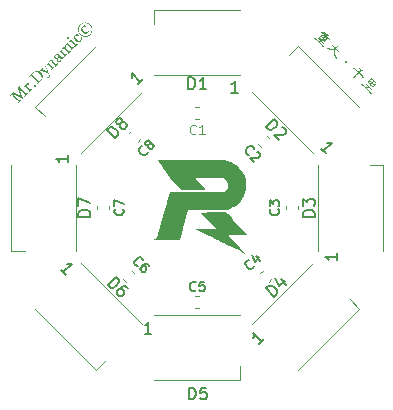
<source format=gbr>
%TF.GenerationSoftware,KiCad,Pcbnew,7.0.7*%
%TF.CreationDate,2023-10-09T00:15:42+08:00*%
%TF.ProjectId,RM_47mm,524d5f34-376d-46d2-9e6b-696361645f70,rev?*%
%TF.SameCoordinates,Original*%
%TF.FileFunction,Legend,Top*%
%TF.FilePolarity,Positive*%
%FSLAX46Y46*%
G04 Gerber Fmt 4.6, Leading zero omitted, Abs format (unit mm)*
G04 Created by KiCad (PCBNEW 7.0.7) date 2023-10-09 00:15:42*
%MOMM*%
%LPD*%
G01*
G04 APERTURE LIST*
%ADD10C,0.150000*%
%ADD11C,0.125000*%
%ADD12C,0.120000*%
G04 APERTURE END LIST*
D10*
G36*
X160547823Y-85108599D02*
G01*
X160557437Y-85111433D01*
X160567980Y-85114540D01*
X160577433Y-85117326D01*
X160585769Y-85120157D01*
X160596439Y-85124978D01*
X160605175Y-85129861D01*
X160614090Y-85135656D01*
X160623182Y-85142363D01*
X160632453Y-85149983D01*
X160641902Y-85158514D01*
X160649106Y-85165511D01*
X160646766Y-85168144D01*
X160652269Y-85176647D01*
X160658788Y-85184779D01*
X160665710Y-85192844D01*
X160674148Y-85202297D01*
X160679206Y-85207786D01*
X160688519Y-85217578D01*
X160695878Y-85225144D01*
X160704157Y-85233542D01*
X160713357Y-85242771D01*
X160723476Y-85252831D01*
X160734516Y-85263723D01*
X160746476Y-85275445D01*
X160759356Y-85287999D01*
X160773156Y-85301383D01*
X160780401Y-85308387D01*
X160787876Y-85315599D01*
X160795582Y-85323019D01*
X160803517Y-85330646D01*
X160811683Y-85338481D01*
X160820078Y-85346524D01*
X160828704Y-85354775D01*
X160837559Y-85363234D01*
X160846645Y-85371900D01*
X160855960Y-85380774D01*
X160865506Y-85389856D01*
X160868483Y-85386879D01*
X160875717Y-85379645D01*
X160883363Y-85371999D01*
X160890967Y-85364395D01*
X160899894Y-85355468D01*
X160907457Y-85347905D01*
X160915763Y-85339598D01*
X160915763Y-85336864D01*
X160915763Y-85326581D01*
X160915763Y-85316456D01*
X160913860Y-85315911D01*
X160905701Y-85310401D01*
X160896686Y-85302833D01*
X160887561Y-85294598D01*
X160879601Y-85287151D01*
X160870685Y-85278613D01*
X160860813Y-85268986D01*
X160853701Y-85261962D01*
X160846163Y-85254455D01*
X160837579Y-85248104D01*
X160829170Y-85239955D01*
X160821077Y-85231269D01*
X160814211Y-85223489D01*
X160806661Y-85214626D01*
X160798429Y-85204679D01*
X160789513Y-85193649D01*
X160783189Y-85185693D01*
X160776563Y-85177255D01*
X160773913Y-85175900D01*
X160768877Y-85167497D01*
X160767969Y-85156923D01*
X160768964Y-85146168D01*
X160775673Y-85145555D01*
X160785706Y-85147633D01*
X160796078Y-85150140D01*
X160796918Y-85151836D01*
X160804066Y-85159920D01*
X160812690Y-85167805D01*
X160821185Y-85175029D01*
X160831416Y-85183377D01*
X160839201Y-85189566D01*
X160847758Y-85196254D01*
X160857087Y-85203442D01*
X160867187Y-85211128D01*
X160878060Y-85219314D01*
X160889704Y-85227999D01*
X160902120Y-85237184D01*
X160915011Y-85246439D01*
X160928036Y-85255377D01*
X160941197Y-85264001D01*
X160954493Y-85272308D01*
X160967923Y-85280300D01*
X160981489Y-85287976D01*
X160995189Y-85295336D01*
X161009025Y-85302380D01*
X161022995Y-85309109D01*
X161037100Y-85315522D01*
X161051340Y-85321620D01*
X161065715Y-85327401D01*
X161080225Y-85332867D01*
X161094870Y-85338017D01*
X161109650Y-85342852D01*
X161124565Y-85347370D01*
X161130932Y-85353737D01*
X161138036Y-85360841D01*
X161142539Y-85366704D01*
X161146635Y-85376846D01*
X161148431Y-85387897D01*
X161148641Y-85398988D01*
X161147880Y-85409372D01*
X161147631Y-85409624D01*
X161141144Y-85417057D01*
X161134775Y-85424795D01*
X161128537Y-85432514D01*
X161122226Y-85438489D01*
X161112112Y-85442677D01*
X161101669Y-85442800D01*
X161091533Y-85440274D01*
X161082252Y-85436314D01*
X161074391Y-85434363D01*
X161065297Y-85428671D01*
X161056767Y-85422551D01*
X161048723Y-85416423D01*
X161039593Y-85409199D01*
X161038147Y-85407752D01*
X161030915Y-85400520D01*
X161023683Y-85393288D01*
X161016451Y-85386056D01*
X161010826Y-85382283D01*
X161000842Y-85381366D01*
X160991203Y-85384420D01*
X160981564Y-85389856D01*
X160980372Y-85391049D01*
X160973141Y-85398280D01*
X160966141Y-85405280D01*
X160958422Y-85412998D01*
X160953645Y-85417775D01*
X160945572Y-85425848D01*
X160937863Y-85433557D01*
X160930517Y-85440903D01*
X160923535Y-85447885D01*
X160926004Y-85452076D01*
X160933242Y-85460965D01*
X160939799Y-85468245D01*
X160948017Y-85476986D01*
X160957895Y-85487187D01*
X160965403Y-85494799D01*
X160973649Y-85503060D01*
X160982633Y-85511970D01*
X160992355Y-85521528D01*
X161002815Y-85531736D01*
X161014013Y-85542593D01*
X161025950Y-85554099D01*
X161038179Y-85565807D01*
X161050212Y-85577228D01*
X161062050Y-85588362D01*
X161073692Y-85599208D01*
X161085139Y-85609766D01*
X161096389Y-85620038D01*
X161107445Y-85630021D01*
X161118304Y-85639718D01*
X161128968Y-85649127D01*
X161139436Y-85658249D01*
X161149709Y-85667083D01*
X161159786Y-85675630D01*
X161169667Y-85683889D01*
X161179353Y-85691862D01*
X161188843Y-85699546D01*
X161198137Y-85706944D01*
X161204725Y-85714674D01*
X161207494Y-85724800D01*
X161208793Y-85734513D01*
X161209528Y-85746291D01*
X161209709Y-85757201D01*
X161208394Y-85758213D01*
X161199091Y-85762359D01*
X161189541Y-85765562D01*
X161178794Y-85768772D01*
X161168632Y-85770187D01*
X161158483Y-85768602D01*
X161148345Y-85764018D01*
X161139906Y-85757907D01*
X161131476Y-85749713D01*
X161124737Y-85741657D01*
X161119183Y-85735739D01*
X161112513Y-85728535D01*
X161105843Y-85721309D01*
X161097743Y-85712518D01*
X161088213Y-85702165D01*
X161081065Y-85694393D01*
X161073282Y-85685927D01*
X161064863Y-85676767D01*
X161055809Y-85666911D01*
X161046119Y-85656360D01*
X161035794Y-85645115D01*
X161035113Y-85644367D01*
X161027785Y-85636631D01*
X161019672Y-85628095D01*
X161012715Y-85620782D01*
X161004520Y-85612171D01*
X160995086Y-85602262D01*
X160984413Y-85591055D01*
X160972502Y-85578550D01*
X160959352Y-85564747D01*
X160952312Y-85557359D01*
X160944963Y-85549646D01*
X160937304Y-85541609D01*
X160929336Y-85533247D01*
X160921058Y-85524561D01*
X160912470Y-85515550D01*
X160903573Y-85506215D01*
X160894366Y-85496555D01*
X160884849Y-85486571D01*
X160834592Y-85536828D01*
X160840903Y-85543882D01*
X160848291Y-85551983D01*
X160855657Y-85560038D01*
X160864586Y-85569791D01*
X160871407Y-85577236D01*
X160878923Y-85585434D01*
X160887134Y-85594387D01*
X160896040Y-85604095D01*
X160905641Y-85614556D01*
X160915936Y-85625772D01*
X160918365Y-85628201D01*
X160925651Y-85635487D01*
X160933207Y-85643042D01*
X160941111Y-85650583D01*
X160949560Y-85657942D01*
X160957237Y-85664104D01*
X160965314Y-85670134D01*
X160973793Y-85676029D01*
X160978340Y-85683311D01*
X160983125Y-85692684D01*
X160987443Y-85701635D01*
X160992512Y-85712468D01*
X160997108Y-85722487D01*
X161000156Y-85730352D01*
X161002422Y-85740521D01*
X161002362Y-85752724D01*
X160999089Y-85764362D01*
X160994158Y-85773266D01*
X160987170Y-85781808D01*
X160978126Y-85789989D01*
X160969993Y-85795887D01*
X160963096Y-85798783D01*
X160954104Y-85805041D01*
X160945739Y-85811655D01*
X160937881Y-85818234D01*
X160928986Y-85825957D01*
X160921635Y-85832501D01*
X160916539Y-85837137D01*
X160908809Y-85844233D01*
X160900976Y-85851498D01*
X160893039Y-85858934D01*
X160884999Y-85866540D01*
X160876856Y-85874316D01*
X160868609Y-85882262D01*
X160860260Y-85890377D01*
X160851807Y-85898663D01*
X160843251Y-85907119D01*
X160834592Y-85915745D01*
X160829381Y-85918497D01*
X160819588Y-85921975D01*
X160809055Y-85925222D01*
X160798191Y-85928344D01*
X160788134Y-85931116D01*
X160785482Y-85931800D01*
X160774950Y-85933555D01*
X160764536Y-85933733D01*
X160754241Y-85932335D01*
X160744065Y-85929361D01*
X160734008Y-85924811D01*
X160724069Y-85918686D01*
X160714249Y-85910984D01*
X160706962Y-85904174D01*
X160706096Y-85904666D01*
X160697169Y-85900525D01*
X160689273Y-85893816D01*
X160681920Y-85886730D01*
X160675732Y-85880543D01*
X160667790Y-85872601D01*
X160660683Y-85865493D01*
X160652589Y-85857399D01*
X160643508Y-85848319D01*
X160633441Y-85838251D01*
X160626181Y-85830992D01*
X160618483Y-85823293D01*
X160610346Y-85815157D01*
X160601771Y-85806581D01*
X160592757Y-85797568D01*
X160583305Y-85788115D01*
X160521476Y-85849944D01*
X160714734Y-86035603D01*
X160716354Y-86040884D01*
X160716761Y-86050693D01*
X160716429Y-86061209D01*
X160715735Y-86072041D01*
X160714907Y-86082061D01*
X160713429Y-86083437D01*
X160705528Y-86089654D01*
X160697291Y-86095532D01*
X160693769Y-86097315D01*
X160683619Y-86096226D01*
X160675370Y-86090747D01*
X160667550Y-86082959D01*
X160660504Y-86074289D01*
X160658737Y-86072521D01*
X160651709Y-86065493D01*
X160643622Y-86057407D01*
X160635314Y-86049098D01*
X160628009Y-86041793D01*
X160619784Y-86033569D01*
X160610640Y-86024424D01*
X160600575Y-86014360D01*
X160593542Y-86007327D01*
X160586432Y-86000217D01*
X160579246Y-85993030D01*
X160571982Y-85985766D01*
X160564641Y-85978426D01*
X160557224Y-85971008D01*
X160549729Y-85963514D01*
X160542158Y-85955942D01*
X160534509Y-85948294D01*
X160526784Y-85940569D01*
X160518982Y-85932767D01*
X160511103Y-85924888D01*
X160503147Y-85916932D01*
X160495114Y-85908899D01*
X160487004Y-85900789D01*
X160478818Y-85892602D01*
X160471169Y-85899888D01*
X160462538Y-85907814D01*
X160453732Y-85915788D01*
X160446020Y-85922721D01*
X160437357Y-85930471D01*
X160427744Y-85939038D01*
X160417181Y-85948421D01*
X160409611Y-85955131D01*
X160401618Y-85962203D01*
X160398990Y-85963336D01*
X160394683Y-85972247D01*
X160397819Y-85981546D01*
X160402537Y-85986643D01*
X160409897Y-85994596D01*
X160416692Y-86001937D01*
X160424996Y-86010908D01*
X160434810Y-86021512D01*
X160446133Y-86033746D01*
X160458967Y-86047612D01*
X160465950Y-86055156D01*
X160473310Y-86063109D01*
X160481048Y-86071469D01*
X160489163Y-86080237D01*
X160497656Y-86089413D01*
X160506526Y-86098997D01*
X160515774Y-86108988D01*
X160525399Y-86119387D01*
X160535402Y-86130194D01*
X160545782Y-86141409D01*
X160556539Y-86153032D01*
X160567674Y-86165063D01*
X160579187Y-86177501D01*
X160591077Y-86190347D01*
X160597654Y-86196924D01*
X160605145Y-86204415D01*
X160613111Y-86212381D01*
X160620236Y-86219507D01*
X160628349Y-86227619D01*
X160637448Y-86236718D01*
X160647533Y-86246804D01*
X160654805Y-86254076D01*
X160658537Y-86257808D01*
X160665923Y-86265194D01*
X160673204Y-86272474D01*
X160680379Y-86279650D01*
X160687449Y-86286720D01*
X160694414Y-86293685D01*
X160704664Y-86303935D01*
X160714678Y-86313948D01*
X160724454Y-86323725D01*
X160733994Y-86333264D01*
X160743296Y-86342567D01*
X160752363Y-86351633D01*
X160761192Y-86360462D01*
X160766420Y-86367209D01*
X160771760Y-86376510D01*
X160776329Y-86385861D01*
X160780535Y-86395349D01*
X160773487Y-86399650D01*
X160763692Y-86403309D01*
X160752616Y-86407212D01*
X160741849Y-86410892D01*
X160738336Y-86410699D01*
X160728209Y-86409811D01*
X160716972Y-86408678D01*
X160705224Y-86407427D01*
X160694266Y-86406227D01*
X160681920Y-86404848D01*
X160669234Y-86402605D01*
X160657342Y-86398727D01*
X160646243Y-86393214D01*
X160635937Y-86386066D01*
X160626425Y-86377282D01*
X160619811Y-86369621D01*
X160613644Y-86361040D01*
X160607923Y-86351540D01*
X160602648Y-86341119D01*
X160602173Y-86336456D01*
X160596862Y-86326353D01*
X160589706Y-86315205D01*
X160583424Y-86306073D01*
X160575932Y-86295582D01*
X160567232Y-86283730D01*
X160557323Y-86270518D01*
X160546205Y-86255946D01*
X160540193Y-86248150D01*
X160533879Y-86240013D01*
X160527262Y-86231537D01*
X160520343Y-86222721D01*
X160513122Y-86213565D01*
X160505598Y-86204069D01*
X160497772Y-86194233D01*
X160489644Y-86184057D01*
X160481214Y-86173541D01*
X160472482Y-86162684D01*
X160463447Y-86151488D01*
X160454020Y-86140034D01*
X160444109Y-86128360D01*
X160433714Y-86116466D01*
X160422837Y-86104353D01*
X160411476Y-86092020D01*
X160399632Y-86079468D01*
X160387304Y-86066696D01*
X160374493Y-86053704D01*
X160361198Y-86040493D01*
X160347420Y-86027063D01*
X160333159Y-86013412D01*
X160318415Y-85999542D01*
X160303187Y-85985453D01*
X160287475Y-85971144D01*
X160271281Y-85956615D01*
X160254603Y-85941867D01*
X160237441Y-85926899D01*
X160219796Y-85911711D01*
X160201668Y-85896304D01*
X160183056Y-85880678D01*
X160163962Y-85864831D01*
X160144383Y-85848765D01*
X160124322Y-85832480D01*
X160103776Y-85815975D01*
X160082748Y-85799250D01*
X160061236Y-85782306D01*
X160039241Y-85765142D01*
X160016762Y-85747759D01*
X159993800Y-85730156D01*
X159970355Y-85712333D01*
X159946426Y-85694291D01*
X159922014Y-85676029D01*
X159918333Y-85672649D01*
X159910622Y-85665977D01*
X159902957Y-85659480D01*
X159894900Y-85652714D01*
X159890797Y-85649157D01*
X159883067Y-85641400D01*
X159876916Y-85632545D01*
X159875557Y-85621972D01*
X159877621Y-85614862D01*
X159885401Y-85608329D01*
X159891606Y-85605042D01*
X159901762Y-85602067D01*
X159912966Y-85600253D01*
X159924065Y-85599262D01*
X159934098Y-85598808D01*
X159945157Y-85598657D01*
X159947942Y-85599262D01*
X159957732Y-85601387D01*
X159968176Y-85603653D01*
X159979272Y-85606062D01*
X159989715Y-85608329D01*
X160000760Y-85611321D01*
X160011616Y-85615464D01*
X160022284Y-85620755D01*
X160032762Y-85627197D01*
X160043051Y-85634788D01*
X160050645Y-85641235D01*
X160058132Y-85648330D01*
X160065512Y-85656070D01*
X160072787Y-85664458D01*
X160075733Y-85673153D01*
X160082065Y-85681908D01*
X160089291Y-85691085D01*
X160095972Y-85699237D01*
X160103734Y-85708475D01*
X160112576Y-85718800D01*
X160119072Y-85726287D01*
X160126243Y-85734288D01*
X160134200Y-85742834D01*
X160142942Y-85751925D01*
X160152469Y-85761562D01*
X160162781Y-85771743D01*
X160173879Y-85782470D01*
X160185762Y-85793742D01*
X160198430Y-85805559D01*
X160211884Y-85817921D01*
X160226122Y-85830828D01*
X160233536Y-85837486D01*
X160241146Y-85844280D01*
X160248953Y-85851210D01*
X160256956Y-85858277D01*
X160265155Y-85865480D01*
X160273550Y-85872819D01*
X160282142Y-85880295D01*
X160290930Y-85887907D01*
X160299915Y-85895655D01*
X160309095Y-85903539D01*
X160318472Y-85911560D01*
X160328046Y-85919717D01*
X160331300Y-85923279D01*
X160341063Y-85922567D01*
X160351188Y-85919717D01*
X160349396Y-85913023D01*
X160354988Y-85904174D01*
X160362159Y-85895902D01*
X160369770Y-85888193D01*
X160377353Y-85880945D01*
X160386264Y-85872736D01*
X160393818Y-85865949D01*
X160402119Y-85858621D01*
X160411167Y-85850753D01*
X160420961Y-85842345D01*
X160413200Y-85835318D01*
X160404414Y-85827736D01*
X160395205Y-85819903D01*
X160387027Y-85812998D01*
X160377759Y-85805210D01*
X160367402Y-85796538D01*
X160359891Y-85790266D01*
X160351896Y-85783601D01*
X160343417Y-85776544D01*
X160334828Y-85769426D01*
X160326418Y-85762579D01*
X160318189Y-85756004D01*
X160310138Y-85749699D01*
X160298399Y-85740751D01*
X160287064Y-85732413D01*
X160276132Y-85724685D01*
X160265604Y-85717568D01*
X160255480Y-85711060D01*
X160245760Y-85705163D01*
X160236444Y-85699876D01*
X160227531Y-85695200D01*
X160219934Y-85692746D01*
X160211502Y-85686618D01*
X160204216Y-85679829D01*
X160201537Y-85676947D01*
X160195942Y-85668301D01*
X160194019Y-85658694D01*
X160196617Y-85649087D01*
X160193994Y-85643416D01*
X160201938Y-85636357D01*
X160211815Y-85630980D01*
X160222436Y-85626144D01*
X160231989Y-85622206D01*
X160242902Y-85618000D01*
X160243199Y-85617326D01*
X160252948Y-85616389D01*
X160263272Y-85620884D01*
X160272118Y-85625844D01*
X160282534Y-85632375D01*
X160291377Y-85638303D01*
X160301104Y-85645115D01*
X160303435Y-85647446D01*
X160310721Y-85654733D01*
X160317845Y-85661857D01*
X160326783Y-85670794D01*
X160334676Y-85678687D01*
X160343589Y-85687601D01*
X160345424Y-85691055D01*
X160353000Y-85699623D01*
X160360363Y-85707030D01*
X160369839Y-85716138D01*
X160377330Y-85723154D01*
X160385760Y-85730925D01*
X160395130Y-85739453D01*
X160405438Y-85748736D01*
X160416686Y-85758774D01*
X160428872Y-85769568D01*
X160441998Y-85781118D01*
X160456062Y-85793423D01*
X160463447Y-85799859D01*
X160513877Y-85749429D01*
X160621991Y-85749429D01*
X160622304Y-85753218D01*
X160628152Y-85761790D01*
X160635285Y-85770039D01*
X160643204Y-85778463D01*
X160650833Y-85786216D01*
X160652911Y-85788271D01*
X160661567Y-85796376D01*
X160670768Y-85804293D01*
X160680513Y-85812020D01*
X160690804Y-85819558D01*
X160698880Y-85825088D01*
X160707263Y-85830511D01*
X160715952Y-85835829D01*
X160724947Y-85841040D01*
X160734250Y-85846144D01*
X160734952Y-85850901D01*
X160743748Y-85855989D01*
X160750164Y-85857838D01*
X160760877Y-85858242D01*
X160770759Y-85856672D01*
X160780362Y-85853916D01*
X160785306Y-85849251D01*
X160793580Y-85842219D01*
X160802396Y-85835304D01*
X160811123Y-85828811D01*
X160819221Y-85823002D01*
X160824491Y-85815546D01*
X160828341Y-85805852D01*
X160830792Y-85795887D01*
X160824947Y-85792231D01*
X160817020Y-85786122D01*
X160809178Y-85779467D01*
X160800003Y-85771242D01*
X160792247Y-85764043D01*
X160783741Y-85755960D01*
X160774485Y-85746993D01*
X160764479Y-85737144D01*
X160757392Y-85730086D01*
X160753954Y-85726648D01*
X160746753Y-85719447D01*
X160738879Y-85711573D01*
X160731352Y-85704046D01*
X160722736Y-85695430D01*
X160715558Y-85688252D01*
X160707767Y-85680461D01*
X160699363Y-85672057D01*
X160621991Y-85749429D01*
X160513877Y-85749429D01*
X160529248Y-85734058D01*
X160522033Y-85727951D01*
X160514524Y-85721595D01*
X160504365Y-85712995D01*
X160496119Y-85706015D01*
X160486696Y-85698038D01*
X160476095Y-85689064D01*
X160464316Y-85679093D01*
X160451359Y-85668125D01*
X160437224Y-85656160D01*
X160429715Y-85649803D01*
X160421911Y-85643197D01*
X160413813Y-85636342D01*
X160405420Y-85629238D01*
X160396733Y-85621884D01*
X160387752Y-85614281D01*
X160378476Y-85606429D01*
X160369798Y-85601640D01*
X160362247Y-85593933D01*
X160355479Y-85585773D01*
X160349116Y-85577414D01*
X160345794Y-85571856D01*
X160343050Y-85562065D01*
X160343269Y-85559000D01*
X160422907Y-85559000D01*
X160425363Y-85568714D01*
X160431651Y-85576486D01*
X160440304Y-85583286D01*
X160439058Y-85586507D01*
X160445870Y-85593768D01*
X160453775Y-85600557D01*
X160462067Y-85607568D01*
X160471080Y-85615423D01*
X160479228Y-85622625D01*
X160488566Y-85630951D01*
X160499095Y-85640399D01*
X160506775Y-85647322D01*
X160514983Y-85654745D01*
X160523721Y-85662666D01*
X160532988Y-85671087D01*
X160542784Y-85680007D01*
X160553108Y-85689426D01*
X160563962Y-85699345D01*
X160621491Y-85641815D01*
X160737130Y-85641815D01*
X160740595Y-85651246D01*
X160746377Y-85660757D01*
X160752896Y-85669446D01*
X160761100Y-85679096D01*
X160768358Y-85686964D01*
X160776563Y-85695372D01*
X160779459Y-85698261D01*
X160788056Y-85706741D01*
X160796516Y-85714946D01*
X160804840Y-85722874D01*
X160813027Y-85730526D01*
X160821077Y-85737901D01*
X160828991Y-85745000D01*
X160836769Y-85751824D01*
X160844409Y-85758370D01*
X160851914Y-85764641D01*
X160861707Y-85772572D01*
X160861426Y-85773824D01*
X160871097Y-85771924D01*
X160881050Y-85768772D01*
X160885525Y-85764297D01*
X160892727Y-85757095D01*
X160900353Y-85749469D01*
X160908164Y-85741657D01*
X160912166Y-85738241D01*
X160915007Y-85728443D01*
X160914263Y-85717595D01*
X160911759Y-85706264D01*
X160908523Y-85695699D01*
X160904192Y-85683801D01*
X160902647Y-85682062D01*
X160895638Y-85674471D01*
X160888809Y-85667107D01*
X160880013Y-85657636D01*
X160873057Y-85650152D01*
X160865225Y-85641731D01*
X160856520Y-85632374D01*
X160846940Y-85622080D01*
X160836486Y-85610850D01*
X160825158Y-85598684D01*
X160812955Y-85585581D01*
X160799878Y-85571542D01*
X160737876Y-85633544D01*
X160737130Y-85641815D01*
X160621491Y-85641815D01*
X160645306Y-85618000D01*
X160643474Y-85616204D01*
X160636283Y-85609382D01*
X160628647Y-85602252D01*
X160621039Y-85595194D01*
X160612097Y-85586932D01*
X160604516Y-85579946D01*
X160596185Y-85572283D01*
X160587104Y-85563943D01*
X160580883Y-85558212D01*
X160571778Y-85549897D01*
X160562947Y-85541923D01*
X160554389Y-85534289D01*
X160546104Y-85526995D01*
X160538093Y-85520041D01*
X160530354Y-85513427D01*
X160520462Y-85505137D01*
X160511054Y-85497452D01*
X160502133Y-85490371D01*
X160498952Y-85488003D01*
X160488660Y-85486864D01*
X160478991Y-85490371D01*
X160471595Y-85493249D01*
X160463868Y-85500182D01*
X160457402Y-85507814D01*
X160452883Y-85514009D01*
X160447429Y-85522796D01*
X160444104Y-85532856D01*
X160437243Y-85536452D01*
X160429989Y-85543706D01*
X160424761Y-85552199D01*
X160422907Y-85559000D01*
X160343269Y-85559000D01*
X160343797Y-85551617D01*
X160348035Y-85540511D01*
X160353939Y-85531152D01*
X160362078Y-85521373D01*
X160369649Y-85513762D01*
X160378476Y-85505914D01*
X160377124Y-85506683D01*
X160382103Y-85498142D01*
X160387916Y-85490485D01*
X160395023Y-85481838D01*
X160402482Y-85473014D01*
X160409110Y-85465283D01*
X160416625Y-85456600D01*
X160425026Y-85446963D01*
X160434314Y-85436373D01*
X160437441Y-85432822D01*
X160528805Y-85432822D01*
X160528946Y-85442833D01*
X160533047Y-85451857D01*
X160531086Y-85454753D01*
X160538415Y-85462048D01*
X160546518Y-85469128D01*
X160548176Y-85470536D01*
X160556426Y-85477562D01*
X160564318Y-85484294D01*
X160573670Y-85492279D01*
X160584482Y-85501519D01*
X160592501Y-85508375D01*
X160601170Y-85515789D01*
X160610487Y-85523759D01*
X160620453Y-85532287D01*
X160631069Y-85541373D01*
X160642333Y-85551015D01*
X160654246Y-85561215D01*
X160666809Y-85571972D01*
X160680020Y-85583286D01*
X160741849Y-85521458D01*
X160740343Y-85519952D01*
X160733206Y-85512815D01*
X160725563Y-85505172D01*
X160717432Y-85497041D01*
X160709774Y-85489383D01*
X160701090Y-85480699D01*
X160696491Y-85476099D01*
X160689505Y-85469114D01*
X160682416Y-85462025D01*
X160675224Y-85454833D01*
X160667929Y-85447538D01*
X160660531Y-85440140D01*
X160653029Y-85432638D01*
X160645425Y-85425033D01*
X160637717Y-85417325D01*
X160629905Y-85409514D01*
X160621991Y-85401600D01*
X160613183Y-85396678D01*
X160603978Y-85393074D01*
X160594703Y-85389856D01*
X160586484Y-85387895D01*
X160575636Y-85388528D01*
X160566563Y-85393450D01*
X160559990Y-85401427D01*
X160558466Y-85402951D01*
X160551034Y-85410383D01*
X160544057Y-85417359D01*
X160536847Y-85424570D01*
X160535913Y-85425067D01*
X160528805Y-85432822D01*
X160437441Y-85432822D01*
X160440998Y-85428783D01*
X160448076Y-85420770D01*
X160451855Y-85412468D01*
X160458319Y-85404103D01*
X160464869Y-85396661D01*
X160473029Y-85387997D01*
X160480718Y-85380184D01*
X160482754Y-85378147D01*
X160490406Y-85370496D01*
X160498855Y-85362047D01*
X160506064Y-85354838D01*
X160514075Y-85346827D01*
X160521303Y-85339598D01*
X160523311Y-85334563D01*
X160531192Y-85327918D01*
X160539482Y-85322121D01*
X160548246Y-85316456D01*
X160552177Y-85314249D01*
X160562400Y-85310580D01*
X160573188Y-85309550D01*
X160584541Y-85311160D01*
X160594031Y-85314348D01*
X160603882Y-85319226D01*
X160614094Y-85325793D01*
X160621991Y-85331827D01*
X160622423Y-85337602D01*
X160629714Y-85344595D01*
X160637189Y-85351170D01*
X160638981Y-85352699D01*
X160647884Y-85360485D01*
X160656381Y-85368073D01*
X160666439Y-85377162D01*
X160674011Y-85384054D01*
X160682276Y-85391612D01*
X160691235Y-85399837D01*
X160700888Y-85408729D01*
X160711234Y-85418287D01*
X160722274Y-85428512D01*
X160734007Y-85439403D01*
X160746434Y-85450961D01*
X160759554Y-85463185D01*
X160773368Y-85476076D01*
X160780535Y-85482772D01*
X160830792Y-85432514D01*
X160827673Y-85429513D01*
X160820464Y-85422787D01*
X160812050Y-85415026D01*
X160804196Y-85407817D01*
X160795017Y-85399418D01*
X160784515Y-85389829D01*
X160776778Y-85382775D01*
X160768454Y-85375192D01*
X160759540Y-85367080D01*
X160750039Y-85358440D01*
X160739949Y-85349270D01*
X160729572Y-85339905D01*
X160719208Y-85330677D01*
X160708858Y-85321587D01*
X160698521Y-85312635D01*
X160688198Y-85303820D01*
X160677888Y-85295143D01*
X160667592Y-85286603D01*
X160657309Y-85278202D01*
X160647040Y-85269937D01*
X160636784Y-85261811D01*
X160626542Y-85253822D01*
X160616313Y-85245970D01*
X160606098Y-85238257D01*
X160595896Y-85230680D01*
X160585708Y-85223242D01*
X160575533Y-85215941D01*
X160574790Y-85215198D01*
X160567761Y-85208169D01*
X160558366Y-85204321D01*
X160549383Y-85198128D01*
X160541044Y-85191571D01*
X160533047Y-85184854D01*
X160529754Y-85181961D01*
X160522169Y-85174729D01*
X160514292Y-85166051D01*
X160507751Y-85157372D01*
X160502546Y-85148694D01*
X160498161Y-85138569D01*
X160493840Y-85134718D01*
X160496261Y-85124925D01*
X160503507Y-85117450D01*
X160512833Y-85113342D01*
X160523617Y-85110557D01*
X160534569Y-85108756D01*
X160544619Y-85107655D01*
X160547823Y-85108599D01*
G37*
G36*
X161391568Y-86225061D02*
G01*
X161386560Y-86235676D01*
X161383627Y-86245718D01*
X161382846Y-86257012D01*
X161385052Y-86267479D01*
X161390246Y-86277121D01*
X161395367Y-86283090D01*
X161403505Y-86290961D01*
X161411634Y-86298103D01*
X161419923Y-86304054D01*
X161426282Y-86306405D01*
X161436828Y-86314119D01*
X161447222Y-86321803D01*
X161457466Y-86329458D01*
X161467558Y-86337082D01*
X161477500Y-86344677D01*
X161487290Y-86352243D01*
X161496929Y-86359778D01*
X161506417Y-86367284D01*
X161515754Y-86374760D01*
X161524940Y-86382207D01*
X161533975Y-86389624D01*
X161542858Y-86397011D01*
X161551591Y-86404369D01*
X161560172Y-86411697D01*
X161568602Y-86418995D01*
X161576881Y-86426263D01*
X161584900Y-86433320D01*
X161592465Y-86439985D01*
X161602960Y-86449246D01*
X161612431Y-86457623D01*
X161620879Y-86465117D01*
X161628304Y-86471728D01*
X161636613Y-86479168D01*
X161644441Y-86486259D01*
X161650626Y-86492064D01*
X161638499Y-86498122D01*
X161626294Y-86503773D01*
X161614012Y-86509018D01*
X161601654Y-86513857D01*
X161589218Y-86518290D01*
X161576706Y-86522317D01*
X161564116Y-86525938D01*
X161551450Y-86529153D01*
X161538707Y-86531961D01*
X161525887Y-86534363D01*
X161512990Y-86536360D01*
X161500016Y-86537950D01*
X161486966Y-86539134D01*
X161473838Y-86539912D01*
X161460633Y-86540283D01*
X161447352Y-86540249D01*
X161434104Y-86539906D01*
X161420914Y-86539350D01*
X161407783Y-86538583D01*
X161394709Y-86537604D01*
X161381693Y-86536414D01*
X161368736Y-86535011D01*
X161355836Y-86533397D01*
X161342994Y-86531571D01*
X161330211Y-86529532D01*
X161317485Y-86527283D01*
X161304818Y-86524821D01*
X161292208Y-86522147D01*
X161279657Y-86519262D01*
X161267163Y-86516165D01*
X161254728Y-86512856D01*
X161242350Y-86509335D01*
X161230180Y-86505708D01*
X161218279Y-86502081D01*
X161206649Y-86498454D01*
X161195288Y-86494827D01*
X161184197Y-86491201D01*
X161173376Y-86487574D01*
X161162824Y-86483947D01*
X161152543Y-86480320D01*
X161142532Y-86476693D01*
X161132790Y-86473066D01*
X161123318Y-86469440D01*
X161114116Y-86465813D01*
X161100819Y-86460373D01*
X161088129Y-86454932D01*
X161080007Y-86451306D01*
X161068682Y-86446087D01*
X161058541Y-86441312D01*
X161049584Y-86436979D01*
X161039484Y-86431893D01*
X161029818Y-86426642D01*
X161021194Y-86420803D01*
X161020250Y-86418491D01*
X161009964Y-86413341D01*
X160999245Y-86409519D01*
X160988981Y-86408315D01*
X160979330Y-86411916D01*
X160975692Y-86416419D01*
X160971054Y-86425989D01*
X160969036Y-86435757D01*
X160969993Y-86437662D01*
X160965486Y-86448335D01*
X160962132Y-86458528D01*
X160959932Y-86468242D01*
X160958793Y-86480447D01*
X160959706Y-86491800D01*
X160962669Y-86502300D01*
X160967682Y-86511947D01*
X160974747Y-86520742D01*
X160981392Y-86526778D01*
X160990680Y-86533961D01*
X160999116Y-86540055D01*
X161008461Y-86546138D01*
X161017917Y-86551190D01*
X161027539Y-86554110D01*
X161031822Y-86553720D01*
X161043418Y-86557995D01*
X161054999Y-86562119D01*
X161066564Y-86566092D01*
X161078115Y-86569914D01*
X161089650Y-86573585D01*
X161101171Y-86577106D01*
X161112676Y-86580476D01*
X161124165Y-86583695D01*
X161135640Y-86586764D01*
X161147099Y-86589681D01*
X161158544Y-86592448D01*
X161169973Y-86595064D01*
X161181387Y-86597529D01*
X161192786Y-86599844D01*
X161204169Y-86602008D01*
X161215537Y-86604021D01*
X161226891Y-86605883D01*
X161238229Y-86607594D01*
X161249552Y-86609155D01*
X161260859Y-86610565D01*
X161272152Y-86611824D01*
X161283429Y-86612932D01*
X161294691Y-86613889D01*
X161305938Y-86614696D01*
X161317170Y-86615352D01*
X161328387Y-86615857D01*
X161339588Y-86616211D01*
X161350774Y-86616415D01*
X161361945Y-86616468D01*
X161373101Y-86616370D01*
X161384242Y-86616121D01*
X161395367Y-86615721D01*
X161406327Y-86615246D01*
X161416969Y-86614770D01*
X161427294Y-86614294D01*
X161437302Y-86613816D01*
X161456368Y-86612860D01*
X161474164Y-86611900D01*
X161490693Y-86610938D01*
X161505953Y-86609974D01*
X161519945Y-86609006D01*
X161532668Y-86608036D01*
X161544124Y-86607063D01*
X161554311Y-86606088D01*
X161567213Y-86604619D01*
X161577262Y-86603145D01*
X161587668Y-86600674D01*
X161588798Y-86600178D01*
X161588362Y-86610481D01*
X161588048Y-86621054D01*
X161587855Y-86631896D01*
X161587783Y-86643009D01*
X161587833Y-86654391D01*
X161588004Y-86666044D01*
X161588297Y-86677966D01*
X161588711Y-86690158D01*
X161589247Y-86702619D01*
X161589904Y-86715351D01*
X161590683Y-86728353D01*
X161591583Y-86741624D01*
X161592604Y-86755165D01*
X161593747Y-86768976D01*
X161595011Y-86783057D01*
X161596397Y-86797408D01*
X161597849Y-86811552D01*
X161599268Y-86824971D01*
X161600655Y-86837663D01*
X161602010Y-86849630D01*
X161603332Y-86860871D01*
X161604622Y-86871385D01*
X161605880Y-86881174D01*
X161607705Y-86894497D01*
X161609458Y-86906186D01*
X161611138Y-86916241D01*
X161613264Y-86927108D01*
X161615740Y-86936609D01*
X161615799Y-86950062D01*
X161615932Y-86963348D01*
X161616139Y-86976469D01*
X161616420Y-86989424D01*
X161616775Y-87002213D01*
X161617205Y-87014836D01*
X161617709Y-87027293D01*
X161618287Y-87039585D01*
X161618940Y-87051710D01*
X161619666Y-87063669D01*
X161620467Y-87075462D01*
X161621342Y-87087089D01*
X161622291Y-87098551D01*
X161623315Y-87109846D01*
X161624412Y-87120976D01*
X161625584Y-87131939D01*
X161626770Y-87142494D01*
X161627910Y-87152399D01*
X161629534Y-87166037D01*
X161631055Y-87178212D01*
X161632473Y-87188923D01*
X161634203Y-87200929D01*
X161636107Y-87212278D01*
X161638557Y-87221982D01*
X161639055Y-87222782D01*
X161640328Y-87233259D01*
X161642204Y-87243402D01*
X161644684Y-87253211D01*
X161647766Y-87262688D01*
X161651452Y-87271831D01*
X161655740Y-87280641D01*
X161660632Y-87289118D01*
X161666127Y-87297262D01*
X161672225Y-87305072D01*
X161678926Y-87312549D01*
X161686230Y-87319692D01*
X161694138Y-87326503D01*
X161702648Y-87332980D01*
X161711762Y-87339124D01*
X161721478Y-87344934D01*
X161731798Y-87350412D01*
X161742148Y-87355557D01*
X161751956Y-87360369D01*
X161761222Y-87364850D01*
X161774103Y-87370949D01*
X161785763Y-87376301D01*
X161796204Y-87380907D01*
X161805423Y-87384765D01*
X161815818Y-87388748D01*
X161825761Y-87391860D01*
X161832313Y-87392897D01*
X161843001Y-87391227D01*
X161853513Y-87389055D01*
X161862957Y-87385374D01*
X161863227Y-87385126D01*
X161864934Y-87374628D01*
X161864585Y-87364448D01*
X161863227Y-87361983D01*
X161854646Y-87349305D01*
X161846259Y-87336401D01*
X161838066Y-87323270D01*
X161830068Y-87309912D01*
X161822264Y-87296328D01*
X161814654Y-87282517D01*
X161807238Y-87268479D01*
X161800017Y-87254215D01*
X161792990Y-87239724D01*
X161786157Y-87225006D01*
X161779519Y-87210061D01*
X161773075Y-87194890D01*
X161766825Y-87179492D01*
X161760770Y-87163868D01*
X161754908Y-87148017D01*
X161749241Y-87131939D01*
X161743747Y-87115763D01*
X161738404Y-87099616D01*
X161733212Y-87083499D01*
X161728171Y-87067412D01*
X161723282Y-87051354D01*
X161718543Y-87035326D01*
X161713956Y-87019328D01*
X161709519Y-87003360D01*
X161705234Y-86987421D01*
X161701100Y-86971511D01*
X161697117Y-86955632D01*
X161693285Y-86939782D01*
X161689604Y-86923962D01*
X161686074Y-86908172D01*
X161682696Y-86892411D01*
X161679468Y-86876680D01*
X161676398Y-86861150D01*
X161673448Y-86845952D01*
X161670618Y-86831083D01*
X161667908Y-86816546D01*
X161665318Y-86802339D01*
X161662848Y-86788462D01*
X161660498Y-86774916D01*
X161658269Y-86761701D01*
X161656159Y-86748816D01*
X161654170Y-86736262D01*
X161652300Y-86724038D01*
X161650551Y-86712145D01*
X161648922Y-86700583D01*
X161647413Y-86689351D01*
X161646023Y-86678449D01*
X161644755Y-86667879D01*
X161643598Y-86657783D01*
X161642061Y-86643804D01*
X161640761Y-86631222D01*
X161639697Y-86620036D01*
X161638870Y-86610246D01*
X161638136Y-86599366D01*
X161637811Y-86589256D01*
X161638883Y-86580835D01*
X161704683Y-86546121D01*
X161714762Y-86556260D01*
X161724704Y-86566384D01*
X161734510Y-86576494D01*
X161744179Y-86586588D01*
X161753712Y-86596668D01*
X161763109Y-86606733D01*
X161772370Y-86616783D01*
X161781494Y-86626818D01*
X161790482Y-86636838D01*
X161799334Y-86646844D01*
X161808050Y-86656834D01*
X161816629Y-86666810D01*
X161825072Y-86676771D01*
X161833379Y-86686717D01*
X161841549Y-86696648D01*
X161849584Y-86706565D01*
X161857372Y-86716194D01*
X161864720Y-86725263D01*
X161871626Y-86733772D01*
X161878091Y-86741721D01*
X161886961Y-86752595D01*
X161894839Y-86762209D01*
X161901723Y-86770563D01*
X161909359Y-86779742D01*
X161916421Y-86788066D01*
X161921256Y-86793436D01*
X161928124Y-86803466D01*
X161935170Y-86812228D01*
X161942394Y-86819722D01*
X161951674Y-86827306D01*
X161961233Y-86832908D01*
X161971070Y-86836528D01*
X161981185Y-86838166D01*
X161992663Y-86838812D01*
X162003797Y-86839396D01*
X162014543Y-86839881D01*
X162021771Y-86840066D01*
X162030848Y-86836302D01*
X162039214Y-86830395D01*
X162044394Y-86821541D01*
X162044914Y-86816924D01*
X162044914Y-86806860D01*
X162044914Y-86801380D01*
X162037863Y-86794269D01*
X162030266Y-86786495D01*
X162022125Y-86778057D01*
X162013438Y-86768955D01*
X162006566Y-86761692D01*
X161999386Y-86754057D01*
X161991900Y-86746048D01*
X161984108Y-86737665D01*
X161976009Y-86728909D01*
X161973241Y-86725908D01*
X161964915Y-86716807D01*
X161956515Y-86707640D01*
X161948043Y-86698406D01*
X161939498Y-86689105D01*
X161930881Y-86679738D01*
X161922190Y-86670303D01*
X161913427Y-86660802D01*
X161904590Y-86651234D01*
X161895681Y-86641599D01*
X161886699Y-86631898D01*
X161880671Y-86625393D01*
X161871705Y-86615749D01*
X161862943Y-86606374D01*
X161854385Y-86597270D01*
X161846030Y-86588437D01*
X161837878Y-86579873D01*
X161829929Y-86571580D01*
X161822185Y-86563556D01*
X161814643Y-86555803D01*
X161807305Y-86548320D01*
X161800170Y-86541108D01*
X161795527Y-86536449D01*
X161786967Y-86527766D01*
X161779681Y-86520107D01*
X161772365Y-86511976D01*
X161766212Y-86504334D01*
X161762713Y-86495691D01*
X161771443Y-86486994D01*
X161780276Y-86478261D01*
X161789212Y-86469492D01*
X161798252Y-86460686D01*
X161807395Y-86451843D01*
X161816641Y-86442964D01*
X161825991Y-86434049D01*
X161835443Y-86425097D01*
X161844999Y-86416109D01*
X161854658Y-86407085D01*
X161861155Y-86401048D01*
X161870604Y-86392406D01*
X161879265Y-86384614D01*
X161887136Y-86377672D01*
X161896402Y-86369738D01*
X161904266Y-86363316D01*
X161912122Y-86357413D01*
X161920738Y-86352738D01*
X161921256Y-86352691D01*
X161926017Y-86343454D01*
X161930131Y-86334591D01*
X161934611Y-86323354D01*
X161937941Y-86312781D01*
X161940121Y-86302872D01*
X161941230Y-86291420D01*
X161940543Y-86281004D01*
X161938700Y-86273419D01*
X161935413Y-86263558D01*
X161932088Y-86253584D01*
X161929028Y-86244404D01*
X161919119Y-86243866D01*
X161908050Y-86245478D01*
X161897509Y-86249504D01*
X161888896Y-86254876D01*
X161880671Y-86262020D01*
X161873585Y-86269373D01*
X161866876Y-86277269D01*
X161862735Y-86286197D01*
X161863227Y-86287062D01*
X161855141Y-86295148D01*
X161846816Y-86303474D01*
X161838250Y-86312040D01*
X161829444Y-86320845D01*
X161820399Y-86329890D01*
X161811114Y-86339176D01*
X161801589Y-86348701D01*
X161791824Y-86358465D01*
X161781820Y-86368470D01*
X161771575Y-86378714D01*
X161764612Y-86385677D01*
X161754577Y-86395712D01*
X161745456Y-86404833D01*
X161737249Y-86413041D01*
X161729955Y-86420335D01*
X161721652Y-86428638D01*
X161713557Y-86436733D01*
X161706489Y-86443801D01*
X161704683Y-86445606D01*
X161691005Y-86432818D01*
X161677990Y-86420575D01*
X161665638Y-86408877D01*
X161653951Y-86397724D01*
X161642928Y-86387116D01*
X161632568Y-86377053D01*
X161622872Y-86367535D01*
X161613840Y-86358563D01*
X161605472Y-86350135D01*
X161597768Y-86342253D01*
X161590727Y-86334915D01*
X161581411Y-86324931D01*
X161573589Y-86316174D01*
X161567260Y-86308643D01*
X161565483Y-86306405D01*
X161559287Y-86298229D01*
X161553060Y-86289541D01*
X161547176Y-86280240D01*
X161546140Y-86271519D01*
X161538924Y-86264500D01*
X161528242Y-86254852D01*
X161517729Y-86246261D01*
X161507387Y-86238726D01*
X161497215Y-86232247D01*
X161487213Y-86226825D01*
X161477381Y-86222460D01*
X161467719Y-86219150D01*
X161455101Y-86216382D01*
X161442785Y-86215491D01*
X161439753Y-86215562D01*
X161428459Y-86216126D01*
X161418672Y-86216868D01*
X161408555Y-86218046D01*
X161398344Y-86220163D01*
X161391568Y-86225061D01*
G37*
G36*
X162536089Y-87733300D02*
G01*
X162545692Y-87740553D01*
X162555159Y-87746855D01*
X162564490Y-87752206D01*
X162573685Y-87756605D01*
X162587221Y-87761420D01*
X162600451Y-87764095D01*
X162613374Y-87764630D01*
X162625990Y-87763025D01*
X162638300Y-87759279D01*
X162650304Y-87753393D01*
X162662000Y-87745367D01*
X162669627Y-87738827D01*
X162673390Y-87735200D01*
X162680420Y-87727626D01*
X162686529Y-87719886D01*
X162693965Y-87707965D01*
X162699326Y-87695670D01*
X162702615Y-87683002D01*
X162703829Y-87669961D01*
X162702971Y-87656546D01*
X162700039Y-87642757D01*
X162696932Y-87633358D01*
X162692904Y-87623792D01*
X162687954Y-87614061D01*
X162682083Y-87604163D01*
X162675290Y-87594100D01*
X162665226Y-87587307D01*
X162655329Y-87581435D01*
X162645597Y-87576486D01*
X162636032Y-87572457D01*
X162626632Y-87569351D01*
X162612844Y-87566419D01*
X162599429Y-87565560D01*
X162586387Y-87566775D01*
X162573719Y-87570063D01*
X162561425Y-87575425D01*
X162549503Y-87582860D01*
X162541763Y-87588969D01*
X162534189Y-87595999D01*
X162527174Y-87603559D01*
X162521109Y-87611254D01*
X162513797Y-87623053D01*
X162508624Y-87635158D01*
X162505592Y-87647570D01*
X162504700Y-87660289D01*
X162505948Y-87673314D01*
X162509336Y-87686646D01*
X162514865Y-87700285D01*
X162519740Y-87709548D01*
X162525566Y-87718946D01*
X162532344Y-87728482D01*
X162536089Y-87733300D01*
G37*
G36*
X163731040Y-88255390D02*
G01*
X163738769Y-88263059D01*
X163746497Y-88270610D01*
X163754226Y-88278041D01*
X163761955Y-88285354D01*
X163769683Y-88292549D01*
X163777412Y-88299624D01*
X163785140Y-88306581D01*
X163792869Y-88313419D01*
X163802010Y-88321181D01*
X163810005Y-88327627D01*
X163818084Y-88333626D01*
X163827106Y-88339072D01*
X163831555Y-88340361D01*
X163823754Y-88348255D01*
X163816693Y-88355524D01*
X163808904Y-88363640D01*
X163800386Y-88372603D01*
X163793519Y-88379881D01*
X163786243Y-88387636D01*
X163778557Y-88395868D01*
X163770461Y-88404576D01*
X163761955Y-88413761D01*
X163753617Y-88422778D01*
X163746027Y-88430981D01*
X163739183Y-88438370D01*
X163731219Y-88446956D01*
X163723132Y-88455656D01*
X163716166Y-88463112D01*
X163711524Y-88467991D01*
X163702182Y-88471634D01*
X163696326Y-88467991D01*
X163687433Y-88463238D01*
X163678239Y-88457529D01*
X163669814Y-88451652D01*
X163663340Y-88446748D01*
X163655208Y-88439852D01*
X163649124Y-88431820D01*
X163649696Y-88429305D01*
X163637258Y-88419722D01*
X163625072Y-88410317D01*
X163613140Y-88401090D01*
X163601460Y-88392041D01*
X163590032Y-88383169D01*
X163578857Y-88374475D01*
X163567935Y-88365959D01*
X163557266Y-88357621D01*
X163546849Y-88349461D01*
X163536685Y-88341478D01*
X163526773Y-88333673D01*
X163517114Y-88326046D01*
X163507708Y-88318596D01*
X163498555Y-88311324D01*
X163489654Y-88304231D01*
X163481005Y-88297314D01*
X163472610Y-88290576D01*
X163464467Y-88284015D01*
X163456577Y-88277632D01*
X163448939Y-88271427D01*
X163434421Y-88259550D01*
X163420915Y-88248385D01*
X163408418Y-88237930D01*
X163396933Y-88228186D01*
X163386458Y-88219154D01*
X163376993Y-88210832D01*
X163368386Y-88203114D01*
X163360397Y-88195893D01*
X163353026Y-88189168D01*
X163343129Y-88180012D01*
X163334621Y-88171973D01*
X163327504Y-88165051D01*
X163320178Y-88157560D01*
X163313823Y-88150048D01*
X163313438Y-88146931D01*
X163302098Y-88143015D01*
X163291266Y-88139946D01*
X163280940Y-88137725D01*
X163271122Y-88136350D01*
X163258819Y-88135834D01*
X163247418Y-88136825D01*
X163236918Y-88139321D01*
X163227320Y-88143323D01*
X163218622Y-88148831D01*
X163209262Y-88156187D01*
X163201689Y-88162499D01*
X163194091Y-88169578D01*
X163189608Y-88177845D01*
X163183848Y-88187519D01*
X163180903Y-88197394D01*
X163183092Y-88207855D01*
X163190680Y-88215044D01*
X163193407Y-88216531D01*
X163202864Y-88221048D01*
X163212837Y-88225253D01*
X163222308Y-88228054D01*
X163224494Y-88228275D01*
X163234129Y-88233123D01*
X163243710Y-88238017D01*
X163253240Y-88242957D01*
X163262716Y-88247942D01*
X163272140Y-88252973D01*
X163281511Y-88258051D01*
X163290830Y-88263174D01*
X163300096Y-88268343D01*
X163309310Y-88273558D01*
X163318470Y-88278819D01*
X163327579Y-88284125D01*
X163336634Y-88289478D01*
X163345637Y-88294876D01*
X163354588Y-88300321D01*
X163363485Y-88305811D01*
X163372330Y-88311347D01*
X163381123Y-88316929D01*
X163389863Y-88322556D01*
X163398550Y-88328230D01*
X163407185Y-88333950D01*
X163415767Y-88339715D01*
X163424296Y-88345526D01*
X163432773Y-88351383D01*
X163441197Y-88357286D01*
X163449568Y-88363235D01*
X163457887Y-88369230D01*
X163466153Y-88375271D01*
X163474367Y-88381357D01*
X163482528Y-88387490D01*
X163490637Y-88393668D01*
X163498692Y-88399892D01*
X163506695Y-88406162D01*
X163514570Y-88412357D01*
X163529637Y-88424227D01*
X163543796Y-88435402D01*
X163557047Y-88445881D01*
X163569390Y-88455666D01*
X163580825Y-88464756D01*
X163591352Y-88473151D01*
X163600971Y-88480852D01*
X163609682Y-88487857D01*
X163617485Y-88494167D01*
X163627486Y-88502330D01*
X163635445Y-88508930D01*
X163642878Y-88515297D01*
X163646069Y-88518248D01*
X163647839Y-88527877D01*
X163645896Y-88533619D01*
X163634914Y-88544601D01*
X163624203Y-88555312D01*
X163613763Y-88565752D01*
X163603594Y-88575921D01*
X163593697Y-88585819D01*
X163584070Y-88595445D01*
X163574715Y-88604800D01*
X163565631Y-88613884D01*
X163556819Y-88622697D01*
X163548277Y-88631238D01*
X163540007Y-88639509D01*
X163532008Y-88647508D01*
X163524280Y-88655236D01*
X163516823Y-88662692D01*
X163509638Y-88669878D01*
X163502723Y-88676792D01*
X163493063Y-88686453D01*
X163484352Y-88695163D01*
X163476592Y-88702923D01*
X163467723Y-88711792D01*
X163460544Y-88718971D01*
X163452942Y-88726573D01*
X163448666Y-88730849D01*
X163440057Y-88738538D01*
X163431628Y-88746106D01*
X163423380Y-88753553D01*
X163415313Y-88760878D01*
X163407426Y-88768082D01*
X163399720Y-88775164D01*
X163392196Y-88782125D01*
X163384852Y-88788965D01*
X163377688Y-88795682D01*
X163367282Y-88805532D01*
X163357283Y-88815108D01*
X163347691Y-88824411D01*
X163338506Y-88833440D01*
X163332608Y-88839308D01*
X163324336Y-88847580D01*
X163316878Y-88855038D01*
X163308200Y-88863716D01*
X163300968Y-88870948D01*
X163293962Y-88877955D01*
X163287046Y-88884870D01*
X163286323Y-88885593D01*
X163278828Y-88892273D01*
X163268465Y-88901920D01*
X163259154Y-88911121D01*
X163250897Y-88919876D01*
X163243694Y-88928185D01*
X163237543Y-88936047D01*
X163230982Y-88945836D01*
X163226293Y-88954832D01*
X163223066Y-88964960D01*
X163222594Y-88968665D01*
X163222030Y-88978665D01*
X163221938Y-88989259D01*
X163223217Y-88999282D01*
X163224494Y-89001652D01*
X163234185Y-89002987D01*
X163243999Y-89003109D01*
X163253938Y-89002016D01*
X163264001Y-88999709D01*
X163274188Y-88996187D01*
X163284499Y-88991451D01*
X163294934Y-88985501D01*
X163305493Y-88978336D01*
X163315613Y-88970969D01*
X163324642Y-88964326D01*
X163332581Y-88958405D01*
X163340972Y-88952021D01*
X163348792Y-88945853D01*
X163355923Y-88939650D01*
X163362694Y-88931945D01*
X163369448Y-88924285D01*
X163376187Y-88916671D01*
X163382909Y-88909103D01*
X163389614Y-88901581D01*
X163396304Y-88894105D01*
X163402978Y-88886674D01*
X163409635Y-88879290D01*
X163416276Y-88871951D01*
X163422901Y-88864658D01*
X163429509Y-88857411D01*
X163439392Y-88846627D01*
X163449238Y-88835946D01*
X163459048Y-88825368D01*
X163462310Y-88821865D01*
X163471699Y-88811863D01*
X163480309Y-88802842D01*
X163488138Y-88794802D01*
X163495186Y-88787742D01*
X163503371Y-88779854D01*
X163511651Y-88772446D01*
X163519603Y-88766650D01*
X163522239Y-88765736D01*
X163530878Y-88757096D01*
X163539396Y-88748578D01*
X163547793Y-88740182D01*
X163556068Y-88731907D01*
X163564221Y-88723753D01*
X163572253Y-88715721D01*
X163580164Y-88707810D01*
X163587954Y-88700021D01*
X163595621Y-88692353D01*
X163603168Y-88684807D01*
X163610593Y-88677382D01*
X163617896Y-88670078D01*
X163625079Y-88662896D01*
X163632139Y-88655835D01*
X163639078Y-88648896D01*
X163645896Y-88642078D01*
X163655655Y-88632387D01*
X163664593Y-88623649D01*
X163672712Y-88615864D01*
X163680011Y-88609032D01*
X163688468Y-88601406D01*
X163696991Y-88594257D01*
X163705097Y-88588696D01*
X163707725Y-88587849D01*
X163717922Y-88587767D01*
X163727241Y-88591821D01*
X163735625Y-88601670D01*
X163743873Y-88611422D01*
X163751986Y-88621075D01*
X163759963Y-88630631D01*
X163767805Y-88640089D01*
X163775511Y-88649449D01*
X163783081Y-88658712D01*
X163790516Y-88667876D01*
X163797815Y-88676943D01*
X163804979Y-88685912D01*
X163812007Y-88694783D01*
X163818899Y-88703556D01*
X163825656Y-88712232D01*
X163832277Y-88720809D01*
X163838762Y-88729289D01*
X163845112Y-88737671D01*
X163851327Y-88745955D01*
X163857406Y-88754141D01*
X163863349Y-88762230D01*
X163869156Y-88770221D01*
X163880365Y-88785908D01*
X163891031Y-88801205D01*
X163901154Y-88816110D01*
X163910735Y-88830624D01*
X163919774Y-88844747D01*
X163928270Y-88858479D01*
X163936253Y-88871606D01*
X163943752Y-88883918D01*
X163950766Y-88895413D01*
X163957296Y-88906091D01*
X163963341Y-88915954D01*
X163968902Y-88925000D01*
X163976335Y-88937039D01*
X163982679Y-88947241D01*
X163987932Y-88955606D01*
X163993242Y-88963902D01*
X163997871Y-88970565D01*
X164001888Y-88980852D01*
X164006685Y-88989952D01*
X164014295Y-89000238D01*
X164023291Y-89008415D01*
X164033675Y-89014481D01*
X164045446Y-89018437D01*
X164055185Y-89020019D01*
X164065704Y-89020415D01*
X164077002Y-89019623D01*
X164080942Y-89019095D01*
X164092464Y-89017332D01*
X164103065Y-89015668D01*
X164112747Y-89014106D01*
X164124225Y-89012177D01*
X164134068Y-89010427D01*
X164144072Y-89008490D01*
X164153785Y-89006246D01*
X164156415Y-89005451D01*
X164166450Y-89004169D01*
X164171785Y-88997679D01*
X164168824Y-88988298D01*
X164166086Y-88978423D01*
X164164253Y-88968499D01*
X164164186Y-88966938D01*
X164156236Y-88958988D01*
X164147930Y-88950682D01*
X164139268Y-88942020D01*
X164130250Y-88933001D01*
X164123252Y-88926004D01*
X164116054Y-88918806D01*
X164108656Y-88911407D01*
X164101057Y-88903808D01*
X164093258Y-88896009D01*
X164090614Y-88893365D01*
X164083021Y-88885703D01*
X164076175Y-88878647D01*
X164068209Y-88870185D01*
X164061571Y-88862802D01*
X164055140Y-88855091D01*
X164049165Y-88846261D01*
X164048128Y-88842935D01*
X164038791Y-88833124D01*
X164029628Y-88823485D01*
X164020638Y-88814021D01*
X164011822Y-88804729D01*
X164003179Y-88795611D01*
X163994709Y-88786667D01*
X163986413Y-88777895D01*
X163978290Y-88769298D01*
X163970341Y-88760873D01*
X163962564Y-88752622D01*
X163954962Y-88744544D01*
X163947532Y-88736640D01*
X163940276Y-88728909D01*
X163933194Y-88721352D01*
X163926284Y-88713967D01*
X163919549Y-88706757D01*
X163906597Y-88692855D01*
X163894339Y-88679647D01*
X163882774Y-88667133D01*
X163871903Y-88655312D01*
X163861726Y-88644184D01*
X163852242Y-88633751D01*
X163843451Y-88624010D01*
X163835355Y-88614963D01*
X163827903Y-88606550D01*
X163820963Y-88598710D01*
X163811512Y-88588026D01*
X163803212Y-88578631D01*
X163796062Y-88570527D01*
X163788318Y-88561728D01*
X163781516Y-88553956D01*
X163777498Y-88549163D01*
X163771805Y-88540145D01*
X163767515Y-88531105D01*
X163769554Y-88526020D01*
X163782672Y-88514784D01*
X163794912Y-88504305D01*
X163806273Y-88494583D01*
X163816756Y-88485618D01*
X163826361Y-88477409D01*
X163835087Y-88469958D01*
X163842935Y-88463264D01*
X163853060Y-88454641D01*
X163861209Y-88447722D01*
X163869000Y-88441146D01*
X163874041Y-88437076D01*
X163878207Y-88427346D01*
X163883125Y-88415633D01*
X163887315Y-88405361D01*
X163891527Y-88394548D01*
X163895079Y-88384544D01*
X163897356Y-88375075D01*
X163906810Y-88380731D01*
X163915873Y-88386085D01*
X163924545Y-88391137D01*
X163936819Y-88398148D01*
X163948212Y-88404478D01*
X163958725Y-88410129D01*
X163968358Y-88415100D01*
X163979832Y-88420669D01*
X163989741Y-88425030D01*
X163999927Y-88428781D01*
X164001670Y-88429305D01*
X164012417Y-88432151D01*
X164022956Y-88434184D01*
X164032585Y-88433277D01*
X164042871Y-88429093D01*
X164051926Y-88423879D01*
X164059750Y-88417637D01*
X164066343Y-88410366D01*
X164071705Y-88402067D01*
X164075835Y-88392738D01*
X164077143Y-88388719D01*
X164080022Y-88379173D01*
X164083098Y-88369588D01*
X164086557Y-88359981D01*
X164090614Y-88352105D01*
X164085710Y-88343103D01*
X164079703Y-88334182D01*
X164072526Y-88326367D01*
X164064101Y-88320857D01*
X164057627Y-88319118D01*
X164047661Y-88318414D01*
X164044329Y-88321018D01*
X164032501Y-88322446D01*
X164020247Y-88322842D01*
X164007566Y-88322208D01*
X163997776Y-88321056D01*
X163987746Y-88319324D01*
X163977477Y-88317012D01*
X163966967Y-88314121D01*
X163956218Y-88310649D01*
X163945228Y-88306598D01*
X163937769Y-88303575D01*
X163926532Y-88298743D01*
X163915296Y-88293638D01*
X163904059Y-88288259D01*
X163892822Y-88282607D01*
X163881586Y-88276682D01*
X163870349Y-88270484D01*
X163859112Y-88264013D01*
X163847876Y-88257268D01*
X163836639Y-88250250D01*
X163825402Y-88242959D01*
X163817911Y-88237947D01*
X163806874Y-88230408D01*
X163796171Y-88223075D01*
X163785801Y-88215949D01*
X163775766Y-88209029D01*
X163766064Y-88202316D01*
X163756696Y-88195809D01*
X163747663Y-88189509D01*
X163738963Y-88183415D01*
X163730597Y-88177527D01*
X163722566Y-88171846D01*
X163717396Y-88168174D01*
X163707946Y-88161352D01*
X163699888Y-88155307D01*
X163691774Y-88148844D01*
X163684070Y-88141836D01*
X163680783Y-88135360D01*
X163670972Y-88132216D01*
X163660722Y-88129401D01*
X163653841Y-88131560D01*
X163653091Y-88141615D01*
X163652836Y-88152468D01*
X163653532Y-88162976D01*
X163656160Y-88172718D01*
X163661440Y-88177845D01*
X163668067Y-88186325D01*
X163674390Y-88194320D01*
X163683306Y-88205404D01*
X163691539Y-88215399D01*
X163699088Y-88224303D01*
X163705955Y-88232118D01*
X163714048Y-88240842D01*
X163722456Y-88249023D01*
X163731040Y-88255390D01*
G37*
G36*
X164754262Y-89028353D02*
G01*
X164764043Y-89032268D01*
X164774288Y-89038165D01*
X164782818Y-89044310D01*
X164786618Y-89048110D01*
X164788035Y-89049526D01*
X164795472Y-89056964D01*
X164802607Y-89064098D01*
X164811745Y-89073236D01*
X164818950Y-89080441D01*
X164827045Y-89088537D01*
X164836031Y-89097523D01*
X164845908Y-89107400D01*
X164856675Y-89118167D01*
X164868333Y-89129824D01*
X164880881Y-89142372D01*
X164894320Y-89155811D01*
X164901373Y-89162864D01*
X164908649Y-89170140D01*
X164916147Y-89177639D01*
X164923752Y-89185243D01*
X164931345Y-89192836D01*
X164938927Y-89200418D01*
X164946498Y-89207989D01*
X164954057Y-89215549D01*
X164961606Y-89223098D01*
X164969143Y-89230635D01*
X164976670Y-89238161D01*
X164984185Y-89245677D01*
X164991689Y-89253181D01*
X164999182Y-89260674D01*
X165006664Y-89268156D01*
X165014135Y-89275626D01*
X165021594Y-89283086D01*
X165029043Y-89290534D01*
X165036480Y-89297972D01*
X165043906Y-89305398D01*
X165051321Y-89312813D01*
X165058725Y-89320217D01*
X165066118Y-89327610D01*
X165073500Y-89334991D01*
X165080870Y-89342362D01*
X165088230Y-89349721D01*
X165095578Y-89357069D01*
X165102915Y-89364406D01*
X165110241Y-89371732D01*
X165117556Y-89379047D01*
X165124859Y-89386351D01*
X165132152Y-89393644D01*
X165139434Y-89400925D01*
X165146704Y-89408195D01*
X165153963Y-89415455D01*
X165158301Y-89422828D01*
X165162685Y-89431948D01*
X165167358Y-89442238D01*
X165171765Y-89452231D01*
X165176765Y-89463788D01*
X165180905Y-89473484D01*
X165182306Y-89476844D01*
X165185827Y-89486696D01*
X165188936Y-89499303D01*
X165190231Y-89511306D01*
X165189713Y-89522705D01*
X165187382Y-89533499D01*
X165183237Y-89543689D01*
X165177278Y-89553274D01*
X165169507Y-89562255D01*
X165159737Y-89563613D01*
X165148846Y-89569193D01*
X165138379Y-89575833D01*
X165130306Y-89581428D01*
X165121358Y-89587959D01*
X165111534Y-89595424D01*
X165100834Y-89603825D01*
X165089259Y-89613160D01*
X165076808Y-89623431D01*
X165063481Y-89634637D01*
X165049279Y-89646777D01*
X165041849Y-89653198D01*
X165034201Y-89659853D01*
X165026334Y-89666742D01*
X165024839Y-89668177D01*
X165017489Y-89674959D01*
X165009523Y-89682213D01*
X165001011Y-89689927D01*
X164992974Y-89697192D01*
X164983848Y-89705428D01*
X164979063Y-89709692D01*
X164969666Y-89717771D01*
X164960502Y-89725252D01*
X164951570Y-89732133D01*
X164942870Y-89738415D01*
X164934402Y-89744098D01*
X164924144Y-89750360D01*
X164914248Y-89755685D01*
X164913726Y-89756169D01*
X164904558Y-89760804D01*
X164893865Y-89763827D01*
X164884072Y-89765876D01*
X164872482Y-89767831D01*
X164861918Y-89769329D01*
X164851094Y-89770001D01*
X164840815Y-89769167D01*
X164831082Y-89766827D01*
X164821893Y-89762982D01*
X164813250Y-89757631D01*
X164805151Y-89750774D01*
X164797598Y-89742411D01*
X164790590Y-89732543D01*
X164787200Y-89724221D01*
X164781912Y-89716006D01*
X164775640Y-89707314D01*
X164769403Y-89699152D01*
X164762080Y-89689917D01*
X164755876Y-89682285D01*
X164755875Y-89682284D01*
X164748897Y-89675306D01*
X164741603Y-89668012D01*
X164734468Y-89660876D01*
X164725905Y-89652314D01*
X164715917Y-89642325D01*
X164708465Y-89634873D01*
X164700378Y-89626787D01*
X164691658Y-89618067D01*
X164682304Y-89608712D01*
X164577817Y-89713199D01*
X164582048Y-89717668D01*
X164588990Y-89725000D01*
X164596924Y-89733379D01*
X164604262Y-89741129D01*
X164612791Y-89750137D01*
X164622510Y-89760401D01*
X164629650Y-89767942D01*
X164637319Y-89776041D01*
X164645517Y-89784700D01*
X164654093Y-89793736D01*
X164662896Y-89802969D01*
X164671925Y-89812399D01*
X164681181Y-89822026D01*
X164690664Y-89831850D01*
X164700373Y-89841871D01*
X164710309Y-89852089D01*
X164720472Y-89862504D01*
X164730861Y-89873116D01*
X164741477Y-89883925D01*
X164752320Y-89894930D01*
X164763389Y-89906133D01*
X164774685Y-89917533D01*
X164786208Y-89929130D01*
X164797957Y-89940924D01*
X164809933Y-89952915D01*
X164811401Y-89958247D01*
X164807272Y-89967704D01*
X164801120Y-89976042D01*
X164793915Y-89984234D01*
X164786791Y-89991601D01*
X164784318Y-89992247D01*
X164773660Y-89993382D01*
X164763852Y-89993471D01*
X164754027Y-89993137D01*
X164742702Y-89992432D01*
X164732561Y-89991601D01*
X164729936Y-89991318D01*
X164720039Y-89989280D01*
X164709026Y-89984690D01*
X164699523Y-89977831D01*
X164691530Y-89968704D01*
X164686222Y-89959769D01*
X164681880Y-89949383D01*
X164678504Y-89937544D01*
X164674348Y-89932417D01*
X164668384Y-89924449D01*
X164661549Y-89915110D01*
X164654861Y-89905871D01*
X164649133Y-89897912D01*
X164642794Y-89889069D01*
X164635846Y-89879342D01*
X164630925Y-89872539D01*
X164623144Y-89862163D01*
X164614884Y-89851580D01*
X164606143Y-89840791D01*
X164596924Y-89829795D01*
X164590511Y-89822350D01*
X164583884Y-89814813D01*
X164577045Y-89807184D01*
X164569992Y-89799463D01*
X164562726Y-89791651D01*
X164555248Y-89783747D01*
X164547555Y-89775751D01*
X164539650Y-89767664D01*
X164531532Y-89759485D01*
X164396130Y-89887287D01*
X164398699Y-89893418D01*
X164404843Y-89901547D01*
X164412272Y-89910431D01*
X164419311Y-89918482D01*
X164427605Y-89927723D01*
X164437157Y-89938154D01*
X164444223Y-89945769D01*
X164451848Y-89953914D01*
X164460031Y-89962587D01*
X164468577Y-89971592D01*
X164477288Y-89980734D01*
X164486166Y-89990012D01*
X164495209Y-89999427D01*
X164504419Y-90008978D01*
X164513794Y-90018665D01*
X164523335Y-90028488D01*
X164533043Y-90038448D01*
X164542916Y-90048543D01*
X164552955Y-90058776D01*
X164563160Y-90069144D01*
X164573531Y-90079649D01*
X164584068Y-90090290D01*
X164594772Y-90101067D01*
X164605640Y-90111980D01*
X164616675Y-90123030D01*
X164621500Y-90129798D01*
X164627532Y-90138258D01*
X164633638Y-90146824D01*
X164641102Y-90157293D01*
X164646832Y-90165330D01*
X164653164Y-90174213D01*
X164660100Y-90183941D01*
X164667639Y-90194516D01*
X164675781Y-90205937D01*
X164684527Y-90218204D01*
X164693875Y-90231317D01*
X164694145Y-90234911D01*
X164699635Y-90243006D01*
X164706346Y-90250786D01*
X164713804Y-90258726D01*
X164720990Y-90266031D01*
X164728721Y-90273762D01*
X164736458Y-90281499D01*
X164744200Y-90289241D01*
X164751947Y-90296988D01*
X164759700Y-90304741D01*
X164767458Y-90312499D01*
X164775222Y-90320263D01*
X164782991Y-90328032D01*
X164783685Y-90330247D01*
X164786618Y-90339603D01*
X164787154Y-90344082D01*
X164783186Y-90353019D01*
X164776275Y-90360108D01*
X164767448Y-90366718D01*
X164761750Y-90367943D01*
X164751834Y-90368865D01*
X164740533Y-90369221D01*
X164729139Y-90369212D01*
X164718731Y-90369004D01*
X164707173Y-90368618D01*
X164704175Y-90368459D01*
X164692444Y-90367029D01*
X164681135Y-90364325D01*
X164670246Y-90360348D01*
X164659779Y-90355096D01*
X164649732Y-90348571D01*
X164640106Y-90340772D01*
X164630902Y-90331700D01*
X164624275Y-90324060D01*
X164624452Y-90323728D01*
X164621521Y-90314272D01*
X164617157Y-90305011D01*
X164612617Y-90296081D01*
X164606989Y-90285452D01*
X164600275Y-90273122D01*
X164595195Y-90263958D01*
X164589632Y-90254038D01*
X164583586Y-90243363D01*
X164577057Y-90231932D01*
X164570045Y-90219745D01*
X164566334Y-90213377D01*
X164558347Y-90200190D01*
X164549604Y-90186400D01*
X164540105Y-90172009D01*
X164529850Y-90157016D01*
X164518840Y-90141421D01*
X164513052Y-90133398D01*
X164507075Y-90125224D01*
X164500909Y-90116901D01*
X164494554Y-90108426D01*
X164488010Y-90099801D01*
X164481277Y-90091026D01*
X164474355Y-90082100D01*
X164467244Y-90073024D01*
X164459945Y-90063798D01*
X164452457Y-90054421D01*
X164444779Y-90044893D01*
X164436913Y-90035215D01*
X164428858Y-90025387D01*
X164420614Y-90015408D01*
X164412181Y-90005279D01*
X164403559Y-89994999D01*
X164394749Y-89984569D01*
X164385749Y-89973988D01*
X164376560Y-89963257D01*
X164367183Y-89952376D01*
X164357617Y-89941344D01*
X164356764Y-89940510D01*
X164348932Y-89933339D01*
X164341380Y-89926637D01*
X164331687Y-89918134D01*
X164324036Y-89911465D01*
X164315433Y-89903996D01*
X164305880Y-89895727D01*
X164295375Y-89886658D01*
X164283919Y-89876789D01*
X164271512Y-89866120D01*
X164258154Y-89854650D01*
X164243844Y-89842381D01*
X164236333Y-89835946D01*
X164228583Y-89829311D01*
X164220596Y-89822476D01*
X164212371Y-89815441D01*
X164204044Y-89808342D01*
X164195727Y-89801291D01*
X164187422Y-89794289D01*
X164179128Y-89787336D01*
X164170845Y-89780432D01*
X164162573Y-89773577D01*
X164154313Y-89766771D01*
X164146063Y-89760014D01*
X164137825Y-89753305D01*
X164129597Y-89746646D01*
X164121381Y-89740035D01*
X164113176Y-89733473D01*
X164104982Y-89726961D01*
X164096799Y-89720497D01*
X164088628Y-89714082D01*
X164080467Y-89707716D01*
X164072318Y-89701399D01*
X164064180Y-89695131D01*
X164056052Y-89688912D01*
X164047936Y-89682741D01*
X164039832Y-89676620D01*
X164031738Y-89670547D01*
X164023655Y-89664524D01*
X164015584Y-89658549D01*
X164007523Y-89652623D01*
X163999474Y-89646746D01*
X163991436Y-89640918D01*
X163983409Y-89635139D01*
X163975393Y-89629409D01*
X163967389Y-89623728D01*
X163951413Y-89612512D01*
X163944309Y-89609793D01*
X163934971Y-89605660D01*
X163924898Y-89600945D01*
X163915340Y-89596342D01*
X163904448Y-89590999D01*
X163895405Y-89586506D01*
X163885612Y-89581598D01*
X163879127Y-89578224D01*
X163870418Y-89573221D01*
X163860710Y-89566660D01*
X163853177Y-89560222D01*
X163846820Y-89552350D01*
X163843629Y-89541655D01*
X163847099Y-89531340D01*
X163852172Y-89523855D01*
X163860338Y-89517945D01*
X163868984Y-89512861D01*
X163877840Y-89508198D01*
X163888495Y-89503910D01*
X163898373Y-89501299D01*
X163909455Y-89499417D01*
X163921740Y-89498263D01*
X163931743Y-89497876D01*
X163942424Y-89497899D01*
X163953781Y-89498331D01*
X163965816Y-89499174D01*
X163978528Y-89500426D01*
X163978406Y-89506214D01*
X163983607Y-89514817D01*
X163989700Y-89523320D01*
X163996001Y-89531537D01*
X164003570Y-89541012D01*
X164005713Y-89543592D01*
X164013112Y-89551854D01*
X164021969Y-89560900D01*
X164032282Y-89570729D01*
X164039968Y-89577717D01*
X164048301Y-89585053D01*
X164057281Y-89592737D01*
X164066910Y-89600769D01*
X164077186Y-89609150D01*
X164088109Y-89617878D01*
X164099681Y-89626955D01*
X164111900Y-89636379D01*
X164124766Y-89646152D01*
X164138280Y-89656273D01*
X164152442Y-89666742D01*
X164153063Y-89668900D01*
X164159884Y-89676672D01*
X164168357Y-89684876D01*
X164176773Y-89692615D01*
X164186957Y-89701715D01*
X164194727Y-89708536D01*
X164203283Y-89715963D01*
X164212624Y-89723994D01*
X164222750Y-89732629D01*
X164233661Y-89741869D01*
X164245358Y-89751713D01*
X164245380Y-89754649D01*
X164251520Y-89763001D01*
X164258652Y-89770360D01*
X164266571Y-89777837D01*
X164274200Y-89784700D01*
X164280396Y-89790088D01*
X164288591Y-89797113D01*
X164296711Y-89803953D01*
X164304756Y-89810611D01*
X164312724Y-89817084D01*
X164320618Y-89823375D01*
X164328435Y-89829481D01*
X164338101Y-89836857D01*
X164473502Y-89701455D01*
X164469939Y-89697994D01*
X164462670Y-89691113D01*
X164454116Y-89683105D01*
X164445640Y-89675212D01*
X164438330Y-89668425D01*
X164430204Y-89660893D01*
X164421261Y-89652618D01*
X164411501Y-89643599D01*
X164408134Y-89640481D01*
X164398165Y-89631396D01*
X164388397Y-89622719D01*
X164378829Y-89614448D01*
X164369461Y-89606584D01*
X164360294Y-89599127D01*
X164351327Y-89592077D01*
X164342560Y-89585434D01*
X164333994Y-89579197D01*
X164325628Y-89573367D01*
X164314786Y-89566227D01*
X164309339Y-89564322D01*
X164300023Y-89560888D01*
X164289499Y-89556905D01*
X164278939Y-89552853D01*
X164269318Y-89549132D01*
X164258656Y-89544984D01*
X164255937Y-89543892D01*
X164246156Y-89539487D01*
X164236397Y-89533896D01*
X164228303Y-89527066D01*
X164223651Y-89517750D01*
X164226015Y-89508198D01*
X164228023Y-89503162D01*
X164235904Y-89496517D01*
X164244194Y-89490720D01*
X164252957Y-89485055D01*
X164263705Y-89480145D01*
X164273791Y-89477850D01*
X164285199Y-89477006D01*
X164297929Y-89477615D01*
X164308344Y-89479024D01*
X164319504Y-89481250D01*
X164331407Y-89484292D01*
X164344053Y-89488151D01*
X164357444Y-89492827D01*
X164358167Y-89493550D01*
X164365083Y-89500466D01*
X164372089Y-89507472D01*
X164379321Y-89514704D01*
X164388000Y-89523382D01*
X164395458Y-89530840D01*
X164403729Y-89539112D01*
X164412643Y-89548026D01*
X164421965Y-89557347D01*
X164431692Y-89567075D01*
X164441827Y-89577210D01*
X164448809Y-89584192D01*
X164455973Y-89591356D01*
X164463317Y-89598700D01*
X164470842Y-89606224D01*
X164478547Y-89613930D01*
X164486434Y-89621817D01*
X164494501Y-89629884D01*
X164502749Y-89638132D01*
X164511178Y-89646561D01*
X164519788Y-89655170D01*
X164612703Y-89562255D01*
X164728762Y-89562255D01*
X164732692Y-89566185D01*
X164739696Y-89573189D01*
X164747741Y-89581234D01*
X164755198Y-89588691D01*
X164763875Y-89597368D01*
X164773773Y-89607266D01*
X164781050Y-89614543D01*
X164788869Y-89622362D01*
X164797230Y-89630723D01*
X164806134Y-89639627D01*
X164810654Y-89644147D01*
X164817705Y-89651198D01*
X164823491Y-89656509D01*
X164831446Y-89662260D01*
X164840848Y-89666742D01*
X164841174Y-89670048D01*
X164849137Y-89675744D01*
X164858118Y-89680213D01*
X164862250Y-89681773D01*
X164872801Y-89683441D01*
X164882858Y-89682674D01*
X164893850Y-89679879D01*
X164903724Y-89676000D01*
X164914248Y-89670714D01*
X164915288Y-89669673D01*
X164922574Y-89662387D01*
X164929844Y-89655117D01*
X164937563Y-89647399D01*
X164938523Y-89646438D01*
X164945503Y-89639458D01*
X164952934Y-89632028D01*
X164958756Y-89626472D01*
X164966501Y-89619915D01*
X164975188Y-89613699D01*
X164983848Y-89608712D01*
X164833076Y-89457940D01*
X164728762Y-89562255D01*
X164612703Y-89562255D01*
X164624275Y-89550683D01*
X164615805Y-89547030D01*
X164607037Y-89540902D01*
X164599165Y-89534713D01*
X164589952Y-89527015D01*
X164581616Y-89519769D01*
X164572997Y-89512040D01*
X164564497Y-89504312D01*
X164556115Y-89496583D01*
X164547852Y-89488855D01*
X164539708Y-89481126D01*
X164531683Y-89473397D01*
X164523776Y-89465669D01*
X164515988Y-89457940D01*
X164513947Y-89457797D01*
X164503828Y-89454348D01*
X164494184Y-89448744D01*
X164484802Y-89442098D01*
X164476417Y-89435488D01*
X164467248Y-89427728D01*
X164459859Y-89421154D01*
X164455161Y-89416463D01*
X164447891Y-89406398D01*
X164443455Y-89395420D01*
X164441852Y-89383530D01*
X164443083Y-89370729D01*
X164445865Y-89360529D01*
X164450241Y-89349816D01*
X164451864Y-89346764D01*
X164527406Y-89346764D01*
X164528428Y-89356740D01*
X164532699Y-89365738D01*
X164538651Y-89373552D01*
X164546778Y-89381653D01*
X164554847Y-89388340D01*
X164559728Y-89393222D01*
X164567085Y-89400578D01*
X164574373Y-89407866D01*
X164581425Y-89414918D01*
X164589561Y-89423054D01*
X164591752Y-89425245D01*
X164600741Y-89434234D01*
X164607716Y-89441209D01*
X164614892Y-89448385D01*
X164622268Y-89455761D01*
X164629845Y-89463338D01*
X164637621Y-89471115D01*
X164645599Y-89479092D01*
X164653776Y-89487269D01*
X164662154Y-89495647D01*
X164670732Y-89504225D01*
X164759503Y-89415455D01*
X164875561Y-89415455D01*
X165030306Y-89570199D01*
X165031028Y-89569477D01*
X165038438Y-89562066D01*
X165046742Y-89553763D01*
X165055419Y-89545085D01*
X165063114Y-89537391D01*
X165071825Y-89528680D01*
X165081554Y-89518951D01*
X165088604Y-89511901D01*
X165096107Y-89504398D01*
X165096463Y-89503070D01*
X165099051Y-89493424D01*
X165101806Y-89483155D01*
X165102685Y-89479022D01*
X165103014Y-89468455D01*
X165101374Y-89458372D01*
X165097962Y-89447342D01*
X165093764Y-89437426D01*
X165088335Y-89426853D01*
X165083585Y-89422103D01*
X165076566Y-89415084D01*
X165069318Y-89407836D01*
X165060618Y-89399136D01*
X165053140Y-89391658D01*
X165044845Y-89383364D01*
X165035734Y-89374253D01*
X165025807Y-89364325D01*
X165018734Y-89357253D01*
X165016047Y-89355128D01*
X165007684Y-89349918D01*
X164998423Y-89344694D01*
X164989720Y-89339982D01*
X164983508Y-89337127D01*
X164973078Y-89334598D01*
X164963211Y-89335210D01*
X164953905Y-89338962D01*
X164945162Y-89345854D01*
X164940881Y-89350135D01*
X164933770Y-89357246D01*
X164926104Y-89364912D01*
X164918047Y-89372969D01*
X164913741Y-89377275D01*
X164906713Y-89384303D01*
X164898525Y-89392492D01*
X164890603Y-89400413D01*
X164882949Y-89408067D01*
X164875561Y-89415455D01*
X164759503Y-89415455D01*
X164771247Y-89403711D01*
X164766186Y-89398978D01*
X164758208Y-89391708D01*
X164750343Y-89384592D01*
X164742752Y-89377746D01*
X164734006Y-89369874D01*
X164726689Y-89363298D01*
X164724158Y-89361000D01*
X164716634Y-89354133D01*
X164709214Y-89347303D01*
X164701896Y-89340508D01*
X164694682Y-89333751D01*
X164687571Y-89327029D01*
X164678250Y-89318124D01*
X164669113Y-89309284D01*
X164660160Y-89300508D01*
X164651389Y-89291797D01*
X164650817Y-89291271D01*
X164642581Y-89285925D01*
X164633377Y-89280953D01*
X164624102Y-89276254D01*
X164614416Y-89272481D01*
X164604237Y-89271326D01*
X164593921Y-89274052D01*
X164585761Y-89280053D01*
X164585012Y-89280802D01*
X164577953Y-89287862D01*
X164570218Y-89295597D01*
X164562430Y-89303385D01*
X164555123Y-89310691D01*
X164547075Y-89318739D01*
X164540307Y-89322245D01*
X164534090Y-89330689D01*
X164529286Y-89339982D01*
X164527406Y-89346764D01*
X164451864Y-89346764D01*
X164456211Y-89338590D01*
X164463775Y-89326851D01*
X164469703Y-89318739D01*
X164468999Y-89316590D01*
X164474416Y-89308355D01*
X164481968Y-89298379D01*
X164488663Y-89289919D01*
X164496688Y-89280010D01*
X164506042Y-89268654D01*
X164516725Y-89255850D01*
X164528737Y-89241599D01*
X164535241Y-89233930D01*
X164542077Y-89225899D01*
X164549246Y-89217507D01*
X164556747Y-89208752D01*
X164558687Y-89206494D01*
X164661369Y-89206494D01*
X164664774Y-89216046D01*
X164670906Y-89225184D01*
X164678504Y-89233596D01*
X164683189Y-89238280D01*
X164690357Y-89245449D01*
X164698725Y-89253816D01*
X164706985Y-89262076D01*
X164714094Y-89269185D01*
X164721986Y-89277077D01*
X164730661Y-89285753D01*
X164736638Y-89291729D01*
X164745347Y-89300439D01*
X164753750Y-89308841D01*
X164761846Y-89316937D01*
X164769635Y-89324727D01*
X164777118Y-89332210D01*
X164784295Y-89339386D01*
X164793386Y-89348477D01*
X164801932Y-89357023D01*
X164809933Y-89365025D01*
X164816524Y-89358433D01*
X164824242Y-89350716D01*
X164831936Y-89343022D01*
X164841263Y-89333695D01*
X164848389Y-89326569D01*
X164856240Y-89318718D01*
X164864817Y-89310141D01*
X164874120Y-89300837D01*
X164884149Y-89290808D01*
X164894904Y-89280053D01*
X164896708Y-89275736D01*
X164900604Y-89266410D01*
X164902223Y-89259070D01*
X164900896Y-89249367D01*
X164896919Y-89239458D01*
X164891278Y-89229796D01*
X164886018Y-89224917D01*
X164878550Y-89218379D01*
X164870239Y-89211271D01*
X164862225Y-89204498D01*
X164852996Y-89196759D01*
X164845277Y-89190320D01*
X164836875Y-89183338D01*
X164831978Y-89178441D01*
X164824354Y-89170817D01*
X164816864Y-89163327D01*
X164809645Y-89156108D01*
X164801337Y-89147800D01*
X164794390Y-89140853D01*
X164793076Y-89139841D01*
X164783773Y-89135694D01*
X164774222Y-89132491D01*
X164763475Y-89129281D01*
X164760132Y-89128400D01*
X164749152Y-89126740D01*
X164739297Y-89127295D01*
X164729409Y-89130641D01*
X164720990Y-89136880D01*
X164716897Y-89140973D01*
X164709567Y-89148303D01*
X164701797Y-89156073D01*
X164694274Y-89163596D01*
X164685798Y-89172072D01*
X164678331Y-89179539D01*
X164675952Y-89179914D01*
X164668283Y-89186158D01*
X164662961Y-89194909D01*
X164662516Y-89195888D01*
X164661369Y-89206494D01*
X164558687Y-89206494D01*
X164564581Y-89199636D01*
X164572746Y-89190157D01*
X164581244Y-89180317D01*
X164590074Y-89170115D01*
X164599236Y-89159550D01*
X164608731Y-89148624D01*
X164609344Y-89146231D01*
X164614885Y-89137550D01*
X164621783Y-89129227D01*
X164629488Y-89120743D01*
X164636933Y-89112942D01*
X164645517Y-89104239D01*
X164654441Y-89095315D01*
X164662820Y-89086936D01*
X164670654Y-89079102D01*
X164677943Y-89071813D01*
X164686287Y-89063469D01*
X164693780Y-89055976D01*
X164701647Y-89048110D01*
X164704971Y-89041763D01*
X164713255Y-89036105D01*
X164722890Y-89030666D01*
X164732679Y-89027041D01*
X164743137Y-89026270D01*
X164754262Y-89028353D01*
G37*
G36*
X135712393Y-90305590D02*
G01*
X135407913Y-90610070D01*
X135372508Y-90574665D01*
X135379874Y-90566631D01*
X135386727Y-90558864D01*
X135394078Y-90550282D01*
X135400583Y-90542510D01*
X135407435Y-90534172D01*
X135411712Y-90528898D01*
X135418485Y-90520173D01*
X135424338Y-90512130D01*
X135430149Y-90503381D01*
X135435255Y-90494417D01*
X135439172Y-90484858D01*
X135441229Y-90474528D01*
X135442261Y-90464694D01*
X135442185Y-90454061D01*
X135440771Y-90444077D01*
X135440209Y-90441682D01*
X135436981Y-90432259D01*
X135432135Y-90422986D01*
X135425669Y-90413865D01*
X135418683Y-90406009D01*
X135417584Y-90404896D01*
X134918465Y-89905776D01*
X134911038Y-89913202D01*
X135261804Y-90734073D01*
X135237452Y-90758424D01*
X134416754Y-90385380D01*
X134410364Y-90391770D01*
X134819159Y-90800564D01*
X134826503Y-90807850D01*
X134833685Y-90814853D01*
X134844151Y-90824829D01*
X134854250Y-90834171D01*
X134863981Y-90842879D01*
X134873345Y-90850951D01*
X134882342Y-90858390D01*
X134890971Y-90865194D01*
X134899233Y-90871363D01*
X134909678Y-90878602D01*
X134917083Y-90883291D01*
X134926563Y-90888723D01*
X134935746Y-90893361D01*
X134946807Y-90898044D01*
X134957405Y-90901487D01*
X134967539Y-90903691D01*
X134979087Y-90904699D01*
X134984611Y-90904533D01*
X134994727Y-90903233D01*
X135005070Y-90900291D01*
X135014866Y-90896549D01*
X135025734Y-90891635D01*
X135035199Y-90886860D01*
X135045349Y-90881335D01*
X135047994Y-90879836D01*
X135058200Y-90873937D01*
X135067402Y-90868503D01*
X135077492Y-90862362D01*
X135086015Y-90856946D01*
X135094171Y-90851405D01*
X135101533Y-90845641D01*
X135136937Y-90881045D01*
X134858536Y-91159447D01*
X134823131Y-91124042D01*
X134829362Y-91116464D01*
X134835534Y-91108624D01*
X134841647Y-91100522D01*
X134847701Y-91092159D01*
X134853696Y-91083535D01*
X134859632Y-91074649D01*
X134861990Y-91071022D01*
X134867422Y-91061982D01*
X134872062Y-91053211D01*
X134876583Y-91043043D01*
X134879963Y-91033264D01*
X134882464Y-91022346D01*
X134883060Y-91017828D01*
X134883481Y-91006296D01*
X134882496Y-90996482D01*
X134880297Y-90986482D01*
X134876883Y-90976297D01*
X134872255Y-90965926D01*
X134866413Y-90955370D01*
X134865098Y-90953236D01*
X134859016Y-90944159D01*
X134851563Y-90934109D01*
X134845073Y-90925935D01*
X134837812Y-90917214D01*
X134829780Y-90907946D01*
X134820978Y-90898132D01*
X134811403Y-90887772D01*
X134804592Y-90880562D01*
X134797439Y-90873108D01*
X134789942Y-90865412D01*
X134782103Y-90857473D01*
X134778055Y-90853412D01*
X134428671Y-90504029D01*
X134421172Y-90496762D01*
X134413786Y-90490072D01*
X134404713Y-90482522D01*
X134395817Y-90475874D01*
X134387098Y-90470129D01*
X134378557Y-90465286D01*
X134371851Y-90462061D01*
X134361907Y-90458007D01*
X134352025Y-90454913D01*
X134342203Y-90452778D01*
X134332441Y-90451602D01*
X134321130Y-90451442D01*
X134319521Y-90451526D01*
X134309023Y-90452783D01*
X134298513Y-90454999D01*
X134287991Y-90458175D01*
X134277456Y-90462309D01*
X134266910Y-90467404D01*
X134263392Y-90469315D01*
X134254783Y-90474290D01*
X134246445Y-90479502D01*
X134236795Y-90486067D01*
X134227533Y-90492973D01*
X134218661Y-90500218D01*
X134212961Y-90505238D01*
X134177557Y-90469833D01*
X134412782Y-90234608D01*
X135122775Y-90550487D01*
X134862335Y-89952925D01*
X134857738Y-89942633D01*
X134852904Y-89932375D01*
X134847834Y-89922151D01*
X134842528Y-89911961D01*
X134836986Y-89901804D01*
X134831208Y-89891681D01*
X134828830Y-89887642D01*
X134823060Y-89878065D01*
X134817837Y-89869626D01*
X134812294Y-89861002D01*
X134806130Y-89852054D01*
X134801370Y-89846020D01*
X135026233Y-89621157D01*
X135061638Y-89656561D01*
X135054805Y-89664322D01*
X135048384Y-89672229D01*
X135041549Y-89681177D01*
X135035362Y-89689675D01*
X135031069Y-89695766D01*
X135024981Y-89704679D01*
X135018861Y-89714034D01*
X135013161Y-89723349D01*
X135008401Y-89732074D01*
X135007581Y-89733761D01*
X135003705Y-89743367D01*
X135001441Y-89754002D01*
X135001487Y-89764270D01*
X135003842Y-89774171D01*
X135004299Y-89775383D01*
X135008693Y-89784763D01*
X135014100Y-89793733D01*
X135020523Y-89802293D01*
X135027960Y-89810442D01*
X135520344Y-90302826D01*
X135527698Y-90309635D01*
X135536163Y-90316141D01*
X135544693Y-90321287D01*
X135554367Y-90325451D01*
X135564794Y-90327577D01*
X135575094Y-90327656D01*
X135584904Y-90326325D01*
X135595457Y-90323689D01*
X135597026Y-90323206D01*
X135606801Y-90319340D01*
X135616418Y-90314256D01*
X135626144Y-90308355D01*
X135635454Y-90302219D01*
X135637093Y-90301099D01*
X135646494Y-90294435D01*
X135655009Y-90288171D01*
X135663822Y-90281369D01*
X135671429Y-90275113D01*
X135676988Y-90270185D01*
X135712393Y-90305590D01*
G37*
G36*
X135739335Y-89448624D02*
G01*
X135746407Y-89456294D01*
X135752619Y-89464302D01*
X135757970Y-89472647D01*
X135762461Y-89481330D01*
X135766716Y-89492194D01*
X135769315Y-89501619D01*
X135769731Y-89503544D01*
X135771075Y-89514878D01*
X135770185Y-89525823D01*
X135767060Y-89536380D01*
X135761700Y-89546548D01*
X135755528Y-89554724D01*
X135751079Y-89559501D01*
X135742585Y-89567329D01*
X135734048Y-89573867D01*
X135725469Y-89579115D01*
X135715119Y-89583709D01*
X135704708Y-89586445D01*
X135695986Y-89587306D01*
X135685895Y-89586958D01*
X135675135Y-89585017D01*
X135665466Y-89581424D01*
X135656887Y-89576177D01*
X135651428Y-89571417D01*
X135644142Y-89563694D01*
X135637827Y-89556068D01*
X135634157Y-89551038D01*
X135628656Y-89542788D01*
X135623098Y-89534594D01*
X135620513Y-89530832D01*
X135613647Y-89538601D01*
X135607294Y-89547660D01*
X135601456Y-89558010D01*
X135597156Y-89567219D01*
X135593185Y-89577253D01*
X135589543Y-89588113D01*
X135586231Y-89599799D01*
X135585454Y-89602850D01*
X135582818Y-89615212D01*
X135580953Y-89627774D01*
X135579860Y-89640535D01*
X135579539Y-89653496D01*
X135579805Y-89663348D01*
X135580504Y-89673312D01*
X135581638Y-89683388D01*
X135583206Y-89693577D01*
X135585208Y-89703878D01*
X135585972Y-89707337D01*
X135861438Y-89982803D01*
X135868784Y-89989520D01*
X135877219Y-89995700D01*
X135886761Y-90000742D01*
X135895288Y-90003527D01*
X135905097Y-90004751D01*
X135915289Y-90003952D01*
X135925862Y-90001132D01*
X135931902Y-89998692D01*
X135941791Y-89993860D01*
X135951201Y-89988304D01*
X135959913Y-89982468D01*
X135969071Y-89975723D01*
X135970415Y-89974685D01*
X135978228Y-89968472D01*
X135986789Y-89961561D01*
X135994756Y-89955013D01*
X136003132Y-89947975D01*
X136007029Y-89944635D01*
X136040189Y-89977794D01*
X135787693Y-90230290D01*
X135754533Y-90197130D01*
X135760895Y-90189507D01*
X135767459Y-90181749D01*
X135774226Y-90173856D01*
X135775603Y-90172261D01*
X135781914Y-90164283D01*
X135787727Y-90155781D01*
X135792356Y-90147564D01*
X135796439Y-90137585D01*
X135798391Y-90127661D01*
X135798212Y-90117791D01*
X135797192Y-90112332D01*
X135793725Y-90102520D01*
X135788900Y-90093798D01*
X135782434Y-90085077D01*
X135775431Y-90077445D01*
X135480795Y-89782809D01*
X135472872Y-89775772D01*
X135464128Y-89769684D01*
X135454565Y-89764546D01*
X135445524Y-89760829D01*
X135444181Y-89760358D01*
X135434812Y-89757578D01*
X135424104Y-89755738D01*
X135413396Y-89755322D01*
X135402688Y-89756332D01*
X135401350Y-89756558D01*
X135391851Y-89759358D01*
X135382352Y-89763439D01*
X135373803Y-89768209D01*
X135370954Y-89770029D01*
X135362377Y-89775937D01*
X135353746Y-89782391D01*
X135346029Y-89788587D01*
X135340212Y-89793517D01*
X135307053Y-89760358D01*
X135455234Y-89590070D01*
X135468705Y-89590070D01*
X135540723Y-89662088D01*
X135543314Y-89659497D01*
X135541918Y-89646714D01*
X135540968Y-89634140D01*
X135540465Y-89621776D01*
X135540408Y-89609621D01*
X135540797Y-89597675D01*
X135541632Y-89585939D01*
X135542914Y-89574412D01*
X135544642Y-89563095D01*
X135546816Y-89551988D01*
X135549436Y-89541089D01*
X135551431Y-89533940D01*
X135554726Y-89523485D01*
X135558264Y-89513491D01*
X135562044Y-89503958D01*
X135566068Y-89494887D01*
X135571810Y-89483510D01*
X135577985Y-89472954D01*
X135584591Y-89463217D01*
X135591628Y-89454301D01*
X135599098Y-89446206D01*
X135606864Y-89439044D01*
X135614879Y-89432843D01*
X135623142Y-89427602D01*
X135633820Y-89422402D01*
X135644885Y-89418704D01*
X135656339Y-89416506D01*
X135668180Y-89415810D01*
X135680072Y-89416656D01*
X135691678Y-89419088D01*
X135702996Y-89423106D01*
X135711845Y-89427461D01*
X135720510Y-89432831D01*
X135728991Y-89439216D01*
X135737289Y-89446615D01*
X135739335Y-89448624D01*
G37*
G36*
X136316172Y-89614767D02*
G01*
X136324021Y-89623576D01*
X136330512Y-89632951D01*
X136335645Y-89642891D01*
X136339420Y-89653396D01*
X136341838Y-89664466D01*
X136342898Y-89676101D01*
X136342942Y-89680913D01*
X136342131Y-89692770D01*
X136340021Y-89704053D01*
X136336612Y-89714763D01*
X136331905Y-89724899D01*
X136325899Y-89734462D01*
X136318594Y-89743451D01*
X136315309Y-89746887D01*
X136306499Y-89754760D01*
X136297124Y-89761327D01*
X136287184Y-89766587D01*
X136276679Y-89770539D01*
X136265610Y-89773185D01*
X136253975Y-89774523D01*
X136249163Y-89774692D01*
X136237351Y-89774125D01*
X136226097Y-89772210D01*
X136215399Y-89768944D01*
X136205257Y-89764330D01*
X136195673Y-89758366D01*
X136186644Y-89751053D01*
X136183189Y-89747750D01*
X136175373Y-89738982D01*
X136168873Y-89729623D01*
X136163689Y-89719674D01*
X136159820Y-89709134D01*
X136157266Y-89698004D01*
X136156028Y-89686284D01*
X136155901Y-89681431D01*
X136156568Y-89669421D01*
X136158566Y-89658001D01*
X136161897Y-89647172D01*
X136166561Y-89636932D01*
X136172556Y-89627283D01*
X136179885Y-89618225D01*
X136183189Y-89614767D01*
X136191962Y-89606955D01*
X136201333Y-89600468D01*
X136211303Y-89595304D01*
X136221872Y-89591465D01*
X136233040Y-89588949D01*
X136244806Y-89587758D01*
X136249681Y-89587652D01*
X136261687Y-89588314D01*
X136273094Y-89590300D01*
X136283902Y-89593610D01*
X136294112Y-89598244D01*
X136303723Y-89604201D01*
X136312735Y-89611483D01*
X136316172Y-89614767D01*
G37*
G36*
X136465808Y-88394495D02*
G01*
X136478788Y-88394968D01*
X136491771Y-88395852D01*
X136504758Y-88397148D01*
X136517750Y-88398856D01*
X136530745Y-88400975D01*
X136543745Y-88403505D01*
X136556748Y-88406448D01*
X136569756Y-88409801D01*
X136582767Y-88413566D01*
X136595783Y-88417743D01*
X136608741Y-88422336D01*
X136621624Y-88427393D01*
X136634431Y-88432914D01*
X136647163Y-88438899D01*
X136659819Y-88445349D01*
X136672400Y-88452262D01*
X136684905Y-88459640D01*
X136697334Y-88467482D01*
X136709688Y-88475788D01*
X136721966Y-88484558D01*
X136734169Y-88493793D01*
X136746296Y-88503491D01*
X136758348Y-88513654D01*
X136770324Y-88524281D01*
X136782224Y-88535372D01*
X136794049Y-88546927D01*
X136804753Y-88557890D01*
X136815017Y-88568931D01*
X136824841Y-88580050D01*
X136834225Y-88591247D01*
X136843169Y-88602523D01*
X136851674Y-88613877D01*
X136859738Y-88625310D01*
X136867363Y-88636820D01*
X136874548Y-88648409D01*
X136881293Y-88660076D01*
X136887598Y-88671821D01*
X136893463Y-88683645D01*
X136898888Y-88695547D01*
X136903874Y-88707527D01*
X136908420Y-88719585D01*
X136912525Y-88731722D01*
X136916264Y-88743863D01*
X136919666Y-88755976D01*
X136922730Y-88768063D01*
X136925457Y-88780123D01*
X136927846Y-88792156D01*
X136929899Y-88804161D01*
X136931613Y-88816140D01*
X136932991Y-88828092D01*
X136934031Y-88840017D01*
X136934734Y-88851914D01*
X136935100Y-88863785D01*
X136935128Y-88875629D01*
X136934819Y-88887446D01*
X136934173Y-88899236D01*
X136933189Y-88910999D01*
X136931868Y-88922735D01*
X136930183Y-88934535D01*
X136928234Y-88946274D01*
X136926021Y-88957952D01*
X136923546Y-88969570D01*
X136920808Y-88981127D01*
X136917806Y-88992624D01*
X136914542Y-89004059D01*
X136911014Y-89015434D01*
X136907223Y-89026749D01*
X136903170Y-89038002D01*
X136898853Y-89049195D01*
X136894273Y-89060327D01*
X136889429Y-89071399D01*
X136884323Y-89082409D01*
X136878954Y-89093359D01*
X136873321Y-89104248D01*
X136867439Y-89115024D01*
X136861364Y-89125677D01*
X136855096Y-89136208D01*
X136848635Y-89146615D01*
X136841981Y-89156900D01*
X136835134Y-89167062D01*
X136828095Y-89177101D01*
X136820862Y-89187018D01*
X136813436Y-89196811D01*
X136805818Y-89206482D01*
X136798006Y-89216030D01*
X136790001Y-89225455D01*
X136781804Y-89234758D01*
X136773414Y-89243938D01*
X136764830Y-89252995D01*
X136756054Y-89261929D01*
X136470399Y-89547584D01*
X136434994Y-89512179D01*
X136442442Y-89504408D01*
X136449561Y-89496474D01*
X136456110Y-89488832D01*
X136463072Y-89480412D01*
X136469190Y-89472802D01*
X136476079Y-89463804D01*
X136481851Y-89455850D01*
X136487810Y-89446870D01*
X136492464Y-89438255D01*
X136493023Y-89436880D01*
X136496294Y-89426636D01*
X136497816Y-89416630D01*
X136497589Y-89406861D01*
X136495614Y-89397330D01*
X136492030Y-89388004D01*
X136486978Y-89378851D01*
X136480459Y-89369870D01*
X136473550Y-89362153D01*
X136472471Y-89361062D01*
X135979742Y-88868332D01*
X135972456Y-88861592D01*
X135963867Y-88854962D01*
X135954997Y-88849476D01*
X135945846Y-88845134D01*
X135944682Y-88844672D01*
X135935086Y-88841962D01*
X135924778Y-88841261D01*
X135913757Y-88842567D01*
X135903530Y-88845357D01*
X135902024Y-88845881D01*
X135892410Y-88849662D01*
X135882912Y-88854055D01*
X135873530Y-88859060D01*
X135864263Y-88864676D01*
X135859020Y-88868160D01*
X135850225Y-88874164D01*
X135842123Y-88879937D01*
X135833715Y-88886252D01*
X135825339Y-88892994D01*
X135824479Y-88893720D01*
X135789074Y-88858315D01*
X135941227Y-88706162D01*
X136024472Y-88706162D01*
X136550707Y-89232396D01*
X136558921Y-89240158D01*
X136567115Y-89246994D01*
X136575287Y-89252905D01*
X136586149Y-89259345D01*
X136596975Y-89264139D01*
X136607762Y-89267286D01*
X136618512Y-89268788D01*
X136629223Y-89268644D01*
X136637232Y-89267455D01*
X136648067Y-89264554D01*
X136659242Y-89260256D01*
X136670756Y-89254559D01*
X136679615Y-89249369D01*
X136688666Y-89243393D01*
X136697907Y-89236631D01*
X136707340Y-89229082D01*
X136716964Y-89220747D01*
X136726780Y-89211626D01*
X136733430Y-89205109D01*
X136740991Y-89197378D01*
X136748263Y-89189600D01*
X136755245Y-89181775D01*
X136761937Y-89173903D01*
X136768338Y-89165983D01*
X136774450Y-89158017D01*
X136780271Y-89150003D01*
X136785803Y-89141941D01*
X136793556Y-89129761D01*
X136800656Y-89117475D01*
X136807104Y-89105082D01*
X136812898Y-89092583D01*
X136818041Y-89079977D01*
X136819610Y-89075752D01*
X136823874Y-89063030D01*
X136827533Y-89050318D01*
X136830589Y-89037614D01*
X136833040Y-89024920D01*
X136834888Y-89012234D01*
X136836131Y-88999558D01*
X136836770Y-88986891D01*
X136836805Y-88974233D01*
X136836235Y-88961584D01*
X136835062Y-88948945D01*
X136833944Y-88940523D01*
X136831745Y-88927340D01*
X136829032Y-88914215D01*
X136825807Y-88901147D01*
X136822068Y-88888137D01*
X136817816Y-88875184D01*
X136813052Y-88862290D01*
X136807774Y-88849453D01*
X136801983Y-88836673D01*
X136795679Y-88823951D01*
X136788862Y-88811287D01*
X136784032Y-88802877D01*
X136778991Y-88794447D01*
X136773710Y-88785997D01*
X136768191Y-88777527D01*
X136762433Y-88769037D01*
X136756436Y-88760527D01*
X136750201Y-88751996D01*
X136743726Y-88743445D01*
X136737013Y-88734874D01*
X136730061Y-88726282D01*
X136722870Y-88717671D01*
X136715440Y-88709039D01*
X136707772Y-88700387D01*
X136699865Y-88691714D01*
X136691718Y-88683022D01*
X136683333Y-88674309D01*
X136674710Y-88665576D01*
X136666076Y-88657086D01*
X136657401Y-88648845D01*
X136648686Y-88640852D01*
X136639931Y-88633107D01*
X136631135Y-88625611D01*
X136622299Y-88618362D01*
X136613422Y-88611362D01*
X136604505Y-88604611D01*
X136595547Y-88598107D01*
X136586549Y-88591852D01*
X136577510Y-88585845D01*
X136568431Y-88580086D01*
X136559311Y-88574576D01*
X136550151Y-88569314D01*
X136540950Y-88564300D01*
X136531709Y-88559534D01*
X136522416Y-88554993D01*
X136513103Y-88550697D01*
X136503769Y-88546644D01*
X136494416Y-88542836D01*
X136485041Y-88539272D01*
X136475647Y-88535952D01*
X136466233Y-88532876D01*
X136456798Y-88530045D01*
X136447343Y-88527458D01*
X136433123Y-88524035D01*
X136418857Y-88521161D01*
X136404545Y-88518837D01*
X136390188Y-88517063D01*
X136380592Y-88516185D01*
X136366908Y-88515336D01*
X136353251Y-88515054D01*
X136339621Y-88515340D01*
X136326019Y-88516193D01*
X136312445Y-88517615D01*
X136298897Y-88519604D01*
X136285377Y-88522160D01*
X136271884Y-88525285D01*
X136258419Y-88528977D01*
X136244980Y-88533237D01*
X136236037Y-88536392D01*
X136222703Y-88541578D01*
X136209578Y-88547355D01*
X136196664Y-88553725D01*
X136183958Y-88560687D01*
X136171462Y-88568240D01*
X136163248Y-88573605D01*
X136155126Y-88579233D01*
X136147098Y-88585124D01*
X136139163Y-88591278D01*
X136131321Y-88597695D01*
X136123573Y-88604375D01*
X136115917Y-88611318D01*
X136108354Y-88618525D01*
X136104608Y-88622227D01*
X136097002Y-88629881D01*
X136089080Y-88637948D01*
X136082238Y-88644986D01*
X136075176Y-88652311D01*
X136067895Y-88659923D01*
X136060395Y-88667821D01*
X136053097Y-88675542D01*
X136045164Y-88683961D01*
X136038129Y-88691458D01*
X136031057Y-88699037D01*
X136024472Y-88706162D01*
X135941227Y-88706162D01*
X136090273Y-88557116D01*
X136098112Y-88549428D01*
X136106084Y-88541905D01*
X136114190Y-88534548D01*
X136122429Y-88527357D01*
X136130802Y-88520332D01*
X136139308Y-88513473D01*
X136147948Y-88506780D01*
X136156722Y-88500253D01*
X136165629Y-88493892D01*
X136174670Y-88487697D01*
X136183844Y-88481668D01*
X136193152Y-88475804D01*
X136202593Y-88470107D01*
X136212168Y-88464576D01*
X136221877Y-88459211D01*
X136231719Y-88454011D01*
X136241619Y-88448964D01*
X136251502Y-88444143D01*
X136261367Y-88439546D01*
X136271215Y-88435175D01*
X136281045Y-88431030D01*
X136290857Y-88427110D01*
X136300652Y-88423415D01*
X136310430Y-88419945D01*
X136320190Y-88416701D01*
X136329932Y-88413682D01*
X136339657Y-88410888D01*
X136349364Y-88408320D01*
X136359054Y-88405977D01*
X136368726Y-88403859D01*
X136378381Y-88401967D01*
X136388018Y-88400300D01*
X136400973Y-88398303D01*
X136413932Y-88396719D01*
X136426895Y-88395545D01*
X136439862Y-88394784D01*
X136452833Y-88394434D01*
X136465808Y-88394495D01*
G37*
G36*
X137328401Y-89017032D02*
G01*
X137321596Y-89009578D01*
X137314845Y-89000333D01*
X137309635Y-88990760D01*
X137305968Y-88980859D01*
X137303843Y-88970630D01*
X137303359Y-88965393D01*
X137303535Y-88955122D01*
X137305229Y-88945421D01*
X137309123Y-88934825D01*
X137314106Y-88926361D01*
X137320607Y-88918468D01*
X137321838Y-88917208D01*
X137329664Y-88910052D01*
X137337597Y-88904126D01*
X137346652Y-88898930D01*
X137353789Y-88895965D01*
X137363267Y-88893197D01*
X137372854Y-88891302D01*
X137383634Y-88890223D01*
X137387984Y-88890093D01*
X137398296Y-88890227D01*
X137408874Y-88891198D01*
X137419375Y-88892765D01*
X137421835Y-88893202D01*
X137432530Y-88895090D01*
X137443068Y-88897060D01*
X137453023Y-88899071D01*
X137454649Y-88899419D01*
X137456899Y-88889284D01*
X137458125Y-88877529D01*
X137458370Y-88867650D01*
X137458040Y-88856861D01*
X137457132Y-88845161D01*
X137455647Y-88832550D01*
X137453586Y-88819028D01*
X137450948Y-88804596D01*
X137448869Y-88794468D01*
X137446533Y-88783936D01*
X137443941Y-88772999D01*
X137441243Y-88761985D01*
X137438504Y-88751224D01*
X137435722Y-88740716D01*
X137432899Y-88730459D01*
X137430034Y-88720455D01*
X137427127Y-88710703D01*
X137424178Y-88701204D01*
X137419676Y-88687428D01*
X137415080Y-88674219D01*
X137410390Y-88661578D01*
X137405606Y-88649505D01*
X137400728Y-88638000D01*
X137395756Y-88627062D01*
X137385707Y-88622760D01*
X137375722Y-88618488D01*
X137365801Y-88614248D01*
X137355945Y-88610037D01*
X137346153Y-88605858D01*
X137336426Y-88601709D01*
X137326763Y-88597591D01*
X137317164Y-88593503D01*
X137307630Y-88589447D01*
X137298161Y-88585421D01*
X137288755Y-88581425D01*
X137279415Y-88577461D01*
X137270138Y-88573527D01*
X137260926Y-88569623D01*
X137251779Y-88565751D01*
X137242696Y-88561909D01*
X137233677Y-88558098D01*
X137215833Y-88550568D01*
X137198247Y-88543160D01*
X137180918Y-88535876D01*
X137163847Y-88528714D01*
X137147034Y-88521675D01*
X137130479Y-88514758D01*
X137114181Y-88507965D01*
X137106129Y-88504614D01*
X137090072Y-88497911D01*
X137073941Y-88491186D01*
X137057733Y-88484440D01*
X137041450Y-88477672D01*
X137025092Y-88470882D01*
X137008658Y-88464071D01*
X136992148Y-88457239D01*
X136975563Y-88450384D01*
X136958902Y-88443508D01*
X136942166Y-88436611D01*
X136925354Y-88429692D01*
X136908467Y-88422751D01*
X136891504Y-88415789D01*
X136874465Y-88408805D01*
X136857351Y-88401800D01*
X136840162Y-88394773D01*
X136830172Y-88391228D01*
X136820064Y-88388796D01*
X136809839Y-88387477D01*
X136799495Y-88387271D01*
X136789033Y-88388179D01*
X136778453Y-88390199D01*
X136774188Y-88391319D01*
X136763721Y-88394453D01*
X136753693Y-88398025D01*
X136744103Y-88402035D01*
X136734951Y-88406485D01*
X136726239Y-88411372D01*
X136717964Y-88416699D01*
X136714777Y-88418952D01*
X136681618Y-88385792D01*
X136900091Y-88167320D01*
X136935323Y-88202552D01*
X136928274Y-88210744D01*
X136922018Y-88219029D01*
X136915679Y-88228354D01*
X136910180Y-88237176D01*
X136906481Y-88243483D01*
X136901694Y-88252548D01*
X136897749Y-88262613D01*
X136896871Y-88272682D01*
X136899054Y-88276815D01*
X136907167Y-88282398D01*
X136910798Y-88284414D01*
X136920081Y-88288861D01*
X136929333Y-88292952D01*
X136929969Y-88293222D01*
X136942979Y-88298963D01*
X136952257Y-88303016D01*
X136962017Y-88307250D01*
X136972261Y-88311665D01*
X136982988Y-88316260D01*
X136994197Y-88321037D01*
X137005890Y-88325994D01*
X137018066Y-88331132D01*
X137030725Y-88336451D01*
X137043866Y-88341950D01*
X137057491Y-88347631D01*
X137071599Y-88353492D01*
X137086190Y-88359534D01*
X137101264Y-88365757D01*
X137116821Y-88372160D01*
X137124781Y-88375430D01*
X137140614Y-88381940D01*
X137156032Y-88388299D01*
X137171037Y-88394509D01*
X137185627Y-88400569D01*
X137199803Y-88406480D01*
X137213565Y-88412241D01*
X137226913Y-88417852D01*
X137239846Y-88423313D01*
X137252365Y-88428624D01*
X137264470Y-88433786D01*
X137276161Y-88438798D01*
X137287437Y-88443660D01*
X137298299Y-88448372D01*
X137308748Y-88452934D01*
X137318781Y-88457347D01*
X137328401Y-88461610D01*
X137324637Y-88452351D01*
X137320859Y-88443052D01*
X137317065Y-88433715D01*
X137313257Y-88424338D01*
X137309434Y-88414922D01*
X137305596Y-88405467D01*
X137301743Y-88395973D01*
X137297875Y-88386440D01*
X137293993Y-88376868D01*
X137290095Y-88367256D01*
X137286183Y-88357606D01*
X137282256Y-88347916D01*
X137278314Y-88338187D01*
X137274357Y-88328419D01*
X137270386Y-88318612D01*
X137266400Y-88308766D01*
X137262348Y-88298757D01*
X137258183Y-88288551D01*
X137253902Y-88278146D01*
X137249507Y-88267543D01*
X137244997Y-88256741D01*
X137240372Y-88245741D01*
X137235633Y-88234543D01*
X137230779Y-88223147D01*
X137225810Y-88211552D01*
X137220727Y-88199759D01*
X137215529Y-88187767D01*
X137210216Y-88175577D01*
X137204789Y-88163189D01*
X137199247Y-88150602D01*
X137193590Y-88137817D01*
X137187818Y-88124834D01*
X137183744Y-88115902D01*
X137179384Y-88106248D01*
X137174959Y-88096382D01*
X137171929Y-88089602D01*
X137167540Y-88080233D01*
X137162321Y-88070820D01*
X137156192Y-88061883D01*
X137150514Y-88055406D01*
X137141727Y-88050116D01*
X137131232Y-88048602D01*
X137119977Y-88049739D01*
X137108791Y-88052542D01*
X137104747Y-88053852D01*
X137094700Y-88057512D01*
X137085176Y-88061475D01*
X137076175Y-88065742D01*
X137066063Y-88071263D01*
X137056705Y-88077222D01*
X137049481Y-88082521D01*
X137018394Y-88051434D01*
X137196108Y-87873720D01*
X137226159Y-87903771D01*
X137220994Y-87912192D01*
X137216764Y-87921028D01*
X137212716Y-87931358D01*
X137209482Y-87941107D01*
X137206375Y-87951894D01*
X137204571Y-87958864D01*
X137202193Y-87970783D01*
X137200995Y-87982685D01*
X137200978Y-87994570D01*
X137202142Y-88006439D01*
X137204487Y-88018290D01*
X137207212Y-88027759D01*
X137209752Y-88034854D01*
X137214512Y-88046821D01*
X137219252Y-88058717D01*
X137223969Y-88070540D01*
X137228666Y-88082292D01*
X137233341Y-88093971D01*
X137237995Y-88105579D01*
X137242628Y-88117115D01*
X137247240Y-88128579D01*
X137251830Y-88139972D01*
X137256399Y-88151292D01*
X137260947Y-88162541D01*
X137265474Y-88173718D01*
X137269979Y-88184823D01*
X137274463Y-88195856D01*
X137278926Y-88206817D01*
X137283368Y-88217706D01*
X137287788Y-88228524D01*
X137292187Y-88239270D01*
X137296565Y-88249944D01*
X137300922Y-88260546D01*
X137305257Y-88271076D01*
X137309571Y-88281534D01*
X137313864Y-88291921D01*
X137318136Y-88302235D01*
X137322386Y-88312478D01*
X137326615Y-88322649D01*
X137330823Y-88332748D01*
X137335010Y-88342775D01*
X137339175Y-88352730D01*
X137343319Y-88362614D01*
X137347442Y-88372426D01*
X137351543Y-88382166D01*
X137355588Y-88391781D01*
X137359561Y-88401240D01*
X137363462Y-88410544D01*
X137367292Y-88419691D01*
X137374737Y-88437519D01*
X137381897Y-88454724D01*
X137388770Y-88471305D01*
X137395357Y-88487262D01*
X137401658Y-88502597D01*
X137407673Y-88517308D01*
X137413402Y-88531395D01*
X137418845Y-88544860D01*
X137424002Y-88557701D01*
X137428872Y-88569918D01*
X137433457Y-88581513D01*
X137437756Y-88592483D01*
X137441769Y-88602831D01*
X137445495Y-88612555D01*
X137450109Y-88624761D01*
X137454538Y-88636683D01*
X137458782Y-88648319D01*
X137462842Y-88659671D01*
X137466716Y-88670739D01*
X137470406Y-88681521D01*
X137473910Y-88692019D01*
X137477230Y-88702232D01*
X137480365Y-88712161D01*
X137483315Y-88721805D01*
X137487394Y-88735737D01*
X137491057Y-88749028D01*
X137494304Y-88761679D01*
X137497134Y-88773690D01*
X137499658Y-88785194D01*
X137501917Y-88796392D01*
X137503912Y-88807283D01*
X137505643Y-88817867D01*
X137507110Y-88828145D01*
X137508312Y-88838116D01*
X137509505Y-88850934D01*
X137510228Y-88863207D01*
X137510482Y-88874935D01*
X137510433Y-88880594D01*
X137509812Y-88890989D01*
X137508900Y-88900844D01*
X137507350Y-88912404D01*
X137505345Y-88923120D01*
X137502884Y-88932994D01*
X137499330Y-88943728D01*
X137497307Y-88948640D01*
X137492865Y-88957896D01*
X137487827Y-88966750D01*
X137482195Y-88975204D01*
X137475967Y-88983257D01*
X137469145Y-88990910D01*
X137466738Y-88993371D01*
X137459636Y-89000167D01*
X137450133Y-89008307D01*
X137440592Y-89015395D01*
X137431014Y-89021430D01*
X137421398Y-89026413D01*
X137411744Y-89030343D01*
X137402052Y-89033221D01*
X137392322Y-89035047D01*
X137389884Y-89035339D01*
X137378092Y-89035985D01*
X137367109Y-89035332D01*
X137356935Y-89033381D01*
X137347571Y-89030131D01*
X137337403Y-89024516D01*
X137328401Y-89017032D01*
G37*
G36*
X138216972Y-87801011D02*
G01*
X137982438Y-88035545D01*
X137949278Y-88002386D01*
X137955866Y-87994536D01*
X137962892Y-87986316D01*
X137969591Y-87978600D01*
X137971903Y-87975962D01*
X137978308Y-87968117D01*
X137984272Y-87959913D01*
X137989430Y-87951513D01*
X137990209Y-87950056D01*
X137994390Y-87940007D01*
X137996439Y-87930068D01*
X137996357Y-87920238D01*
X137995391Y-87914824D01*
X137991951Y-87905039D01*
X137987196Y-87896388D01*
X137980844Y-87887779D01*
X137973975Y-87880283D01*
X137731669Y-87637976D01*
X137722237Y-87628969D01*
X137712786Y-87620793D01*
X137703317Y-87613450D01*
X137693830Y-87606938D01*
X137684325Y-87601258D01*
X137674801Y-87596410D01*
X137665260Y-87592393D01*
X137655700Y-87589209D01*
X137646122Y-87586856D01*
X137633323Y-87585013D01*
X137630118Y-87584783D01*
X137617556Y-87584554D01*
X137605518Y-87585506D01*
X137594003Y-87587641D01*
X137583012Y-87590957D01*
X137572545Y-87595456D01*
X137562601Y-87601136D01*
X137553180Y-87607998D01*
X137544283Y-87616043D01*
X137536545Y-87624177D01*
X137529414Y-87632497D01*
X137522891Y-87641002D01*
X137516974Y-87649693D01*
X137511665Y-87658570D01*
X137506962Y-87667632D01*
X137505252Y-87671309D01*
X137501298Y-87680404D01*
X137497089Y-87691252D01*
X137493462Y-87702028D01*
X137490418Y-87712730D01*
X137487957Y-87723359D01*
X137486945Y-87728647D01*
X137485423Y-87738710D01*
X137484384Y-87750020D01*
X137484138Y-87760867D01*
X137484686Y-87771252D01*
X137485563Y-87778386D01*
X137487279Y-87788824D01*
X137489184Y-87799096D01*
X137491269Y-87808682D01*
X137492299Y-87812755D01*
X137762238Y-88082694D01*
X137770420Y-88090034D01*
X137778731Y-88095819D01*
X137788236Y-88100470D01*
X137795743Y-88102728D01*
X137805621Y-88103769D01*
X137815828Y-88103007D01*
X137826362Y-88100442D01*
X137832356Y-88098237D01*
X137841680Y-88094486D01*
X137850868Y-88089926D01*
X137859922Y-88084556D01*
X137861716Y-88083385D01*
X137870517Y-88077154D01*
X137878351Y-88071230D01*
X137886103Y-88065005D01*
X137889522Y-88062142D01*
X137922681Y-88095301D01*
X137688147Y-88329836D01*
X137654988Y-88296676D01*
X137661440Y-88289144D01*
X137668062Y-88281443D01*
X137674852Y-88273573D01*
X137676230Y-88271979D01*
X137682542Y-88264002D01*
X137688354Y-88255499D01*
X137692983Y-88247282D01*
X137697177Y-88237414D01*
X137699267Y-88227628D01*
X137699122Y-88216851D01*
X137698337Y-88212568D01*
X137694994Y-88202881D01*
X137689630Y-88193248D01*
X137683164Y-88184732D01*
X137677267Y-88178373D01*
X137390402Y-87891508D01*
X137382166Y-87884158D01*
X137373348Y-87877994D01*
X137363946Y-87873018D01*
X137353961Y-87869229D01*
X137343729Y-87866617D01*
X137333409Y-87865343D01*
X137323004Y-87865408D01*
X137312512Y-87866811D01*
X137303104Y-87869702D01*
X137293663Y-87873841D01*
X137285137Y-87878633D01*
X137282288Y-87880455D01*
X137273726Y-87886377D01*
X137265136Y-87892872D01*
X137257478Y-87899127D01*
X137251720Y-87904116D01*
X137218560Y-87870956D01*
X137366742Y-87700669D01*
X137380213Y-87700669D01*
X137443596Y-87764052D01*
X137446186Y-87761461D01*
X137446244Y-87750832D01*
X137446386Y-87740919D01*
X137446612Y-87730265D01*
X137446924Y-87718871D01*
X137447249Y-87708809D01*
X137447395Y-87704641D01*
X137447928Y-87694265D01*
X137448663Y-87684294D01*
X137449813Y-87672863D01*
X137451254Y-87662015D01*
X137452987Y-87651750D01*
X137454303Y-87645230D01*
X137457070Y-87634052D01*
X137459941Y-87624579D01*
X137463327Y-87614963D01*
X137467227Y-87605204D01*
X137471642Y-87595301D01*
X137476571Y-87585255D01*
X137477619Y-87583229D01*
X137483254Y-87573116D01*
X137489580Y-87563071D01*
X137496598Y-87553093D01*
X137502710Y-87545159D01*
X137509265Y-87537269D01*
X137516262Y-87529421D01*
X137523702Y-87521617D01*
X137525631Y-87519673D01*
X137534291Y-87511343D01*
X137543001Y-87503625D01*
X137551761Y-87496517D01*
X137560571Y-87490021D01*
X137569431Y-87484137D01*
X137578341Y-87478863D01*
X137587301Y-87474201D01*
X137596311Y-87470150D01*
X137609919Y-87465219D01*
X137623639Y-87461663D01*
X137637472Y-87459483D01*
X137651417Y-87458678D01*
X137665475Y-87459248D01*
X137670186Y-87459744D01*
X137684324Y-87461968D01*
X137698370Y-87465273D01*
X137712326Y-87469659D01*
X137721579Y-87473183D01*
X137730792Y-87477188D01*
X137739964Y-87481673D01*
X137749096Y-87486638D01*
X137758188Y-87492084D01*
X137767239Y-87498010D01*
X137776249Y-87504416D01*
X137785219Y-87511303D01*
X137794148Y-87518670D01*
X137803037Y-87526517D01*
X137811886Y-87534845D01*
X137816295Y-87539189D01*
X138061710Y-87784604D01*
X138069014Y-87791346D01*
X138077301Y-87797615D01*
X138086547Y-87802835D01*
X138094696Y-87805846D01*
X138105106Y-87807331D01*
X138115109Y-87806590D01*
X138125713Y-87803882D01*
X138130619Y-87802047D01*
X138140283Y-87797672D01*
X138149550Y-87792976D01*
X138157389Y-87788403D01*
X138165962Y-87782437D01*
X138174331Y-87775869D01*
X138181827Y-87769571D01*
X138183813Y-87767851D01*
X138216972Y-87801011D01*
G37*
G36*
X138171820Y-86963085D02*
G01*
X138182604Y-86964078D01*
X138193409Y-86965849D01*
X138204235Y-86968396D01*
X138215083Y-86971721D01*
X138225953Y-86975822D01*
X138236909Y-86980707D01*
X138248016Y-86986552D01*
X138256445Y-86991566D01*
X138264960Y-86997121D01*
X138273560Y-87003216D01*
X138282244Y-87009851D01*
X138291014Y-87017027D01*
X138299868Y-87024743D01*
X138308808Y-87032999D01*
X138317832Y-87041796D01*
X138326422Y-87050398D01*
X138334876Y-87058888D01*
X138343196Y-87067269D01*
X138351380Y-87075538D01*
X138359430Y-87083697D01*
X138367345Y-87091746D01*
X138375125Y-87099683D01*
X138382770Y-87107511D01*
X138390280Y-87115227D01*
X138397655Y-87122833D01*
X138404895Y-87130328D01*
X138412000Y-87137712D01*
X138418970Y-87144986D01*
X138425806Y-87152150D01*
X138435806Y-87162687D01*
X138439072Y-87166144D01*
X138448919Y-87176485D01*
X138458967Y-87186978D01*
X138465776Y-87194058D01*
X138472675Y-87201205D01*
X138479663Y-87208419D01*
X138486740Y-87215701D01*
X138493906Y-87223051D01*
X138501161Y-87230468D01*
X138508505Y-87237952D01*
X138515938Y-87245504D01*
X138523460Y-87253123D01*
X138531071Y-87260810D01*
X138538772Y-87268564D01*
X138546561Y-87276386D01*
X138554439Y-87284275D01*
X138562626Y-87291833D01*
X138570713Y-87298036D01*
X138579834Y-87303466D01*
X138589940Y-87307458D01*
X138591053Y-87307763D01*
X138601262Y-87309469D01*
X138612073Y-87309536D01*
X138622187Y-87308219D01*
X138630084Y-87306381D01*
X138639419Y-87302455D01*
X138648199Y-87296549D01*
X138655879Y-87290099D01*
X138657890Y-87288247D01*
X138665068Y-87281473D01*
X138672246Y-87274599D01*
X138679424Y-87267627D01*
X138686602Y-87260555D01*
X138690704Y-87256469D01*
X138719891Y-87285657D01*
X138715255Y-87294999D01*
X138710737Y-87303919D01*
X138705470Y-87314067D01*
X138700374Y-87323607D01*
X138695448Y-87332541D01*
X138692258Y-87338159D01*
X138686431Y-87347755D01*
X138680699Y-87355980D01*
X138674288Y-87364205D01*
X138667196Y-87372430D01*
X138659424Y-87380656D01*
X138658063Y-87382026D01*
X138650950Y-87388830D01*
X138641400Y-87397004D01*
X138631774Y-87404152D01*
X138622073Y-87410275D01*
X138612296Y-87415372D01*
X138602444Y-87419445D01*
X138592516Y-87422491D01*
X138582512Y-87424512D01*
X138580000Y-87424857D01*
X138569896Y-87425559D01*
X138559793Y-87425246D01*
X138549690Y-87423918D01*
X138539586Y-87421576D01*
X138529483Y-87418219D01*
X138519380Y-87413847D01*
X138509277Y-87408461D01*
X138499173Y-87402060D01*
X138496410Y-87404824D01*
X138496860Y-87417208D01*
X138496916Y-87429361D01*
X138496577Y-87441284D01*
X138495843Y-87452976D01*
X138494715Y-87464437D01*
X138493192Y-87475668D01*
X138491274Y-87486668D01*
X138488962Y-87497437D01*
X138486255Y-87507975D01*
X138483154Y-87518283D01*
X138480867Y-87525027D01*
X138477022Y-87534982D01*
X138472613Y-87544901D01*
X138467639Y-87554784D01*
X138462101Y-87564630D01*
X138455998Y-87574440D01*
X138449330Y-87584214D01*
X138442098Y-87593951D01*
X138434301Y-87603651D01*
X138425939Y-87613315D01*
X138417013Y-87622943D01*
X138410748Y-87629341D01*
X138400531Y-87638994D01*
X138390086Y-87647744D01*
X138379414Y-87655594D01*
X138368513Y-87662541D01*
X138357385Y-87668587D01*
X138346030Y-87673731D01*
X138334447Y-87677974D01*
X138322636Y-87681315D01*
X138310597Y-87683754D01*
X138298331Y-87685292D01*
X138290027Y-87685816D01*
X138277625Y-87685822D01*
X138265485Y-87684869D01*
X138253606Y-87682956D01*
X138241987Y-87680084D01*
X138230630Y-87676253D01*
X138219534Y-87671462D01*
X138208699Y-87665712D01*
X138198126Y-87659003D01*
X138187813Y-87651335D01*
X138177761Y-87642707D01*
X138171205Y-87636422D01*
X138163115Y-87627952D01*
X138155682Y-87619381D01*
X138148907Y-87610708D01*
X138142790Y-87601935D01*
X138137330Y-87593060D01*
X138132528Y-87584084D01*
X138130792Y-87580465D01*
X138126873Y-87571310D01*
X138123536Y-87561977D01*
X138120781Y-87552467D01*
X138118608Y-87542780D01*
X138117017Y-87532916D01*
X138116007Y-87522875D01*
X138115767Y-87518809D01*
X138115372Y-87508801D01*
X138115742Y-87498465D01*
X138116878Y-87487801D01*
X138118778Y-87476809D01*
X138121444Y-87465490D01*
X138122502Y-87461644D01*
X138125351Y-87452098D01*
X138128880Y-87441088D01*
X138132531Y-87430563D01*
X138134880Y-87424314D01*
X138213264Y-87424314D01*
X138213765Y-87436153D01*
X138215059Y-87447791D01*
X138217145Y-87459226D01*
X138220225Y-87470367D01*
X138224394Y-87481229D01*
X138229650Y-87491813D01*
X138235994Y-87502119D01*
X138241853Y-87510163D01*
X138248407Y-87518029D01*
X138255658Y-87525718D01*
X138263043Y-87532732D01*
X138272894Y-87540937D01*
X138282750Y-87547830D01*
X138292612Y-87553412D01*
X138302479Y-87557682D01*
X138312352Y-87560641D01*
X138322230Y-87562289D01*
X138332113Y-87562625D01*
X138334585Y-87562504D01*
X138344402Y-87561349D01*
X138353993Y-87559266D01*
X138363356Y-87556254D01*
X138372494Y-87552314D01*
X138381404Y-87547446D01*
X138390088Y-87541650D01*
X138398545Y-87534925D01*
X138406776Y-87527272D01*
X138415025Y-87518510D01*
X138422503Y-87509494D01*
X138429209Y-87500225D01*
X138435143Y-87490701D01*
X138440305Y-87480925D01*
X138444695Y-87470894D01*
X138448314Y-87460610D01*
X138451161Y-87450072D01*
X138453401Y-87439446D01*
X138455198Y-87428894D01*
X138456553Y-87418419D01*
X138457465Y-87408019D01*
X138457934Y-87397694D01*
X138457961Y-87387445D01*
X138457546Y-87377272D01*
X138456688Y-87367174D01*
X138295899Y-87200513D01*
X138290479Y-87210392D01*
X138285229Y-87220084D01*
X138280149Y-87229587D01*
X138275239Y-87238902D01*
X138270499Y-87248029D01*
X138265929Y-87256967D01*
X138261529Y-87265717D01*
X138255927Y-87277092D01*
X138250627Y-87288131D01*
X138246850Y-87296192D01*
X138242085Y-87306835D01*
X138237632Y-87317521D01*
X138233492Y-87328250D01*
X138229666Y-87339023D01*
X138226152Y-87349838D01*
X138222952Y-87360697D01*
X138220065Y-87371599D01*
X138217490Y-87382545D01*
X138215671Y-87392583D01*
X138214360Y-87402492D01*
X138213556Y-87412271D01*
X138213264Y-87424314D01*
X138134880Y-87424314D01*
X138136304Y-87420525D01*
X138140198Y-87410972D01*
X138142190Y-87406378D01*
X138147317Y-87395612D01*
X138152505Y-87384940D01*
X138157030Y-87375736D01*
X138162098Y-87365503D01*
X138167710Y-87354240D01*
X138173865Y-87341949D01*
X138178270Y-87333183D01*
X138182917Y-87323959D01*
X138187806Y-87314278D01*
X138192935Y-87304140D01*
X138198307Y-87293544D01*
X138201083Y-87288074D01*
X138206585Y-87277207D01*
X138211821Y-87266753D01*
X138216791Y-87256714D01*
X138221495Y-87247089D01*
X138225933Y-87237878D01*
X138232092Y-87224839D01*
X138237654Y-87212732D01*
X138242617Y-87201556D01*
X138246982Y-87191313D01*
X138250749Y-87182001D01*
X138254841Y-87171036D01*
X138257213Y-87163899D01*
X138209373Y-87116059D01*
X138201956Y-87109554D01*
X138194049Y-87103347D01*
X138185117Y-87096660D01*
X138182604Y-87094817D01*
X138173414Y-87088472D01*
X138163827Y-87082888D01*
X138153844Y-87078064D01*
X138143464Y-87074000D01*
X138137355Y-87072020D01*
X138126871Y-87069478D01*
X138116144Y-87067810D01*
X138105175Y-87067016D01*
X138093962Y-87067097D01*
X138082507Y-87068053D01*
X138078635Y-87068565D01*
X138068936Y-87070602D01*
X138059162Y-87074013D01*
X138049311Y-87078799D01*
X138039385Y-87084959D01*
X138031389Y-87090877D01*
X138023345Y-87097674D01*
X138015252Y-87105352D01*
X138008497Y-87112469D01*
X138001081Y-87121277D01*
X137994419Y-87130377D01*
X137988509Y-87139767D01*
X137983352Y-87149450D01*
X137981056Y-87154400D01*
X137977012Y-87163933D01*
X137973369Y-87174102D01*
X137970622Y-87184470D01*
X137969338Y-87194534D01*
X137969312Y-87196540D01*
X137977434Y-87203561D01*
X137986448Y-87210033D01*
X137994932Y-87215520D01*
X138001781Y-87219683D01*
X138010133Y-87224866D01*
X138019218Y-87231082D01*
X138027592Y-87237480D01*
X138035255Y-87244059D01*
X138040294Y-87248870D01*
X138046672Y-87256719D01*
X138051297Y-87265758D01*
X138054171Y-87275986D01*
X138055240Y-87285701D01*
X138055147Y-87294465D01*
X138053607Y-87305278D01*
X138050281Y-87315958D01*
X138045171Y-87326505D01*
X138039549Y-87335192D01*
X138032687Y-87343786D01*
X138026305Y-87350594D01*
X138018594Y-87357470D01*
X138009073Y-87363785D01*
X137999262Y-87367986D01*
X137989158Y-87370075D01*
X137978764Y-87370051D01*
X137973457Y-87369246D01*
X137963032Y-87366569D01*
X137953129Y-87362810D01*
X137943748Y-87357971D01*
X137934890Y-87352051D01*
X137926553Y-87345050D01*
X137923890Y-87342477D01*
X137916220Y-87333701D01*
X137909788Y-87323954D01*
X137905374Y-87315089D01*
X137901820Y-87305550D01*
X137899127Y-87295336D01*
X137897294Y-87284448D01*
X137896278Y-87273046D01*
X137895928Y-87261399D01*
X137896244Y-87249508D01*
X137897226Y-87237372D01*
X137898492Y-87227487D01*
X137900184Y-87217446D01*
X137902302Y-87207248D01*
X137905321Y-87196112D01*
X137908981Y-87184722D01*
X137912370Y-87175428D01*
X137916170Y-87165973D01*
X137920380Y-87156355D01*
X137924999Y-87146576D01*
X137930030Y-87136634D01*
X137932698Y-87131603D01*
X137938220Y-87121629D01*
X137943989Y-87112001D01*
X137950007Y-87102718D01*
X137956273Y-87093780D01*
X137962787Y-87085188D01*
X137969549Y-87076942D01*
X137976560Y-87069040D01*
X137983819Y-87061484D01*
X137991419Y-87053982D01*
X137998934Y-87046759D01*
X138006363Y-87039815D01*
X138013708Y-87033150D01*
X138023369Y-87024698D01*
X138032879Y-87016743D01*
X138042237Y-87009284D01*
X138051444Y-87002322D01*
X138060501Y-86995856D01*
X138069595Y-86989930D01*
X138078915Y-86984587D01*
X138088463Y-86979827D01*
X138098237Y-86975650D01*
X138108238Y-86972055D01*
X138118465Y-86969044D01*
X138128919Y-86966615D01*
X138139600Y-86964769D01*
X138150318Y-86963431D01*
X138161059Y-86962869D01*
X138171820Y-86963085D01*
G37*
G36*
X139591710Y-86426273D02*
G01*
X139358039Y-86659944D01*
X139324880Y-86626784D01*
X139331282Y-86619120D01*
X139337752Y-86611456D01*
X139344289Y-86603793D01*
X139345604Y-86602260D01*
X139351659Y-86594572D01*
X139357345Y-86586311D01*
X139362011Y-86578254D01*
X139366108Y-86568289D01*
X139368101Y-86558405D01*
X139367990Y-86548604D01*
X139367020Y-86543194D01*
X139363580Y-86533410D01*
X139358825Y-86524758D01*
X139352473Y-86516150D01*
X139345604Y-86508653D01*
X139102262Y-86265311D01*
X139092964Y-86256419D01*
X139083656Y-86248332D01*
X139074340Y-86241050D01*
X139065014Y-86234572D01*
X139055679Y-86228898D01*
X139046336Y-86224029D01*
X139036983Y-86219965D01*
X139027621Y-86216705D01*
X139015124Y-86213610D01*
X139002611Y-86211945D01*
X138990332Y-86211513D01*
X138978540Y-86212290D01*
X138967233Y-86214276D01*
X138956412Y-86217471D01*
X138946077Y-86221875D01*
X138936227Y-86227488D01*
X138926863Y-86234310D01*
X138917985Y-86242341D01*
X138910835Y-86249845D01*
X138904175Y-86257567D01*
X138898004Y-86265510D01*
X138892322Y-86273671D01*
X138887129Y-86282052D01*
X138882425Y-86290651D01*
X138880680Y-86294153D01*
X138875886Y-86304800D01*
X138871735Y-86315630D01*
X138868227Y-86326642D01*
X138865364Y-86337836D01*
X138863143Y-86349213D01*
X138862546Y-86353045D01*
X138861408Y-86363718D01*
X138860865Y-86374126D01*
X138860917Y-86384270D01*
X138861564Y-86394149D01*
X138862201Y-86399676D01*
X138863626Y-86410017D01*
X138865332Y-86420360D01*
X138867356Y-86430250D01*
X138868418Y-86434563D01*
X139139394Y-86705538D01*
X139146715Y-86712297D01*
X139155061Y-86718625D01*
X139164425Y-86723963D01*
X139172726Y-86727126D01*
X139183392Y-86728867D01*
X139193510Y-86728241D01*
X139204121Y-86725539D01*
X139208994Y-86723672D01*
X139218270Y-86719354D01*
X139227461Y-86714605D01*
X139235591Y-86709856D01*
X139243720Y-86704331D01*
X139252032Y-86697962D01*
X139260262Y-86691134D01*
X139262187Y-86689476D01*
X139295347Y-86722636D01*
X139066685Y-86951298D01*
X139033525Y-86918139D01*
X139040350Y-86909929D01*
X139047053Y-86901924D01*
X139053041Y-86894823D01*
X139059163Y-86886868D01*
X139064911Y-86878190D01*
X139068584Y-86871681D01*
X139072751Y-86861646D01*
X139074759Y-86851747D01*
X139074459Y-86840910D01*
X139073593Y-86836622D01*
X139070153Y-86826837D01*
X139065398Y-86818186D01*
X139059046Y-86809577D01*
X139052177Y-86802080D01*
X138808835Y-86558738D01*
X138799537Y-86549846D01*
X138790229Y-86541760D01*
X138780913Y-86534477D01*
X138771587Y-86527999D01*
X138762252Y-86522326D01*
X138752908Y-86517457D01*
X138743556Y-86513392D01*
X138734194Y-86510132D01*
X138721697Y-86507037D01*
X138709184Y-86505372D01*
X138696908Y-86504937D01*
X138685123Y-86505707D01*
X138673830Y-86507679D01*
X138663028Y-86510855D01*
X138652717Y-86515235D01*
X138642897Y-86520818D01*
X138633568Y-86527605D01*
X138624730Y-86535595D01*
X138617540Y-86543157D01*
X138610863Y-86550947D01*
X138604701Y-86558964D01*
X138599054Y-86567209D01*
X138593921Y-86575681D01*
X138589302Y-86584381D01*
X138587599Y-86587925D01*
X138582869Y-86598626D01*
X138578783Y-86609484D01*
X138575340Y-86620500D01*
X138572541Y-86631674D01*
X138570385Y-86643006D01*
X138569810Y-86646818D01*
X138568646Y-86657616D01*
X138568176Y-86668248D01*
X138568400Y-86678716D01*
X138569319Y-86689017D01*
X138570155Y-86694830D01*
X138571850Y-86705613D01*
X138573473Y-86716067D01*
X138575048Y-86726433D01*
X138575509Y-86729544D01*
X138844585Y-86998620D01*
X138852724Y-87005916D01*
X138861078Y-87011745D01*
X138870735Y-87016548D01*
X138878435Y-87018999D01*
X138888564Y-87020291D01*
X138898939Y-87019697D01*
X138909560Y-87017218D01*
X138915567Y-87015027D01*
X138924772Y-87011394D01*
X138933607Y-87007187D01*
X138942896Y-87001898D01*
X138943718Y-87001383D01*
X138951932Y-86995740D01*
X138960381Y-86989388D01*
X138968188Y-86983066D01*
X138970833Y-86980831D01*
X139003992Y-87013990D01*
X138771358Y-87246625D01*
X138738198Y-87213466D01*
X138744651Y-87205933D01*
X138751272Y-87198232D01*
X138758063Y-87190363D01*
X138759441Y-87188769D01*
X138765752Y-87180791D01*
X138771565Y-87172289D01*
X138776193Y-87164072D01*
X138780387Y-87154204D01*
X138782478Y-87144418D01*
X138782333Y-87133640D01*
X138781547Y-87129358D01*
X138778205Y-87119670D01*
X138772840Y-87110038D01*
X138766375Y-87101521D01*
X138760477Y-87095162D01*
X138471713Y-86806398D01*
X138463952Y-86799522D01*
X138455695Y-86793920D01*
X138445811Y-86789140D01*
X138437690Y-86786537D01*
X138428062Y-86784529D01*
X138418174Y-86783687D01*
X138408028Y-86784011D01*
X138397622Y-86785501D01*
X138388029Y-86788408D01*
X138378031Y-86792598D01*
X138368687Y-86797464D01*
X138365499Y-86799317D01*
X138357047Y-86804487D01*
X138348790Y-86810154D01*
X138340727Y-86816318D01*
X138332858Y-86822978D01*
X138299698Y-86789818D01*
X138448916Y-86618494D01*
X138462560Y-86618321D01*
X138526979Y-86682741D01*
X138530433Y-86679287D01*
X138530483Y-86668246D01*
X138530604Y-86658045D01*
X138530798Y-86647165D01*
X138531066Y-86635604D01*
X138531344Y-86625451D01*
X138531469Y-86621257D01*
X138531890Y-86610886D01*
X138532505Y-86600927D01*
X138533499Y-86589523D01*
X138534772Y-86578713D01*
X138536324Y-86568499D01*
X138537514Y-86562019D01*
X138539953Y-86551169D01*
X138543254Y-86539991D01*
X138546663Y-86530426D01*
X138550671Y-86520633D01*
X138555278Y-86510612D01*
X138560484Y-86500363D01*
X138566334Y-86490036D01*
X138572766Y-86479885D01*
X138579779Y-86469911D01*
X138585809Y-86462060D01*
X138592211Y-86454322D01*
X138598986Y-86446697D01*
X138606133Y-86439186D01*
X138607978Y-86437326D01*
X138616826Y-86428918D01*
X138625883Y-86421181D01*
X138635150Y-86414115D01*
X138644627Y-86407720D01*
X138654313Y-86401996D01*
X138664208Y-86396943D01*
X138674313Y-86392561D01*
X138684627Y-86388849D01*
X138695151Y-86385809D01*
X138705884Y-86383440D01*
X138713156Y-86382233D01*
X138724025Y-86380872D01*
X138734743Y-86380027D01*
X138745308Y-86379698D01*
X138755722Y-86379885D01*
X138765985Y-86380588D01*
X138776095Y-86381808D01*
X138786053Y-86383543D01*
X138795860Y-86385795D01*
X138805515Y-86388562D01*
X138815018Y-86391846D01*
X138821270Y-86394322D01*
X138821481Y-86383735D01*
X138821684Y-86373560D01*
X138821917Y-86361897D01*
X138822138Y-86350828D01*
X138822346Y-86340354D01*
X138822479Y-86333702D01*
X138822910Y-86323553D01*
X138823814Y-86312662D01*
X138825193Y-86301031D01*
X138826703Y-86290772D01*
X138828542Y-86279999D01*
X138830250Y-86271010D01*
X138832409Y-86261307D01*
X138835108Y-86251520D01*
X138838346Y-86241648D01*
X138842124Y-86231693D01*
X138846441Y-86221652D01*
X138851299Y-86211528D01*
X138853393Y-86207454D01*
X138859119Y-86197251D01*
X138865503Y-86187148D01*
X138872544Y-86177147D01*
X138878651Y-86169218D01*
X138885178Y-86161355D01*
X138892127Y-86153556D01*
X138899497Y-86145822D01*
X138901405Y-86143899D01*
X138909037Y-86136573D01*
X138916779Y-86129750D01*
X138924629Y-86123431D01*
X138932589Y-86117615D01*
X138944734Y-86109835D01*
X138957125Y-86103187D01*
X138969762Y-86097671D01*
X138982644Y-86093288D01*
X138995773Y-86090037D01*
X139009147Y-86087918D01*
X139022767Y-86086932D01*
X139036634Y-86087079D01*
X139050713Y-86088442D01*
X139064908Y-86091171D01*
X139074435Y-86093749D01*
X139084013Y-86096935D01*
X139093643Y-86100728D01*
X139103324Y-86105128D01*
X139113056Y-86110135D01*
X139122840Y-86115749D01*
X139132674Y-86121970D01*
X139142560Y-86128799D01*
X139152498Y-86136235D01*
X139162486Y-86144278D01*
X139172526Y-86152928D01*
X139182617Y-86162185D01*
X139192760Y-86172050D01*
X139432648Y-86411938D01*
X139439961Y-86418705D01*
X139448278Y-86425063D01*
X139457582Y-86430461D01*
X139465808Y-86433699D01*
X139476507Y-86435440D01*
X139486714Y-86434814D01*
X139496245Y-86432515D01*
X139502421Y-86430245D01*
X139511883Y-86425742D01*
X139520839Y-86420867D01*
X139529288Y-86415622D01*
X139530918Y-86414529D01*
X139539182Y-86408653D01*
X139547783Y-86402034D01*
X139555813Y-86395444D01*
X139558551Y-86393113D01*
X139591710Y-86426273D01*
G37*
G36*
X139875811Y-86142172D02*
G01*
X139644040Y-86373943D01*
X139610880Y-86340783D01*
X139617333Y-86333069D01*
X139623955Y-86325253D01*
X139630745Y-86317336D01*
X139632123Y-86315741D01*
X139638418Y-86307780D01*
X139644172Y-86299335D01*
X139648703Y-86291217D01*
X139652870Y-86281154D01*
X139654878Y-86271174D01*
X139654728Y-86261276D01*
X139653711Y-86255812D01*
X139650244Y-86246000D01*
X139645420Y-86237279D01*
X139638954Y-86228557D01*
X139631951Y-86220925D01*
X139337314Y-85926289D01*
X139329273Y-85919133D01*
X139320692Y-85913207D01*
X139311570Y-85908512D01*
X139301910Y-85905047D01*
X139291817Y-85902726D01*
X139281574Y-85901636D01*
X139271179Y-85901776D01*
X139260633Y-85903147D01*
X139250601Y-85906210D01*
X139240477Y-85910697D01*
X139230606Y-85916061D01*
X139224019Y-85920072D01*
X139214864Y-85925898D01*
X139206287Y-85931741D01*
X139198288Y-85937600D01*
X139189855Y-85944317D01*
X139186888Y-85946841D01*
X139153728Y-85913682D01*
X139311754Y-85733550D01*
X139325225Y-85733550D01*
X139716231Y-86124556D01*
X139723744Y-86131441D01*
X139732412Y-86137853D01*
X139741166Y-86142710D01*
X139751117Y-86146317D01*
X139761177Y-86147790D01*
X139771537Y-86147161D01*
X139782197Y-86144427D01*
X139788249Y-86141999D01*
X139797347Y-86137995D01*
X139806925Y-86133318D01*
X139816055Y-86128355D01*
X139825042Y-86122563D01*
X139833353Y-86116518D01*
X139841799Y-86109732D01*
X139842652Y-86109012D01*
X139875811Y-86142172D01*
G37*
G36*
X139136803Y-85525785D02*
G01*
X139144926Y-85534802D01*
X139151810Y-85544367D01*
X139157454Y-85554481D01*
X139161859Y-85565143D01*
X139165024Y-85576353D01*
X139166949Y-85588111D01*
X139167372Y-85592967D01*
X139167519Y-85604861D01*
X139166232Y-85616148D01*
X139163511Y-85626827D01*
X139159357Y-85636899D01*
X139153770Y-85646364D01*
X139146748Y-85655222D01*
X139143539Y-85658595D01*
X139135442Y-85665722D01*
X139126696Y-85671559D01*
X139117301Y-85676105D01*
X139107257Y-85679361D01*
X139096563Y-85681326D01*
X139085220Y-85682002D01*
X139080501Y-85681911D01*
X139068931Y-85680789D01*
X139057968Y-85678504D01*
X139047613Y-85675055D01*
X139037864Y-85670442D01*
X139028723Y-85664665D01*
X139020189Y-85657725D01*
X139016945Y-85654623D01*
X139009087Y-85645880D01*
X139002461Y-85636597D01*
X138997066Y-85626774D01*
X138992901Y-85616412D01*
X138989968Y-85605510D01*
X138988267Y-85594068D01*
X138987931Y-85589340D01*
X138987991Y-85577638D01*
X138989358Y-85566602D01*
X138992032Y-85556232D01*
X138996013Y-85546528D01*
X139001301Y-85537491D01*
X139007896Y-85529119D01*
X139010901Y-85525957D01*
X139019755Y-85518031D01*
X139029048Y-85511520D01*
X139038780Y-85506427D01*
X139048950Y-85502750D01*
X139059558Y-85500490D01*
X139070605Y-85499647D01*
X139075147Y-85499706D01*
X139086306Y-85500616D01*
X139096901Y-85502698D01*
X139106930Y-85505952D01*
X139116394Y-85510379D01*
X139125293Y-85515977D01*
X139133628Y-85522748D01*
X139136803Y-85525785D01*
G37*
G36*
X140165093Y-85874996D02*
G01*
X140152009Y-85887550D01*
X140138747Y-85899220D01*
X140125310Y-85910007D01*
X140111695Y-85919910D01*
X140097903Y-85928929D01*
X140083935Y-85937065D01*
X140069790Y-85944316D01*
X140055468Y-85950684D01*
X140040970Y-85956168D01*
X140026294Y-85960769D01*
X140011442Y-85964485D01*
X139996414Y-85967318D01*
X139981208Y-85969267D01*
X139965826Y-85970332D01*
X139950267Y-85970514D01*
X139934531Y-85969811D01*
X139918755Y-85968256D01*
X139903074Y-85965880D01*
X139887490Y-85962681D01*
X139872001Y-85958661D01*
X139856608Y-85953819D01*
X139841310Y-85948156D01*
X139826109Y-85941670D01*
X139811003Y-85934363D01*
X139795993Y-85926235D01*
X139781079Y-85917284D01*
X139766261Y-85907512D01*
X139751538Y-85896919D01*
X139736912Y-85885503D01*
X139722381Y-85873266D01*
X139707946Y-85860207D01*
X139700764Y-85853370D01*
X139693606Y-85846327D01*
X139684475Y-85836919D01*
X139675731Y-85827347D01*
X139667377Y-85817611D01*
X139659411Y-85807711D01*
X139651833Y-85797647D01*
X139644644Y-85787419D01*
X139637844Y-85777027D01*
X139631432Y-85766472D01*
X139625409Y-85755752D01*
X139619775Y-85744869D01*
X139616234Y-85737522D01*
X139611252Y-85726391D01*
X139606667Y-85715148D01*
X139602480Y-85703792D01*
X139598691Y-85692324D01*
X139595300Y-85680744D01*
X139592306Y-85669052D01*
X139589710Y-85657247D01*
X139587511Y-85645330D01*
X139585710Y-85633300D01*
X139584307Y-85621158D01*
X139583593Y-85613001D01*
X139582833Y-85601236D01*
X139582563Y-85589449D01*
X139582781Y-85577641D01*
X139583488Y-85565812D01*
X139584683Y-85553962D01*
X139586368Y-85542090D01*
X139588541Y-85530197D01*
X139591203Y-85518283D01*
X139594353Y-85506347D01*
X139597993Y-85494391D01*
X139600691Y-85486408D01*
X139605122Y-85474508D01*
X139610059Y-85462836D01*
X139615504Y-85451391D01*
X139621456Y-85440174D01*
X139627915Y-85429185D01*
X139634880Y-85418423D01*
X139642353Y-85407889D01*
X139650333Y-85397583D01*
X139658820Y-85387505D01*
X139667813Y-85377654D01*
X139674091Y-85371213D01*
X139682907Y-85362661D01*
X139691785Y-85354577D01*
X139700723Y-85346961D01*
X139709722Y-85339813D01*
X139718782Y-85333133D01*
X139727902Y-85326922D01*
X139737083Y-85321179D01*
X139746325Y-85315904D01*
X139755627Y-85311097D01*
X139764991Y-85306759D01*
X139774415Y-85302888D01*
X139783899Y-85299486D01*
X139793445Y-85296552D01*
X139803051Y-85294086D01*
X139812717Y-85292089D01*
X139822445Y-85290559D01*
X139836909Y-85289221D01*
X139851026Y-85289090D01*
X139864798Y-85290168D01*
X139878224Y-85292454D01*
X139891303Y-85295948D01*
X139904036Y-85300651D01*
X139916424Y-85306561D01*
X139928465Y-85313680D01*
X139940160Y-85322008D01*
X139947764Y-85328231D01*
X139955215Y-85334990D01*
X139958883Y-85338572D01*
X139966071Y-85346333D01*
X139972416Y-85354399D01*
X139977917Y-85362767D01*
X139982576Y-85371440D01*
X139987052Y-85382247D01*
X139990315Y-85393492D01*
X139991786Y-85404698D01*
X139990890Y-85415650D01*
X139987625Y-85426346D01*
X139983096Y-85435065D01*
X139976922Y-85443606D01*
X139970799Y-85450312D01*
X139963605Y-85457053D01*
X139954536Y-85464280D01*
X139945383Y-85470175D01*
X139936146Y-85474737D01*
X139926824Y-85477967D01*
X139915527Y-85480084D01*
X139911734Y-85480363D01*
X139900837Y-85480149D01*
X139890815Y-85478598D01*
X139880227Y-85475101D01*
X139870830Y-85469786D01*
X139863722Y-85463783D01*
X139855719Y-85455380D01*
X139849292Y-85448006D01*
X139843083Y-85440295D01*
X139837094Y-85432247D01*
X139831324Y-85423861D01*
X139825774Y-85415138D01*
X139824690Y-85413353D01*
X139819528Y-85404758D01*
X139813813Y-85395545D01*
X139807805Y-85386316D01*
X139801809Y-85377773D01*
X139797921Y-85372767D01*
X139787635Y-85370999D01*
X139777482Y-85370982D01*
X139767461Y-85372718D01*
X139757572Y-85376205D01*
X139751981Y-85378985D01*
X139742341Y-85384587D01*
X139732917Y-85390966D01*
X139725009Y-85397051D01*
X139717260Y-85403708D01*
X139709668Y-85410935D01*
X139702677Y-85418407D01*
X139696277Y-85426250D01*
X139690466Y-85434463D01*
X139685246Y-85443048D01*
X139680617Y-85452004D01*
X139676577Y-85461330D01*
X139675127Y-85465165D01*
X139671991Y-85475147D01*
X139669706Y-85485880D01*
X139668274Y-85497363D01*
X139667692Y-85509596D01*
X139667841Y-85519924D01*
X139668534Y-85530731D01*
X139669773Y-85542019D01*
X139671605Y-85552622D01*
X139674166Y-85563532D01*
X139677456Y-85574750D01*
X139681474Y-85586275D01*
X139686221Y-85598108D01*
X139690259Y-85607185D01*
X139694707Y-85616434D01*
X139699565Y-85625857D01*
X139704832Y-85635453D01*
X139710573Y-85645144D01*
X139716783Y-85654917D01*
X139723465Y-85664772D01*
X139730617Y-85674708D01*
X139738239Y-85684727D01*
X139746332Y-85694828D01*
X139754896Y-85705011D01*
X139763930Y-85715275D01*
X139773435Y-85725622D01*
X139783410Y-85736051D01*
X139790322Y-85743049D01*
X139801425Y-85753839D01*
X139812587Y-85764062D01*
X139823807Y-85773717D01*
X139835085Y-85782803D01*
X139846421Y-85791322D01*
X139857815Y-85799272D01*
X139869266Y-85806655D01*
X139880776Y-85813469D01*
X139892344Y-85819716D01*
X139903970Y-85825394D01*
X139915654Y-85830505D01*
X139927396Y-85835047D01*
X139939196Y-85839021D01*
X139951054Y-85842427D01*
X139962970Y-85845265D01*
X139974944Y-85847536D01*
X139986806Y-85849184D01*
X139998427Y-85850202D01*
X140009808Y-85850588D01*
X140020949Y-85850342D01*
X140031849Y-85849465D01*
X140042510Y-85847957D01*
X140052930Y-85845817D01*
X140063110Y-85843045D01*
X140073050Y-85839642D01*
X140082750Y-85835608D01*
X140092210Y-85830942D01*
X140101430Y-85825645D01*
X140110409Y-85819716D01*
X140119148Y-85813156D01*
X140127647Y-85805965D01*
X140135906Y-85798142D01*
X140144412Y-85789238D01*
X140152251Y-85780206D01*
X140159422Y-85771047D01*
X140165924Y-85761760D01*
X140171759Y-85752346D01*
X140176926Y-85742804D01*
X140181425Y-85733135D01*
X140185257Y-85723339D01*
X140188420Y-85713414D01*
X140190915Y-85703363D01*
X140192208Y-85696591D01*
X140193655Y-85686200D01*
X140194629Y-85675494D01*
X140195129Y-85664472D01*
X140195155Y-85653134D01*
X140194708Y-85641480D01*
X140193787Y-85629511D01*
X140192392Y-85617226D01*
X140190524Y-85604625D01*
X140188183Y-85591708D01*
X140185367Y-85578476D01*
X140183227Y-85569479D01*
X140234694Y-85558772D01*
X140237609Y-85569877D01*
X140240182Y-85580959D01*
X140242413Y-85592016D01*
X140244300Y-85603049D01*
X140245845Y-85614058D01*
X140247048Y-85625042D01*
X140247907Y-85636002D01*
X140248424Y-85646938D01*
X140248598Y-85657849D01*
X140248429Y-85668737D01*
X140247918Y-85679599D01*
X140247064Y-85690438D01*
X140245867Y-85701252D01*
X140244327Y-85712043D01*
X140242445Y-85722808D01*
X140240220Y-85733550D01*
X140237660Y-85744141D01*
X140234815Y-85754498D01*
X140231685Y-85764623D01*
X140228271Y-85774513D01*
X140224572Y-85784171D01*
X140220588Y-85793595D01*
X140216320Y-85802785D01*
X140211767Y-85811742D01*
X140206929Y-85820466D01*
X140201807Y-85828956D01*
X140196400Y-85837213D01*
X140190708Y-85845236D01*
X140184731Y-85853026D01*
X140178470Y-85860583D01*
X140171924Y-85867906D01*
X140165093Y-85874996D01*
G37*
G36*
X140643316Y-84667264D02*
G01*
X140617064Y-84693516D01*
X140607341Y-84688656D01*
X140597775Y-84684006D01*
X140588365Y-84679567D01*
X140579112Y-84675338D01*
X140570015Y-84671320D01*
X140558865Y-84666594D01*
X140547958Y-84662196D01*
X140543664Y-84660529D01*
X140532843Y-84656581D01*
X140521752Y-84653155D01*
X140510391Y-84650252D01*
X140498761Y-84647873D01*
X140486860Y-84646016D01*
X140477146Y-84644907D01*
X140469746Y-84644294D01*
X140458304Y-84643819D01*
X140446863Y-84644119D01*
X140435421Y-84645195D01*
X140423979Y-84647047D01*
X140412537Y-84649675D01*
X140401096Y-84653078D01*
X140396519Y-84654657D01*
X140387409Y-84658262D01*
X140378299Y-84662601D01*
X140369188Y-84667675D01*
X140360078Y-84673482D01*
X140350968Y-84680023D01*
X140341858Y-84687298D01*
X140332747Y-84695307D01*
X140323637Y-84704051D01*
X140316639Y-84711480D01*
X140310239Y-84719176D01*
X140304436Y-84727137D01*
X140296853Y-84739578D01*
X140290615Y-84752616D01*
X140285722Y-84766253D01*
X140282174Y-84780487D01*
X140280555Y-84790309D01*
X140279534Y-84800397D01*
X140279111Y-84810750D01*
X140279286Y-84821370D01*
X140280059Y-84832255D01*
X140281429Y-84843406D01*
X140283397Y-84854823D01*
X140285947Y-84866366D01*
X140289107Y-84877938D01*
X140292877Y-84889541D01*
X140297256Y-84901173D01*
X140302246Y-84912834D01*
X140307845Y-84924526D01*
X140314055Y-84936247D01*
X140320874Y-84947998D01*
X140328303Y-84959778D01*
X140336342Y-84971588D01*
X140344991Y-84983428D01*
X140354249Y-84995297D01*
X140364118Y-85007197D01*
X140374596Y-85019125D01*
X140385684Y-85031084D01*
X140397382Y-85043072D01*
X140408722Y-85054061D01*
X140420118Y-85064404D01*
X140431568Y-85074100D01*
X140443074Y-85083151D01*
X140454635Y-85091555D01*
X140466252Y-85099312D01*
X140477923Y-85106423D01*
X140489651Y-85112888D01*
X140501433Y-85118707D01*
X140513271Y-85123880D01*
X140525164Y-85128406D01*
X140537112Y-85132285D01*
X140549116Y-85135519D01*
X140561175Y-85138106D01*
X140573289Y-85140047D01*
X140585459Y-85141342D01*
X140597539Y-85142019D01*
X140609384Y-85142108D01*
X140620995Y-85141609D01*
X140632370Y-85140521D01*
X140643511Y-85138846D01*
X140654417Y-85136581D01*
X140665089Y-85133729D01*
X140675525Y-85130289D01*
X140685727Y-85126260D01*
X140695694Y-85121642D01*
X140705426Y-85116437D01*
X140714924Y-85110643D01*
X140724186Y-85104261D01*
X140733214Y-85097291D01*
X140742007Y-85089732D01*
X140750566Y-85081585D01*
X140759412Y-85072293D01*
X140767556Y-85062810D01*
X140775000Y-85053135D01*
X140781742Y-85043269D01*
X140787783Y-85033212D01*
X140793122Y-85022963D01*
X140797761Y-85012524D01*
X140801697Y-85001893D01*
X140804933Y-84991070D01*
X140807468Y-84980057D01*
X140808768Y-84972608D01*
X140810105Y-84961166D01*
X140810751Y-84949378D01*
X140810705Y-84937244D01*
X140809966Y-84924763D01*
X140808535Y-84911937D01*
X140806412Y-84898764D01*
X140803597Y-84885246D01*
X140800089Y-84871381D01*
X140797366Y-84861946D01*
X140794336Y-84852356D01*
X140790998Y-84842613D01*
X140787352Y-84832716D01*
X140827593Y-84816655D01*
X140832203Y-84827954D01*
X140835691Y-84837255D01*
X140839000Y-84846787D01*
X140842132Y-84856552D01*
X140845086Y-84866548D01*
X140847861Y-84876777D01*
X140850458Y-84887238D01*
X140852289Y-84895236D01*
X140854465Y-84905960D01*
X140856240Y-84916630D01*
X140857616Y-84927246D01*
X140858593Y-84937808D01*
X140859171Y-84948316D01*
X140859349Y-84958770D01*
X140859128Y-84969170D01*
X140858507Y-84979516D01*
X140857320Y-84991125D01*
X140855744Y-85002551D01*
X140853779Y-85013793D01*
X140851426Y-85024852D01*
X140848684Y-85035727D01*
X140845554Y-85046418D01*
X140842035Y-85056926D01*
X140838128Y-85067251D01*
X140833621Y-85077424D01*
X140828305Y-85087652D01*
X140822179Y-85097933D01*
X140815244Y-85108269D01*
X140807499Y-85118658D01*
X140801159Y-85126485D01*
X140794364Y-85134343D01*
X140787114Y-85142231D01*
X140779408Y-85150150D01*
X140769588Y-85159684D01*
X140759622Y-85168794D01*
X140749511Y-85177478D01*
X140739254Y-85185738D01*
X140728851Y-85193572D01*
X140718302Y-85200982D01*
X140707608Y-85207966D01*
X140696768Y-85214526D01*
X140685782Y-85220660D01*
X140674651Y-85226370D01*
X140667149Y-85229940D01*
X140655816Y-85234850D01*
X140644419Y-85239284D01*
X140632958Y-85243241D01*
X140621433Y-85246722D01*
X140609845Y-85249726D01*
X140598193Y-85252253D01*
X140586477Y-85254304D01*
X140574697Y-85255878D01*
X140562854Y-85256975D01*
X140550947Y-85257596D01*
X140542973Y-85257745D01*
X140531200Y-85257572D01*
X140519454Y-85256922D01*
X140507735Y-85255795D01*
X140496043Y-85254191D01*
X140484379Y-85252111D01*
X140472742Y-85249555D01*
X140461133Y-85246521D01*
X140449550Y-85243011D01*
X140437995Y-85239025D01*
X140426468Y-85234562D01*
X140418798Y-85231321D01*
X140407361Y-85225996D01*
X140396043Y-85220188D01*
X140384844Y-85213897D01*
X140373762Y-85207124D01*
X140362799Y-85199868D01*
X140351955Y-85192129D01*
X140341229Y-85183907D01*
X140330621Y-85175203D01*
X140320132Y-85166016D01*
X140309761Y-85156346D01*
X140302912Y-85149632D01*
X140293388Y-85139783D01*
X140284311Y-85129731D01*
X140275679Y-85119475D01*
X140267494Y-85109016D01*
X140259755Y-85098354D01*
X140252463Y-85087488D01*
X140245616Y-85076419D01*
X140239216Y-85065146D01*
X140233263Y-85053670D01*
X140227755Y-85041991D01*
X140224331Y-85034091D01*
X140219544Y-85022104D01*
X140215222Y-85010041D01*
X140211364Y-84997903D01*
X140207970Y-84985688D01*
X140205041Y-84973397D01*
X140202576Y-84961031D01*
X140200576Y-84948588D01*
X140199041Y-84936070D01*
X140197970Y-84923476D01*
X140197363Y-84910806D01*
X140197216Y-84902317D01*
X140197462Y-84890064D01*
X140198200Y-84877787D01*
X140199430Y-84865486D01*
X140201151Y-84853161D01*
X140203364Y-84840811D01*
X140206069Y-84828437D01*
X140209266Y-84816038D01*
X140212954Y-84803616D01*
X140217135Y-84791169D01*
X140221807Y-84778697D01*
X140225195Y-84770370D01*
X140230668Y-84757982D01*
X140236597Y-84745820D01*
X140242982Y-84733882D01*
X140249822Y-84722169D01*
X140257117Y-84710680D01*
X140264867Y-84699416D01*
X140273073Y-84688377D01*
X140281734Y-84677562D01*
X140290851Y-84666972D01*
X140300423Y-84656607D01*
X140307057Y-84649821D01*
X140314335Y-84642845D01*
X140322007Y-84636080D01*
X140330073Y-84629525D01*
X140338533Y-84623181D01*
X140347387Y-84617047D01*
X140356635Y-84611124D01*
X140366277Y-84605411D01*
X140376312Y-84599909D01*
X140386332Y-84594790D01*
X140395925Y-84590227D01*
X140405092Y-84586219D01*
X140415951Y-84581992D01*
X140426144Y-84578633D01*
X140435671Y-84576143D01*
X140444531Y-84574521D01*
X140435378Y-84521501D01*
X140464047Y-84492832D01*
X140643316Y-84667264D01*
G37*
G36*
X140542081Y-84307347D02*
G01*
X140557626Y-84307871D01*
X140573027Y-84308744D01*
X140588284Y-84309966D01*
X140603399Y-84311537D01*
X140618370Y-84313457D01*
X140633197Y-84315726D01*
X140647881Y-84318345D01*
X140662422Y-84321312D01*
X140676820Y-84324629D01*
X140691074Y-84328295D01*
X140705185Y-84332310D01*
X140719152Y-84336674D01*
X140732976Y-84341387D01*
X140746657Y-84346449D01*
X140760194Y-84351860D01*
X140773588Y-84357621D01*
X140786839Y-84363731D01*
X140799946Y-84370189D01*
X140812910Y-84376997D01*
X140825730Y-84384154D01*
X140838408Y-84391660D01*
X140850941Y-84399516D01*
X140863332Y-84407720D01*
X140875579Y-84416273D01*
X140887683Y-84425176D01*
X140899643Y-84434428D01*
X140911460Y-84444029D01*
X140923134Y-84453979D01*
X140934664Y-84464278D01*
X140946051Y-84474926D01*
X140957295Y-84485923D01*
X140968292Y-84497167D01*
X140978940Y-84508554D01*
X140989239Y-84520084D01*
X140999189Y-84531758D01*
X141008790Y-84543575D01*
X141018042Y-84555535D01*
X141026944Y-84567639D01*
X141035498Y-84579886D01*
X141043702Y-84592276D01*
X141051558Y-84604810D01*
X141059064Y-84617487D01*
X141066221Y-84630308D01*
X141073029Y-84643272D01*
X141079487Y-84656379D01*
X141085597Y-84669630D01*
X141091357Y-84683024D01*
X141096769Y-84696561D01*
X141101831Y-84710242D01*
X141106544Y-84724066D01*
X141110908Y-84738033D01*
X141114923Y-84752144D01*
X141118589Y-84766398D01*
X141121906Y-84780796D01*
X141124873Y-84795336D01*
X141127492Y-84810021D01*
X141129761Y-84824848D01*
X141131681Y-84839819D01*
X141133252Y-84854933D01*
X141134474Y-84870191D01*
X141135347Y-84885592D01*
X141135871Y-84901136D01*
X141136045Y-84916824D01*
X141135893Y-84932511D01*
X141135392Y-84948053D01*
X141134543Y-84963450D01*
X141133347Y-84978701D01*
X141131802Y-84993808D01*
X141129909Y-85008770D01*
X141127668Y-85023586D01*
X141125078Y-85038258D01*
X141122141Y-85052784D01*
X141118855Y-85067166D01*
X141115222Y-85081402D01*
X141111240Y-85095494D01*
X141106910Y-85109440D01*
X141102233Y-85123241D01*
X141097207Y-85136898D01*
X141091832Y-85150409D01*
X141086110Y-85163775D01*
X141080040Y-85176996D01*
X141073621Y-85190072D01*
X141066855Y-85203003D01*
X141059740Y-85215789D01*
X141052277Y-85228430D01*
X141044466Y-85240926D01*
X141036307Y-85253277D01*
X141027800Y-85265482D01*
X141018945Y-85277543D01*
X141009742Y-85289459D01*
X141000190Y-85301229D01*
X140990291Y-85312855D01*
X140980043Y-85324336D01*
X140969447Y-85335671D01*
X140958504Y-85346862D01*
X140947324Y-85357795D01*
X140935998Y-85368380D01*
X140924528Y-85378618D01*
X140912912Y-85388508D01*
X140901151Y-85398050D01*
X140889244Y-85407244D01*
X140877192Y-85416091D01*
X140864994Y-85424590D01*
X140852651Y-85432741D01*
X140840163Y-85440544D01*
X140827529Y-85448000D01*
X140814750Y-85455108D01*
X140801826Y-85461868D01*
X140788756Y-85468280D01*
X140775541Y-85474344D01*
X140762180Y-85480061D01*
X140748674Y-85485430D01*
X140735023Y-85490451D01*
X140721226Y-85495124D01*
X140707284Y-85499450D01*
X140693197Y-85503428D01*
X140678964Y-85507058D01*
X140664585Y-85510340D01*
X140650062Y-85513274D01*
X140635393Y-85515861D01*
X140620578Y-85518100D01*
X140605619Y-85519991D01*
X140590513Y-85521535D01*
X140575263Y-85522730D01*
X140559867Y-85523578D01*
X140544326Y-85524078D01*
X140528639Y-85524230D01*
X140512972Y-85524035D01*
X140497449Y-85523490D01*
X140482068Y-85522598D01*
X140466829Y-85521356D01*
X140451733Y-85519767D01*
X140436780Y-85517829D01*
X140421970Y-85515542D01*
X140407302Y-85512907D01*
X140392777Y-85509924D01*
X140378395Y-85506592D01*
X140364155Y-85502912D01*
X140350058Y-85498883D01*
X140336104Y-85494506D01*
X140322293Y-85489780D01*
X140308624Y-85484706D01*
X140295097Y-85479284D01*
X140281714Y-85473513D01*
X140268473Y-85467393D01*
X140255375Y-85460925D01*
X140242420Y-85454109D01*
X140229607Y-85446944D01*
X140216937Y-85439431D01*
X140204409Y-85431570D01*
X140192025Y-85423359D01*
X140179782Y-85414801D01*
X140167683Y-85405894D01*
X140155726Y-85396638D01*
X140143912Y-85387035D01*
X140132241Y-85377082D01*
X140120713Y-85366781D01*
X140109327Y-85356132D01*
X140098083Y-85345134D01*
X140087086Y-85333891D01*
X140076436Y-85322505D01*
X140066136Y-85310977D01*
X140056183Y-85299305D01*
X140046579Y-85287491D01*
X140037324Y-85275535D01*
X140028417Y-85263435D01*
X140019858Y-85251193D01*
X140011648Y-85238809D01*
X140003787Y-85226281D01*
X139996273Y-85213611D01*
X139989109Y-85200798D01*
X139982292Y-85187843D01*
X139975825Y-85174745D01*
X139969705Y-85161504D01*
X139963934Y-85148120D01*
X139958512Y-85134594D01*
X139953438Y-85120925D01*
X139948712Y-85107114D01*
X139944335Y-85093159D01*
X139940306Y-85079063D01*
X139936626Y-85064823D01*
X139933294Y-85050441D01*
X139930311Y-85035916D01*
X139927676Y-85021248D01*
X139925389Y-85006438D01*
X139923451Y-84991485D01*
X139921861Y-84976389D01*
X139920620Y-84961150D01*
X139919728Y-84945769D01*
X139919183Y-84930245D01*
X139918987Y-84914579D01*
X139919140Y-84898892D01*
X139919171Y-84897924D01*
X139982972Y-84897924D01*
X139983061Y-84911988D01*
X139983461Y-84926052D01*
X139984164Y-84939986D01*
X139985169Y-84953788D01*
X139986478Y-84967459D01*
X139988089Y-84981000D01*
X139990003Y-84994410D01*
X139992220Y-85007688D01*
X139994741Y-85020836D01*
X139997564Y-85033853D01*
X140000689Y-85046739D01*
X140004118Y-85059495D01*
X140007850Y-85072119D01*
X140011885Y-85084613D01*
X140016222Y-85096975D01*
X140020863Y-85109207D01*
X140025806Y-85121308D01*
X140031052Y-85133278D01*
X140036601Y-85145117D01*
X140042454Y-85156825D01*
X140048609Y-85168403D01*
X140055066Y-85179849D01*
X140061827Y-85191165D01*
X140068891Y-85202349D01*
X140076258Y-85213403D01*
X140083927Y-85224326D01*
X140091900Y-85235118D01*
X140100175Y-85245779D01*
X140108753Y-85256310D01*
X140117635Y-85266709D01*
X140126819Y-85276978D01*
X140136306Y-85287115D01*
X140146096Y-85297122D01*
X140156102Y-85306912D01*
X140166240Y-85316399D01*
X140176509Y-85325583D01*
X140186908Y-85334465D01*
X140197438Y-85343043D01*
X140208100Y-85351318D01*
X140218892Y-85359291D01*
X140229815Y-85366960D01*
X140240869Y-85374327D01*
X140252053Y-85381391D01*
X140263369Y-85388151D01*
X140274815Y-85394609D01*
X140286393Y-85400764D01*
X140298101Y-85406616D01*
X140309940Y-85412166D01*
X140321910Y-85417412D01*
X140334011Y-85422355D01*
X140346243Y-85426996D01*
X140358605Y-85431333D01*
X140371099Y-85435368D01*
X140383723Y-85439100D01*
X140396478Y-85442528D01*
X140409365Y-85445654D01*
X140422382Y-85448477D01*
X140435530Y-85450997D01*
X140448808Y-85453215D01*
X140462218Y-85455129D01*
X140475759Y-85456740D01*
X140489430Y-85458049D01*
X140503232Y-85459054D01*
X140517165Y-85459757D01*
X140531229Y-85460157D01*
X140545294Y-85460245D01*
X140559227Y-85460016D01*
X140573031Y-85459467D01*
X140586703Y-85458599D01*
X140600245Y-85457413D01*
X140613657Y-85455908D01*
X140626938Y-85454085D01*
X140640088Y-85451942D01*
X140653108Y-85449481D01*
X140665997Y-85446701D01*
X140678756Y-85443602D01*
X140691384Y-85440185D01*
X140703882Y-85436448D01*
X140716249Y-85432393D01*
X140728486Y-85428020D01*
X140740592Y-85423327D01*
X140752568Y-85418316D01*
X140764413Y-85412986D01*
X140776127Y-85407337D01*
X140787711Y-85401369D01*
X140799164Y-85395083D01*
X140810487Y-85388478D01*
X140821680Y-85381554D01*
X140832741Y-85374311D01*
X140843673Y-85366750D01*
X140854473Y-85358869D01*
X140865143Y-85350670D01*
X140875683Y-85342153D01*
X140886092Y-85333316D01*
X140896371Y-85324161D01*
X140906519Y-85314687D01*
X140916536Y-85304894D01*
X140926340Y-85294866D01*
X140935824Y-85284707D01*
X140944991Y-85274418D01*
X140953838Y-85263998D01*
X140962366Y-85253447D01*
X140970576Y-85242767D01*
X140978467Y-85231955D01*
X140986039Y-85221013D01*
X140993293Y-85209940D01*
X141000228Y-85198737D01*
X141006843Y-85187404D01*
X141013141Y-85175940D01*
X141019119Y-85164345D01*
X141024779Y-85152620D01*
X141030120Y-85140764D01*
X141035142Y-85128777D01*
X141039845Y-85116660D01*
X141044230Y-85104413D01*
X141048296Y-85092035D01*
X141052043Y-85079527D01*
X141055471Y-85066887D01*
X141058580Y-85054118D01*
X141061371Y-85041218D01*
X141063843Y-85028187D01*
X141065997Y-85015026D01*
X141067831Y-85001734D01*
X141069347Y-84988312D01*
X141070544Y-84974759D01*
X141071422Y-84961075D01*
X141071981Y-84947262D01*
X141072222Y-84933317D01*
X141072144Y-84919242D01*
X141071755Y-84905167D01*
X141071063Y-84891224D01*
X141070067Y-84877412D01*
X141068768Y-84863731D01*
X141067166Y-84850181D01*
X141065261Y-84836762D01*
X141063052Y-84823475D01*
X141060540Y-84810319D01*
X141057725Y-84797294D01*
X141054607Y-84784400D01*
X141051185Y-84771637D01*
X141047461Y-84759006D01*
X141043432Y-84746506D01*
X141039101Y-84734137D01*
X141034467Y-84721900D01*
X141029529Y-84709793D01*
X141024288Y-84697818D01*
X141018743Y-84685974D01*
X141012896Y-84674261D01*
X141006745Y-84662680D01*
X141000291Y-84651229D01*
X140993534Y-84639910D01*
X140986473Y-84628722D01*
X140979110Y-84617665D01*
X140971442Y-84606740D01*
X140963472Y-84595946D01*
X140955199Y-84585283D01*
X140946622Y-84574751D01*
X140937742Y-84564350D01*
X140928559Y-84554081D01*
X140919072Y-84543942D01*
X140909282Y-84533935D01*
X140899275Y-84524146D01*
X140889137Y-84514659D01*
X140878868Y-84505476D01*
X140868467Y-84496596D01*
X140857935Y-84488019D01*
X140847272Y-84479746D01*
X140836478Y-84471775D01*
X140825552Y-84464108D01*
X140814496Y-84456745D01*
X140803308Y-84449684D01*
X140791989Y-84442927D01*
X140780538Y-84436473D01*
X140768957Y-84430322D01*
X140757244Y-84424474D01*
X140745400Y-84418930D01*
X140733425Y-84413689D01*
X140721318Y-84408751D01*
X140709081Y-84404117D01*
X140696712Y-84399785D01*
X140684212Y-84395757D01*
X140671580Y-84392033D01*
X140658818Y-84388611D01*
X140645924Y-84385493D01*
X140632899Y-84382678D01*
X140619743Y-84380166D01*
X140606456Y-84377957D01*
X140593037Y-84376052D01*
X140579487Y-84374450D01*
X140565806Y-84373151D01*
X140551994Y-84372155D01*
X140538050Y-84371463D01*
X140523976Y-84371074D01*
X140509901Y-84370996D01*
X140495956Y-84371237D01*
X140482142Y-84371796D01*
X140468459Y-84372674D01*
X140454906Y-84373871D01*
X140441484Y-84375387D01*
X140428192Y-84377221D01*
X140415031Y-84379375D01*
X140402000Y-84381847D01*
X140389100Y-84384637D01*
X140376330Y-84387747D01*
X140363691Y-84391175D01*
X140351183Y-84394922D01*
X140338805Y-84398988D01*
X140326557Y-84403373D01*
X140314441Y-84408076D01*
X140302454Y-84413098D01*
X140290598Y-84418439D01*
X140278873Y-84424099D01*
X140267278Y-84430077D01*
X140255814Y-84436374D01*
X140244481Y-84442990D01*
X140233277Y-84449925D01*
X140222205Y-84457179D01*
X140211263Y-84464751D01*
X140200451Y-84472642D01*
X140189770Y-84480852D01*
X140179220Y-84489380D01*
X140168800Y-84498227D01*
X140158511Y-84507393D01*
X140148352Y-84516878D01*
X140138324Y-84526682D01*
X140128531Y-84536699D01*
X140119057Y-84546847D01*
X140109902Y-84557126D01*
X140101065Y-84567535D01*
X140092548Y-84578074D01*
X140084349Y-84588745D01*
X140076468Y-84599545D01*
X140068907Y-84610477D01*
X140061664Y-84621538D01*
X140054740Y-84632731D01*
X140048135Y-84644053D01*
X140041849Y-84655507D01*
X140035881Y-84667091D01*
X140030232Y-84678805D01*
X140024902Y-84690650D01*
X140019891Y-84702626D01*
X140015198Y-84714732D01*
X140010824Y-84726969D01*
X140006769Y-84739336D01*
X140003033Y-84751833D01*
X139999616Y-84764462D01*
X139996517Y-84777221D01*
X139993737Y-84790110D01*
X139991276Y-84803130D01*
X139989133Y-84816280D01*
X139987309Y-84829561D01*
X139985805Y-84842973D01*
X139984618Y-84856515D01*
X139983751Y-84870187D01*
X139983202Y-84883991D01*
X139982972Y-84897924D01*
X139919171Y-84897924D01*
X139919640Y-84883351D01*
X139920488Y-84867955D01*
X139921683Y-84852704D01*
X139923227Y-84837599D01*
X139925118Y-84822639D01*
X139927357Y-84807825D01*
X139929944Y-84793156D01*
X139932878Y-84778632D01*
X139936160Y-84764254D01*
X139939790Y-84750021D01*
X139943768Y-84735934D01*
X139948094Y-84721992D01*
X139952767Y-84708195D01*
X139957788Y-84694544D01*
X139963157Y-84681038D01*
X139968874Y-84667677D01*
X139974938Y-84654462D01*
X139981350Y-84641392D01*
X139988110Y-84628468D01*
X139995218Y-84615689D01*
X140002674Y-84603055D01*
X140010477Y-84590567D01*
X140018628Y-84578224D01*
X140027127Y-84566026D01*
X140035973Y-84553974D01*
X140045168Y-84542067D01*
X140054710Y-84530306D01*
X140064600Y-84518690D01*
X140074838Y-84507219D01*
X140085423Y-84495894D01*
X140096356Y-84484714D01*
X140107547Y-84473770D01*
X140118882Y-84463175D01*
X140130363Y-84452927D01*
X140141988Y-84443027D01*
X140153759Y-84433476D01*
X140165675Y-84424273D01*
X140177735Y-84415417D01*
X140189941Y-84406910D01*
X140202292Y-84398751D01*
X140214788Y-84390940D01*
X140227429Y-84383478D01*
X140240215Y-84376363D01*
X140253146Y-84369596D01*
X140266222Y-84363178D01*
X140279443Y-84357108D01*
X140292809Y-84351385D01*
X140306320Y-84346011D01*
X140319977Y-84340985D01*
X140333778Y-84336307D01*
X140347724Y-84331978D01*
X140361816Y-84327996D01*
X140376052Y-84324362D01*
X140390433Y-84321077D01*
X140404960Y-84318140D01*
X140419632Y-84315550D01*
X140434448Y-84313309D01*
X140449410Y-84311416D01*
X140464516Y-84309871D01*
X140479768Y-84308675D01*
X140495165Y-84307826D01*
X140510707Y-84307325D01*
X140526394Y-84307173D01*
X140542081Y-84307347D01*
G37*
X159954819Y-100738094D02*
X158954819Y-100738094D01*
X158954819Y-100738094D02*
X158954819Y-100499999D01*
X158954819Y-100499999D02*
X159002438Y-100357142D01*
X159002438Y-100357142D02*
X159097676Y-100261904D01*
X159097676Y-100261904D02*
X159192914Y-100214285D01*
X159192914Y-100214285D02*
X159383390Y-100166666D01*
X159383390Y-100166666D02*
X159526247Y-100166666D01*
X159526247Y-100166666D02*
X159716723Y-100214285D01*
X159716723Y-100214285D02*
X159811961Y-100261904D01*
X159811961Y-100261904D02*
X159907200Y-100357142D01*
X159907200Y-100357142D02*
X159954819Y-100499999D01*
X159954819Y-100499999D02*
X159954819Y-100738094D01*
X158954819Y-99833332D02*
X158954819Y-99214285D01*
X158954819Y-99214285D02*
X159335771Y-99547618D01*
X159335771Y-99547618D02*
X159335771Y-99404761D01*
X159335771Y-99404761D02*
X159383390Y-99309523D01*
X159383390Y-99309523D02*
X159431009Y-99261904D01*
X159431009Y-99261904D02*
X159526247Y-99214285D01*
X159526247Y-99214285D02*
X159764342Y-99214285D01*
X159764342Y-99214285D02*
X159859580Y-99261904D01*
X159859580Y-99261904D02*
X159907200Y-99309523D01*
X159907200Y-99309523D02*
X159954819Y-99404761D01*
X159954819Y-99404761D02*
X159954819Y-99690475D01*
X159954819Y-99690475D02*
X159907200Y-99785713D01*
X159907200Y-99785713D02*
X159859580Y-99833332D01*
X161854819Y-103864285D02*
X161854819Y-104435713D01*
X161854819Y-104149999D02*
X160854819Y-104149999D01*
X160854819Y-104149999D02*
X160997676Y-104245237D01*
X160997676Y-104245237D02*
X161092914Y-104340475D01*
X161092914Y-104340475D02*
X161140533Y-104435713D01*
X156524819Y-107523517D02*
X155817713Y-106816410D01*
X155817713Y-106816410D02*
X155986071Y-106648051D01*
X155986071Y-106648051D02*
X156120758Y-106580708D01*
X156120758Y-106580708D02*
X156255445Y-106580708D01*
X156255445Y-106580708D02*
X156356461Y-106614380D01*
X156356461Y-106614380D02*
X156524819Y-106715395D01*
X156524819Y-106715395D02*
X156625835Y-106816410D01*
X156625835Y-106816410D02*
X156726850Y-106984769D01*
X156726850Y-106984769D02*
X156760522Y-107085784D01*
X156760522Y-107085784D02*
X156760522Y-107220471D01*
X156760522Y-107220471D02*
X156693178Y-107355158D01*
X156693178Y-107355158D02*
X156524819Y-107523517D01*
X157063567Y-106041960D02*
X157534972Y-106513364D01*
X156625835Y-105940945D02*
X156962552Y-106614380D01*
X156962552Y-106614380D02*
X157400285Y-106176647D01*
X155657772Y-111122696D02*
X155253711Y-111526757D01*
X155455741Y-111324727D02*
X154748635Y-110617620D01*
X154748635Y-110617620D02*
X154782306Y-110785979D01*
X154782306Y-110785979D02*
X154782306Y-110920666D01*
X154782306Y-110920666D02*
X154748635Y-111021681D01*
X149866667Y-106966104D02*
X149828571Y-107004200D01*
X149828571Y-107004200D02*
X149714286Y-107042295D01*
X149714286Y-107042295D02*
X149638095Y-107042295D01*
X149638095Y-107042295D02*
X149523809Y-107004200D01*
X149523809Y-107004200D02*
X149447619Y-106928009D01*
X149447619Y-106928009D02*
X149409524Y-106851819D01*
X149409524Y-106851819D02*
X149371428Y-106699438D01*
X149371428Y-106699438D02*
X149371428Y-106585152D01*
X149371428Y-106585152D02*
X149409524Y-106432771D01*
X149409524Y-106432771D02*
X149447619Y-106356580D01*
X149447619Y-106356580D02*
X149523809Y-106280390D01*
X149523809Y-106280390D02*
X149638095Y-106242295D01*
X149638095Y-106242295D02*
X149714286Y-106242295D01*
X149714286Y-106242295D02*
X149828571Y-106280390D01*
X149828571Y-106280390D02*
X149866667Y-106318485D01*
X150590476Y-106242295D02*
X150209524Y-106242295D01*
X150209524Y-106242295D02*
X150171428Y-106623247D01*
X150171428Y-106623247D02*
X150209524Y-106585152D01*
X150209524Y-106585152D02*
X150285714Y-106547057D01*
X150285714Y-106547057D02*
X150476190Y-106547057D01*
X150476190Y-106547057D02*
X150552381Y-106585152D01*
X150552381Y-106585152D02*
X150590476Y-106623247D01*
X150590476Y-106623247D02*
X150628571Y-106699438D01*
X150628571Y-106699438D02*
X150628571Y-106889914D01*
X150628571Y-106889914D02*
X150590476Y-106966104D01*
X150590476Y-106966104D02*
X150552381Y-107004200D01*
X150552381Y-107004200D02*
X150476190Y-107042295D01*
X150476190Y-107042295D02*
X150285714Y-107042295D01*
X150285714Y-107042295D02*
X150209524Y-107004200D01*
X150209524Y-107004200D02*
X150171428Y-106966104D01*
X155838053Y-93154265D02*
X156545160Y-92447159D01*
X156545160Y-92447159D02*
X156713519Y-92615517D01*
X156713519Y-92615517D02*
X156780862Y-92750204D01*
X156780862Y-92750204D02*
X156780862Y-92884891D01*
X156780862Y-92884891D02*
X156747190Y-92985907D01*
X156747190Y-92985907D02*
X156646175Y-93154265D01*
X156646175Y-93154265D02*
X156545160Y-93255281D01*
X156545160Y-93255281D02*
X156376801Y-93356296D01*
X156376801Y-93356296D02*
X156275786Y-93389968D01*
X156275786Y-93389968D02*
X156141099Y-93389968D01*
X156141099Y-93389968D02*
X156006412Y-93322624D01*
X156006412Y-93322624D02*
X155838053Y-93154265D01*
X157151251Y-93187937D02*
X157218595Y-93187937D01*
X157218595Y-93187937D02*
X157319610Y-93221609D01*
X157319610Y-93221609D02*
X157487969Y-93389968D01*
X157487969Y-93389968D02*
X157521641Y-93490983D01*
X157521641Y-93490983D02*
X157521641Y-93558326D01*
X157521641Y-93558326D02*
X157487969Y-93659342D01*
X157487969Y-93659342D02*
X157420625Y-93726685D01*
X157420625Y-93726685D02*
X157285938Y-93794029D01*
X157285938Y-93794029D02*
X156477816Y-93794029D01*
X156477816Y-93794029D02*
X156915549Y-94231761D01*
X160883547Y-95389500D02*
X160479486Y-94985439D01*
X160681516Y-95187469D02*
X161388623Y-94480363D01*
X161388623Y-94480363D02*
X161220264Y-94514034D01*
X161220264Y-94514034D02*
X161085577Y-94514034D01*
X161085577Y-94514034D02*
X160984562Y-94480363D01*
X154808025Y-104896586D02*
X154808025Y-104950461D01*
X154808025Y-104950461D02*
X154754151Y-105058210D01*
X154754151Y-105058210D02*
X154700276Y-105112085D01*
X154700276Y-105112085D02*
X154592526Y-105165960D01*
X154592526Y-105165960D02*
X154484777Y-105165960D01*
X154484777Y-105165960D02*
X154403964Y-105139022D01*
X154403964Y-105139022D02*
X154269277Y-105058210D01*
X154269277Y-105058210D02*
X154188465Y-104977398D01*
X154188465Y-104977398D02*
X154107653Y-104842711D01*
X154107653Y-104842711D02*
X154080716Y-104761899D01*
X154080716Y-104761899D02*
X154080716Y-104654149D01*
X154080716Y-104654149D02*
X154134590Y-104546400D01*
X154134590Y-104546400D02*
X154188465Y-104492525D01*
X154188465Y-104492525D02*
X154296215Y-104438650D01*
X154296215Y-104438650D02*
X154350090Y-104438650D01*
X154969650Y-104088464D02*
X155346774Y-104465587D01*
X154619464Y-104007652D02*
X154888838Y-104546400D01*
X154888838Y-104546400D02*
X155239024Y-104196213D01*
X143074567Y-94118391D02*
X142367461Y-93411284D01*
X142367461Y-93411284D02*
X142535819Y-93242925D01*
X142535819Y-93242925D02*
X142670506Y-93175582D01*
X142670506Y-93175582D02*
X142805193Y-93175582D01*
X142805193Y-93175582D02*
X142906209Y-93209254D01*
X142906209Y-93209254D02*
X143074567Y-93310269D01*
X143074567Y-93310269D02*
X143175583Y-93411284D01*
X143175583Y-93411284D02*
X143276598Y-93579643D01*
X143276598Y-93579643D02*
X143310270Y-93680658D01*
X143310270Y-93680658D02*
X143310270Y-93815345D01*
X143310270Y-93815345D02*
X143242926Y-93950032D01*
X143242926Y-93950032D02*
X143074567Y-94118391D01*
X143478628Y-92906208D02*
X143377613Y-92939880D01*
X143377613Y-92939880D02*
X143310270Y-92939880D01*
X143310270Y-92939880D02*
X143209254Y-92906208D01*
X143209254Y-92906208D02*
X143175583Y-92872536D01*
X143175583Y-92872536D02*
X143141911Y-92771521D01*
X143141911Y-92771521D02*
X143141911Y-92704177D01*
X143141911Y-92704177D02*
X143175583Y-92603162D01*
X143175583Y-92603162D02*
X143310270Y-92468475D01*
X143310270Y-92468475D02*
X143411285Y-92434803D01*
X143411285Y-92434803D02*
X143478628Y-92434803D01*
X143478628Y-92434803D02*
X143579644Y-92468475D01*
X143579644Y-92468475D02*
X143613315Y-92502147D01*
X143613315Y-92502147D02*
X143646987Y-92603162D01*
X143646987Y-92603162D02*
X143646987Y-92670506D01*
X143646987Y-92670506D02*
X143613315Y-92771521D01*
X143613315Y-92771521D02*
X143478628Y-92906208D01*
X143478628Y-92906208D02*
X143444957Y-93007223D01*
X143444957Y-93007223D02*
X143444957Y-93074567D01*
X143444957Y-93074567D02*
X143478628Y-93175582D01*
X143478628Y-93175582D02*
X143613315Y-93310269D01*
X143613315Y-93310269D02*
X143714331Y-93343941D01*
X143714331Y-93343941D02*
X143781674Y-93343941D01*
X143781674Y-93343941D02*
X143882689Y-93310269D01*
X143882689Y-93310269D02*
X144017376Y-93175582D01*
X144017376Y-93175582D02*
X144051048Y-93074567D01*
X144051048Y-93074567D02*
X144051048Y-93007223D01*
X144051048Y-93007223D02*
X144017376Y-92906208D01*
X144017376Y-92906208D02*
X143882689Y-92771521D01*
X143882689Y-92771521D02*
X143781674Y-92737849D01*
X143781674Y-92737849D02*
X143714331Y-92737849D01*
X143714331Y-92737849D02*
X143613315Y-92771521D01*
X145389500Y-89116452D02*
X144985439Y-89520513D01*
X145187469Y-89318483D02*
X144480363Y-88611376D01*
X144480363Y-88611376D02*
X144514034Y-88779735D01*
X144514034Y-88779735D02*
X144514034Y-88914422D01*
X144514034Y-88914422D02*
X144480363Y-89015437D01*
X156856104Y-100133332D02*
X156894200Y-100171428D01*
X156894200Y-100171428D02*
X156932295Y-100285713D01*
X156932295Y-100285713D02*
X156932295Y-100361904D01*
X156932295Y-100361904D02*
X156894200Y-100476190D01*
X156894200Y-100476190D02*
X156818009Y-100552380D01*
X156818009Y-100552380D02*
X156741819Y-100590475D01*
X156741819Y-100590475D02*
X156589438Y-100628571D01*
X156589438Y-100628571D02*
X156475152Y-100628571D01*
X156475152Y-100628571D02*
X156322771Y-100590475D01*
X156322771Y-100590475D02*
X156246580Y-100552380D01*
X156246580Y-100552380D02*
X156170390Y-100476190D01*
X156170390Y-100476190D02*
X156132295Y-100361904D01*
X156132295Y-100361904D02*
X156132295Y-100285713D01*
X156132295Y-100285713D02*
X156170390Y-100171428D01*
X156170390Y-100171428D02*
X156208485Y-100133332D01*
X156132295Y-99866666D02*
X156132295Y-99371428D01*
X156132295Y-99371428D02*
X156437057Y-99638094D01*
X156437057Y-99638094D02*
X156437057Y-99523809D01*
X156437057Y-99523809D02*
X156475152Y-99447618D01*
X156475152Y-99447618D02*
X156513247Y-99409523D01*
X156513247Y-99409523D02*
X156589438Y-99371428D01*
X156589438Y-99371428D02*
X156779914Y-99371428D01*
X156779914Y-99371428D02*
X156856104Y-99409523D01*
X156856104Y-99409523D02*
X156894200Y-99447618D01*
X156894200Y-99447618D02*
X156932295Y-99523809D01*
X156932295Y-99523809D02*
X156932295Y-99752380D01*
X156932295Y-99752380D02*
X156894200Y-99828571D01*
X156894200Y-99828571D02*
X156856104Y-99866666D01*
X145819188Y-95256587D02*
X145819188Y-95310462D01*
X145819188Y-95310462D02*
X145765314Y-95418211D01*
X145765314Y-95418211D02*
X145711439Y-95472086D01*
X145711439Y-95472086D02*
X145603689Y-95525961D01*
X145603689Y-95525961D02*
X145495940Y-95525961D01*
X145495940Y-95525961D02*
X145415127Y-95499023D01*
X145415127Y-95499023D02*
X145280440Y-95418211D01*
X145280440Y-95418211D02*
X145199628Y-95337399D01*
X145199628Y-95337399D02*
X145118816Y-95202712D01*
X145118816Y-95202712D02*
X145091879Y-95121900D01*
X145091879Y-95121900D02*
X145091879Y-95014150D01*
X145091879Y-95014150D02*
X145145753Y-94906401D01*
X145145753Y-94906401D02*
X145199628Y-94852526D01*
X145199628Y-94852526D02*
X145307378Y-94798651D01*
X145307378Y-94798651D02*
X145361253Y-94798651D01*
X145873063Y-94663964D02*
X145792251Y-94690901D01*
X145792251Y-94690901D02*
X145738376Y-94690901D01*
X145738376Y-94690901D02*
X145657564Y-94663964D01*
X145657564Y-94663964D02*
X145630627Y-94637027D01*
X145630627Y-94637027D02*
X145603689Y-94556214D01*
X145603689Y-94556214D02*
X145603689Y-94502340D01*
X145603689Y-94502340D02*
X145630627Y-94421527D01*
X145630627Y-94421527D02*
X145738376Y-94313778D01*
X145738376Y-94313778D02*
X145819188Y-94286840D01*
X145819188Y-94286840D02*
X145873063Y-94286840D01*
X145873063Y-94286840D02*
X145953875Y-94313778D01*
X145953875Y-94313778D02*
X145980813Y-94340715D01*
X145980813Y-94340715D02*
X146007750Y-94421527D01*
X146007750Y-94421527D02*
X146007750Y-94475402D01*
X146007750Y-94475402D02*
X145980813Y-94556214D01*
X145980813Y-94556214D02*
X145873063Y-94663964D01*
X145873063Y-94663964D02*
X145846126Y-94744776D01*
X145846126Y-94744776D02*
X145846126Y-94798651D01*
X145846126Y-94798651D02*
X145873063Y-94879463D01*
X145873063Y-94879463D02*
X145980813Y-94987213D01*
X145980813Y-94987213D02*
X146061625Y-95014150D01*
X146061625Y-95014150D02*
X146115500Y-95014150D01*
X146115500Y-95014150D02*
X146196312Y-94987213D01*
X146196312Y-94987213D02*
X146304062Y-94879463D01*
X146304062Y-94879463D02*
X146330999Y-94798651D01*
X146330999Y-94798651D02*
X146330999Y-94744776D01*
X146330999Y-94744776D02*
X146304062Y-94663964D01*
X146304062Y-94663964D02*
X146196312Y-94556214D01*
X146196312Y-94556214D02*
X146115500Y-94529277D01*
X146115500Y-94529277D02*
X146061625Y-94529277D01*
X146061625Y-94529277D02*
X145980813Y-94556214D01*
D11*
X149866667Y-93687404D02*
X149828571Y-93725500D01*
X149828571Y-93725500D02*
X149714286Y-93763595D01*
X149714286Y-93763595D02*
X149638095Y-93763595D01*
X149638095Y-93763595D02*
X149523809Y-93725500D01*
X149523809Y-93725500D02*
X149447619Y-93649309D01*
X149447619Y-93649309D02*
X149409524Y-93573119D01*
X149409524Y-93573119D02*
X149371428Y-93420738D01*
X149371428Y-93420738D02*
X149371428Y-93306452D01*
X149371428Y-93306452D02*
X149409524Y-93154071D01*
X149409524Y-93154071D02*
X149447619Y-93077880D01*
X149447619Y-93077880D02*
X149523809Y-93001690D01*
X149523809Y-93001690D02*
X149638095Y-92963595D01*
X149638095Y-92963595D02*
X149714286Y-92963595D01*
X149714286Y-92963595D02*
X149828571Y-93001690D01*
X149828571Y-93001690D02*
X149866667Y-93039785D01*
X150628571Y-93763595D02*
X150171428Y-93763595D01*
X150400000Y-93763595D02*
X150400000Y-92963595D01*
X150400000Y-92963595D02*
X150323809Y-93077880D01*
X150323809Y-93077880D02*
X150247619Y-93154071D01*
X150247619Y-93154071D02*
X150171428Y-93192166D01*
D10*
X144956732Y-104917046D02*
X144902857Y-104917046D01*
X144902857Y-104917046D02*
X144795108Y-104863172D01*
X144795108Y-104863172D02*
X144741233Y-104809297D01*
X144741233Y-104809297D02*
X144687358Y-104701547D01*
X144687358Y-104701547D02*
X144687358Y-104593798D01*
X144687358Y-104593798D02*
X144714296Y-104512985D01*
X144714296Y-104512985D02*
X144795108Y-104378298D01*
X144795108Y-104378298D02*
X144875920Y-104297486D01*
X144875920Y-104297486D02*
X145010607Y-104216674D01*
X145010607Y-104216674D02*
X145091419Y-104189737D01*
X145091419Y-104189737D02*
X145199169Y-104189737D01*
X145199169Y-104189737D02*
X145306918Y-104243611D01*
X145306918Y-104243611D02*
X145360793Y-104297486D01*
X145360793Y-104297486D02*
X145414668Y-104405236D01*
X145414668Y-104405236D02*
X145414668Y-104459111D01*
X145953416Y-104890109D02*
X145845666Y-104782359D01*
X145845666Y-104782359D02*
X145764854Y-104755422D01*
X145764854Y-104755422D02*
X145710979Y-104755422D01*
X145710979Y-104755422D02*
X145576292Y-104782359D01*
X145576292Y-104782359D02*
X145441605Y-104863172D01*
X145441605Y-104863172D02*
X145226106Y-105078671D01*
X145226106Y-105078671D02*
X145199169Y-105159483D01*
X145199169Y-105159483D02*
X145199169Y-105213358D01*
X145199169Y-105213358D02*
X145226106Y-105294170D01*
X145226106Y-105294170D02*
X145333856Y-105401920D01*
X145333856Y-105401920D02*
X145414668Y-105428857D01*
X145414668Y-105428857D02*
X145468543Y-105428857D01*
X145468543Y-105428857D02*
X145549355Y-105401920D01*
X145549355Y-105401920D02*
X145684042Y-105267233D01*
X145684042Y-105267233D02*
X145710979Y-105186420D01*
X145710979Y-105186420D02*
X145710979Y-105132546D01*
X145710979Y-105132546D02*
X145684042Y-105051733D01*
X145684042Y-105051733D02*
X145576292Y-104943984D01*
X145576292Y-104943984D02*
X145495480Y-104917046D01*
X145495480Y-104917046D02*
X145441605Y-104917046D01*
X145441605Y-104917046D02*
X145360793Y-104943984D01*
X154370412Y-95508025D02*
X154316537Y-95508025D01*
X154316537Y-95508025D02*
X154208788Y-95454151D01*
X154208788Y-95454151D02*
X154154913Y-95400276D01*
X154154913Y-95400276D02*
X154101038Y-95292526D01*
X154101038Y-95292526D02*
X154101038Y-95184777D01*
X154101038Y-95184777D02*
X154127976Y-95103964D01*
X154127976Y-95103964D02*
X154208788Y-94969277D01*
X154208788Y-94969277D02*
X154289600Y-94888465D01*
X154289600Y-94888465D02*
X154424287Y-94807653D01*
X154424287Y-94807653D02*
X154505099Y-94780716D01*
X154505099Y-94780716D02*
X154612849Y-94780716D01*
X154612849Y-94780716D02*
X154720598Y-94834590D01*
X154720598Y-94834590D02*
X154774473Y-94888465D01*
X154774473Y-94888465D02*
X154828348Y-94996215D01*
X154828348Y-94996215D02*
X154828348Y-95050090D01*
X155043847Y-95265589D02*
X155097722Y-95265589D01*
X155097722Y-95265589D02*
X155178534Y-95292526D01*
X155178534Y-95292526D02*
X155313221Y-95427213D01*
X155313221Y-95427213D02*
X155340159Y-95508025D01*
X155340159Y-95508025D02*
X155340159Y-95561900D01*
X155340159Y-95561900D02*
X155313221Y-95642712D01*
X155313221Y-95642712D02*
X155259346Y-95696587D01*
X155259346Y-95696587D02*
X155151597Y-95750462D01*
X155151597Y-95750462D02*
X154505099Y-95750462D01*
X154505099Y-95750462D02*
X154855285Y-96100648D01*
X142431356Y-106524819D02*
X143138463Y-105817713D01*
X143138463Y-105817713D02*
X143306822Y-105986071D01*
X143306822Y-105986071D02*
X143374165Y-106120758D01*
X143374165Y-106120758D02*
X143374165Y-106255445D01*
X143374165Y-106255445D02*
X143340493Y-106356461D01*
X143340493Y-106356461D02*
X143239478Y-106524819D01*
X143239478Y-106524819D02*
X143138463Y-106625835D01*
X143138463Y-106625835D02*
X142970104Y-106726850D01*
X142970104Y-106726850D02*
X142869089Y-106760522D01*
X142869089Y-106760522D02*
X142734402Y-106760522D01*
X142734402Y-106760522D02*
X142599715Y-106693178D01*
X142599715Y-106693178D02*
X142431356Y-106524819D01*
X144148615Y-106827865D02*
X144013928Y-106693178D01*
X144013928Y-106693178D02*
X143912913Y-106659506D01*
X143912913Y-106659506D02*
X143845570Y-106659506D01*
X143845570Y-106659506D02*
X143677211Y-106693178D01*
X143677211Y-106693178D02*
X143508852Y-106794193D01*
X143508852Y-106794193D02*
X143239478Y-107063567D01*
X143239478Y-107063567D02*
X143205806Y-107164583D01*
X143205806Y-107164583D02*
X143205806Y-107231926D01*
X143205806Y-107231926D02*
X143239478Y-107332941D01*
X143239478Y-107332941D02*
X143374165Y-107467628D01*
X143374165Y-107467628D02*
X143475180Y-107501300D01*
X143475180Y-107501300D02*
X143542524Y-107501300D01*
X143542524Y-107501300D02*
X143643539Y-107467628D01*
X143643539Y-107467628D02*
X143811898Y-107299270D01*
X143811898Y-107299270D02*
X143845570Y-107198254D01*
X143845570Y-107198254D02*
X143845570Y-107130911D01*
X143845570Y-107130911D02*
X143811898Y-107029896D01*
X143811898Y-107029896D02*
X143677211Y-106895209D01*
X143677211Y-106895209D02*
X143576196Y-106861537D01*
X143576196Y-106861537D02*
X143508852Y-106861537D01*
X143508852Y-106861537D02*
X143407837Y-106895209D01*
X138877303Y-105657772D02*
X138473242Y-105253711D01*
X138675272Y-105455741D02*
X139382379Y-104748635D01*
X139382379Y-104748635D02*
X139214020Y-104782306D01*
X139214020Y-104782306D02*
X139079333Y-104782306D01*
X139079333Y-104782306D02*
X138978318Y-104748635D01*
X149261905Y-89954819D02*
X149261905Y-88954819D01*
X149261905Y-88954819D02*
X149500000Y-88954819D01*
X149500000Y-88954819D02*
X149642857Y-89002438D01*
X149642857Y-89002438D02*
X149738095Y-89097676D01*
X149738095Y-89097676D02*
X149785714Y-89192914D01*
X149785714Y-89192914D02*
X149833333Y-89383390D01*
X149833333Y-89383390D02*
X149833333Y-89526247D01*
X149833333Y-89526247D02*
X149785714Y-89716723D01*
X149785714Y-89716723D02*
X149738095Y-89811961D01*
X149738095Y-89811961D02*
X149642857Y-89907200D01*
X149642857Y-89907200D02*
X149500000Y-89954819D01*
X149500000Y-89954819D02*
X149261905Y-89954819D01*
X150785714Y-89954819D02*
X150214286Y-89954819D01*
X150500000Y-89954819D02*
X150500000Y-88954819D01*
X150500000Y-88954819D02*
X150404762Y-89097676D01*
X150404762Y-89097676D02*
X150309524Y-89192914D01*
X150309524Y-89192914D02*
X150214286Y-89240533D01*
X153464430Y-90265226D02*
X152893002Y-90265226D01*
X153178716Y-90265226D02*
X153178716Y-89265226D01*
X153178716Y-89265226D02*
X153083478Y-89408083D01*
X153083478Y-89408083D02*
X152988240Y-89503321D01*
X152988240Y-89503321D02*
X152893002Y-89550940D01*
X149291372Y-116214924D02*
X149291372Y-115214924D01*
X149291372Y-115214924D02*
X149529467Y-115214924D01*
X149529467Y-115214924D02*
X149672324Y-115262543D01*
X149672324Y-115262543D02*
X149767562Y-115357781D01*
X149767562Y-115357781D02*
X149815181Y-115453019D01*
X149815181Y-115453019D02*
X149862800Y-115643495D01*
X149862800Y-115643495D02*
X149862800Y-115786352D01*
X149862800Y-115786352D02*
X149815181Y-115976828D01*
X149815181Y-115976828D02*
X149767562Y-116072066D01*
X149767562Y-116072066D02*
X149672324Y-116167305D01*
X149672324Y-116167305D02*
X149529467Y-116214924D01*
X149529467Y-116214924D02*
X149291372Y-116214924D01*
X150767562Y-115214924D02*
X150291372Y-115214924D01*
X150291372Y-115214924D02*
X150243753Y-115691114D01*
X150243753Y-115691114D02*
X150291372Y-115643495D01*
X150291372Y-115643495D02*
X150386610Y-115595876D01*
X150386610Y-115595876D02*
X150624705Y-115595876D01*
X150624705Y-115595876D02*
X150719943Y-115643495D01*
X150719943Y-115643495D02*
X150767562Y-115691114D01*
X150767562Y-115691114D02*
X150815181Y-115786352D01*
X150815181Y-115786352D02*
X150815181Y-116024447D01*
X150815181Y-116024447D02*
X150767562Y-116119685D01*
X150767562Y-116119685D02*
X150719943Y-116167305D01*
X150719943Y-116167305D02*
X150624705Y-116214924D01*
X150624705Y-116214924D02*
X150386610Y-116214924D01*
X150386610Y-116214924D02*
X150291372Y-116167305D01*
X150291372Y-116167305D02*
X150243753Y-116119685D01*
X146135714Y-110654819D02*
X145564286Y-110654819D01*
X145850000Y-110654819D02*
X145850000Y-109654819D01*
X145850000Y-109654819D02*
X145754762Y-109797676D01*
X145754762Y-109797676D02*
X145659524Y-109892914D01*
X145659524Y-109892914D02*
X145564286Y-109940533D01*
X140954819Y-100738094D02*
X139954819Y-100738094D01*
X139954819Y-100738094D02*
X139954819Y-100499999D01*
X139954819Y-100499999D02*
X140002438Y-100357142D01*
X140002438Y-100357142D02*
X140097676Y-100261904D01*
X140097676Y-100261904D02*
X140192914Y-100214285D01*
X140192914Y-100214285D02*
X140383390Y-100166666D01*
X140383390Y-100166666D02*
X140526247Y-100166666D01*
X140526247Y-100166666D02*
X140716723Y-100214285D01*
X140716723Y-100214285D02*
X140811961Y-100261904D01*
X140811961Y-100261904D02*
X140907200Y-100357142D01*
X140907200Y-100357142D02*
X140954819Y-100499999D01*
X140954819Y-100499999D02*
X140954819Y-100738094D01*
X139954819Y-99833332D02*
X139954819Y-99166666D01*
X139954819Y-99166666D02*
X140954819Y-99595237D01*
X139054819Y-95564285D02*
X139054819Y-96135713D01*
X139054819Y-95849999D02*
X138054819Y-95849999D01*
X138054819Y-95849999D02*
X138197676Y-95945237D01*
X138197676Y-95945237D02*
X138292914Y-96040475D01*
X138292914Y-96040475D02*
X138340533Y-96135713D01*
X143716104Y-100133332D02*
X143754200Y-100171428D01*
X143754200Y-100171428D02*
X143792295Y-100285713D01*
X143792295Y-100285713D02*
X143792295Y-100361904D01*
X143792295Y-100361904D02*
X143754200Y-100476190D01*
X143754200Y-100476190D02*
X143678009Y-100552380D01*
X143678009Y-100552380D02*
X143601819Y-100590475D01*
X143601819Y-100590475D02*
X143449438Y-100628571D01*
X143449438Y-100628571D02*
X143335152Y-100628571D01*
X143335152Y-100628571D02*
X143182771Y-100590475D01*
X143182771Y-100590475D02*
X143106580Y-100552380D01*
X143106580Y-100552380D02*
X143030390Y-100476190D01*
X143030390Y-100476190D02*
X142992295Y-100361904D01*
X142992295Y-100361904D02*
X142992295Y-100285713D01*
X142992295Y-100285713D02*
X143030390Y-100171428D01*
X143030390Y-100171428D02*
X143068485Y-100133332D01*
X142992295Y-99866666D02*
X142992295Y-99333332D01*
X142992295Y-99333332D02*
X143792295Y-99676190D01*
D12*
%TO.C,D3*%
X160250000Y-103650000D02*
X160250000Y-96350000D01*
X165750000Y-103650000D02*
X165750000Y-96350000D01*
X165750000Y-96350000D02*
X164600000Y-96350000D01*
%TO.C,D4*%
X154674517Y-109836396D02*
X159836396Y-104674517D01*
X158563604Y-113725483D02*
X163725483Y-108563604D01*
X163725483Y-108563604D02*
X162912311Y-107750431D01*
%TO.C,C5*%
X150140580Y-108510000D02*
X149859420Y-108510000D01*
X150140580Y-107490000D02*
X149859420Y-107490000D01*
%TO.C,D2*%
X159836396Y-95325483D02*
X154674517Y-90163604D01*
X163725483Y-91436396D02*
X158563604Y-86274517D01*
X158563604Y-86274517D02*
X157750431Y-87087689D01*
%TO.C,C4*%
X156260030Y-106061219D02*
X156061219Y-106260030D01*
X155538781Y-105339970D02*
X155339970Y-105538781D01*
%TO.C,D8*%
X145325483Y-90163604D02*
X140163604Y-95325483D01*
X141436396Y-86274517D02*
X136274517Y-91436396D01*
X136274517Y-91436396D02*
X137087689Y-92249569D01*
%TO.C,C3*%
X157490000Y-100140580D02*
X157490000Y-99859420D01*
X158510000Y-100140580D02*
X158510000Y-99859420D01*
%TO.C,C8*%
X144239970Y-93688781D02*
X144438781Y-93489970D01*
X144961219Y-94410030D02*
X145160030Y-94211219D01*
%TO.C,C1*%
X149859420Y-91490000D02*
X150140580Y-91490000D01*
X149859420Y-92510000D02*
X150140580Y-92510000D01*
%TO.C,G\u002A\u002A\u002A*%
G36*
X152446179Y-100360144D02*
G01*
X152462494Y-100366116D01*
X152483562Y-100379272D01*
X152511446Y-100401698D01*
X152548211Y-100435481D01*
X152595921Y-100482709D01*
X152656640Y-100545468D01*
X152732432Y-100625844D01*
X152825361Y-100725925D01*
X152937492Y-100847798D01*
X153070889Y-100993548D01*
X153227616Y-101165264D01*
X153379821Y-101332211D01*
X154277320Y-102316835D01*
X153473278Y-102322103D01*
X153297675Y-102323521D01*
X153135305Y-102325348D01*
X152990441Y-102327498D01*
X152867356Y-102329883D01*
X152770324Y-102332417D01*
X152703618Y-102335012D01*
X152671512Y-102337583D01*
X152669237Y-102338431D01*
X152682417Y-102354456D01*
X152719866Y-102396637D01*
X152778442Y-102461558D01*
X152855008Y-102545805D01*
X152946422Y-102645965D01*
X153049546Y-102758623D01*
X153161239Y-102880365D01*
X153278363Y-103007777D01*
X153397778Y-103137445D01*
X153516343Y-103265954D01*
X153630920Y-103389890D01*
X153738369Y-103505840D01*
X153835550Y-103610388D01*
X153919324Y-103700122D01*
X153986551Y-103771626D01*
X154007253Y-103793462D01*
X154049011Y-103838736D01*
X154074887Y-103869501D01*
X154079506Y-103878393D01*
X154060358Y-103869578D01*
X154007953Y-103844331D01*
X153925180Y-103804068D01*
X153814932Y-103750208D01*
X153680100Y-103684166D01*
X153523577Y-103607362D01*
X153348253Y-103521212D01*
X153157022Y-103427134D01*
X152952773Y-103326546D01*
X152780110Y-103241435D01*
X152538452Y-103122209D01*
X152285389Y-102997250D01*
X152026795Y-102869464D01*
X151768546Y-102741760D01*
X151516517Y-102617045D01*
X151276585Y-102498227D01*
X151054624Y-102388213D01*
X150856510Y-102289910D01*
X150688119Y-102206227D01*
X150673523Y-102198965D01*
X149857094Y-101792708D01*
X150737145Y-101782629D01*
X151617196Y-101772549D01*
X150989805Y-101087152D01*
X150362413Y-100401756D01*
X151359595Y-100388488D01*
X151558405Y-100385585D01*
X151746537Y-100382343D01*
X151919826Y-100378869D01*
X152074106Y-100375268D01*
X152205211Y-100371647D01*
X152308975Y-100368112D01*
X152381234Y-100364771D01*
X152417820Y-100361729D01*
X152419549Y-100361404D01*
X152432552Y-100359269D01*
X152446179Y-100360144D01*
G37*
G36*
X148374826Y-95959828D02*
G01*
X148701272Y-95960096D01*
X149064385Y-95960582D01*
X149465867Y-95961272D01*
X149528074Y-95961390D01*
X152376935Y-95966835D01*
X152572592Y-96020884D01*
X152854933Y-96118604D01*
X153115320Y-96248505D01*
X153351759Y-96408231D01*
X153562254Y-96595424D01*
X153744809Y-96807729D01*
X153897428Y-97042789D01*
X154018117Y-97298247D01*
X154104879Y-97571747D01*
X154155718Y-97860932D01*
X154159100Y-97894330D01*
X154166339Y-98179222D01*
X154135519Y-98457310D01*
X154068715Y-98725641D01*
X153968000Y-98981266D01*
X153835449Y-99221236D01*
X153673136Y-99442598D01*
X153483136Y-99642404D01*
X153267521Y-99817703D01*
X153028367Y-99965545D01*
X152767748Y-100082980D01*
X152577084Y-100144575D01*
X152376935Y-100199360D01*
X150799843Y-100205612D01*
X149222751Y-100211863D01*
X149192700Y-100316889D01*
X149181602Y-100356387D01*
X149160928Y-100430675D01*
X149131808Y-100535671D01*
X149095371Y-100667294D01*
X149052746Y-100821463D01*
X149005061Y-100994096D01*
X148953445Y-101181112D01*
X148899027Y-101378431D01*
X148879296Y-101450009D01*
X148824150Y-101650030D01*
X148771401Y-101841220D01*
X148722180Y-102019495D01*
X148677616Y-102180768D01*
X148638839Y-102320956D01*
X148606978Y-102435973D01*
X148583163Y-102521734D01*
X148568524Y-102574153D01*
X148565757Y-102583938D01*
X148535571Y-102689771D01*
X147412285Y-102688309D01*
X146288999Y-102686848D01*
X146460056Y-102602635D01*
X146631112Y-102518422D01*
X147139262Y-100673898D01*
X147212580Y-100407811D01*
X147283188Y-100151652D01*
X147350308Y-99908241D01*
X147413162Y-99680396D01*
X147470971Y-99470936D01*
X147522956Y-99282680D01*
X147568339Y-99118447D01*
X147606342Y-98981056D01*
X147636186Y-98873325D01*
X147657093Y-98798074D01*
X147668284Y-98758121D01*
X147669530Y-98753779D01*
X147691649Y-98678184D01*
X149924868Y-98678184D01*
X150282038Y-98678238D01*
X150601175Y-98678309D01*
X150884562Y-98678257D01*
X151134484Y-98677946D01*
X151353225Y-98677236D01*
X151543068Y-98675990D01*
X151706297Y-98674069D01*
X151845197Y-98671336D01*
X151962052Y-98667651D01*
X152059144Y-98662877D01*
X152138759Y-98656876D01*
X152203179Y-98649509D01*
X152254690Y-98640639D01*
X152295575Y-98630127D01*
X152328117Y-98617834D01*
X152354602Y-98603624D01*
X152377312Y-98587356D01*
X152398532Y-98568895D01*
X152420545Y-98548100D01*
X152444636Y-98525732D01*
X152543813Y-98414106D01*
X152606715Y-98288299D01*
X152635369Y-98143666D01*
X152637699Y-98083502D01*
X152619412Y-97928118D01*
X152566222Y-97789650D01*
X152481354Y-97671915D01*
X152368038Y-97578733D01*
X152229499Y-97513919D01*
X152136368Y-97490374D01*
X152095045Y-97486343D01*
X152020428Y-97482682D01*
X151916915Y-97479406D01*
X151788907Y-97476527D01*
X151640804Y-97474057D01*
X151477006Y-97472010D01*
X151301913Y-97470398D01*
X151119925Y-97469233D01*
X150935442Y-97468529D01*
X150752864Y-97468298D01*
X150576592Y-97468553D01*
X150411024Y-97469307D01*
X150260561Y-97470572D01*
X150129604Y-97472361D01*
X150022552Y-97474687D01*
X149943805Y-97477563D01*
X149897763Y-97481001D01*
X149887332Y-97483869D01*
X149900427Y-97501876D01*
X149937603Y-97546027D01*
X149995702Y-97612745D01*
X150071562Y-97698452D01*
X150162024Y-97799571D01*
X150263927Y-97912525D01*
X150340904Y-97997301D01*
X150448914Y-98116252D01*
X150547722Y-98225664D01*
X150634173Y-98321994D01*
X150705112Y-98401703D01*
X150757384Y-98461252D01*
X150787833Y-98497100D01*
X150794475Y-98506219D01*
X150774932Y-98508246D01*
X150718762Y-98510147D01*
X150629658Y-98511886D01*
X150511309Y-98513426D01*
X150367409Y-98514731D01*
X150201647Y-98515763D01*
X150017716Y-98516487D01*
X149819306Y-98516866D01*
X149716827Y-98516914D01*
X148639179Y-98516914D01*
X148172403Y-98007906D01*
X147705628Y-97498898D01*
X147207719Y-96753025D01*
X147103863Y-96597390D01*
X147006668Y-96451622D01*
X146918474Y-96319242D01*
X146841623Y-96203768D01*
X146778457Y-96108721D01*
X146731317Y-96037621D01*
X146702544Y-95993987D01*
X146694511Y-95981548D01*
X146698938Y-95977901D01*
X146717936Y-95974627D01*
X146753208Y-95971714D01*
X146806451Y-95969152D01*
X146879366Y-95966927D01*
X146973652Y-95965027D01*
X147091009Y-95963441D01*
X147233137Y-95962156D01*
X147401736Y-95961160D01*
X147598504Y-95960442D01*
X147825142Y-95959988D01*
X148083350Y-95959787D01*
X148374826Y-95959828D01*
G37*
%TO.C,C6*%
X144461219Y-105339970D02*
X144660030Y-105538781D01*
X143739970Y-106061219D02*
X143938781Y-106260030D01*
%TO.C,C2*%
X155911219Y-93889970D02*
X156110030Y-94088781D01*
X155189970Y-94611219D02*
X155388781Y-94810030D01*
%TO.C,D6*%
X140163604Y-104674517D02*
X145325483Y-109836396D01*
X136274517Y-108563604D02*
X141436396Y-113725483D01*
X141436396Y-113725483D02*
X142249569Y-112912311D01*
%TO.C,D1*%
X153650000Y-88750000D02*
X146350000Y-88750000D01*
X153650000Y-83250000D02*
X146350000Y-83250000D01*
X146350000Y-83250000D02*
X146350000Y-84400000D01*
%TO.C,D5*%
X146350000Y-109050000D02*
X153650000Y-109050000D01*
X146350000Y-114550000D02*
X153650000Y-114550000D01*
X153650000Y-114550000D02*
X153650000Y-113400000D01*
%TO.C,D7*%
X139750000Y-96350000D02*
X139750000Y-103650000D01*
X134250000Y-96350000D02*
X134250000Y-103650000D01*
X134250000Y-103650000D02*
X135400000Y-103650000D01*
%TO.C,C7*%
X141490000Y-100140580D02*
X141490000Y-99859420D01*
X142510000Y-100140580D02*
X142510000Y-99859420D01*
%TD*%
M02*

</source>
